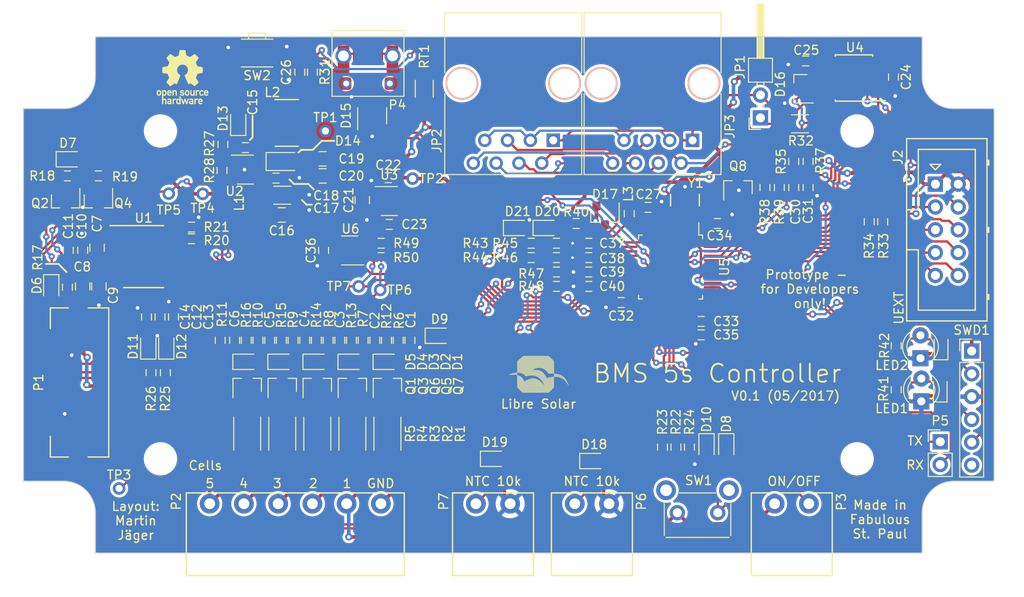
<source format=kicad_pcb>
(kicad_pcb (version 20221018) (generator pcbnew)
  (layers (0 "F.Cu" signal) (31 "B.Cu" signal) (34 "B.Paste" user) (35 "F.Paste" user) (36 "B.SilkS" user "B.Silkscreen") (37 "F.SilkS" user "F.Silkscreen") (38 "B.Mask" user) (39 "F.Mask" user) (44 "Edge.Cuts" user))
  (net 0 "")
  (net 1 "+5V")
  (net 2 "/BQ76920/VC0")
  (net 3 "/BQ76920/VC2")
  (net 4 "/BQ76920/VC3")
  (net 5 "/BQ76920/VC4")
  (net 6 "/BQ76920/VC5")
  (net 7 "Net-(C7-Pad1)")
  (net 8 "Net-(C8-Pad1)")
  (net 9 "/BQ76920/REGSRC")
  (net 10 "/REGOUT")
  (net 11 "/BQ76920/SRP")
  (net 12 "/BQ76920/SRN")
  (net 13 "Net-(C15-Pad1)")
  (net 14 "Net-(C15-Pad2)")
  (net 15 "/Analog Frontend/BAT+")
  (net 16 "Net-(C17-Pad1)")
  (net 17 "+3V3")
  (net 18 "Net-(C23-Pad1)")
  (net 19 "Net-(C26-Pad2)")
  (net 20 "Net-(C27-Pad1)")
  (net 21 "/MCU/BOOT0")
  (net 22 "/MCU/~{RESET}")
  (net 23 "/Analog Frontend/V_BAT")
  (net 24 "/Analog Frontend/V_LOAD")
  (net 25 "Net-(D1-Pad1)")
  (net 26 "/BQ76920/CELLS_0")
  (net 27 "Net-(D2-Pad1)")
  (net 28 "/BQ76920/CELLS_1")
  (net 29 "Net-(D3-Pad1)")
  (net 30 "/BQ76920/CELLS_2")
  (net 31 "Net-(D4-Pad1)")
  (net 32 "/BQ76920/CELLS_3")
  (net 33 "Net-(D5-Pad1)")
  (net 34 "/BQ76920/CELLS_4")
  (net 35 "/BQ76920/CELLS_5")
  (net 36 "Net-(D7-Pad2)")
  (net 37 "Net-(D8-Pad1)")
  (net 38 "Net-(D8-Pad2)")
  (net 39 "Net-(D15-Pad4)")
  (net 40 "Net-(D15-Pad6)")
  (net 41 "/Communication/CAN_H")
  (net 42 "/Communication/CAN_L")
  (net 43 "/MCU/V_REF")
  (net 44 "/Communication/UEXT_TX")
  (net 45 "/Communication/UEXT_RX")
  (net 46 "/MCU/I2C1_SCL")
  (net 47 "/MCU/I2C1_SDA")
  (net 48 "/MCU/SPI1_MISO")
  (net 49 "/MCU/SPI1_MOSI")
  (net 50 "/MCU/SPI1_SCK")
  (net 51 "/MCU/SSEL")
  (net 52 "Net-(JP1-Pad1)")
  (net 53 "/Communication/CAN_GND")
  (net 54 "/Communication/CAN_SHLD")
  (net 55 "/Communication/CAN_V+")
  (net 56 "Net-(LED1-Pad2)")
  (net 57 "Net-(LED2-Pad2)")
  (net 58 "/BQ76920/CHG_EN")
  (net 59 "/Analog Frontend/LOAD+")
  (net 60 "/BQ76920/DSG_EN")
  (net 61 "/PCHG_EN")
  (net 62 "/BQ76920/R_SENSE-")
  (net 63 "/BQ76920/R_SENSE+")
  (net 64 "Net-(P4-Pad4)")
  (net 65 "/MCU/USART1_TX")
  (net 66 "/MCU/USART1_RX")
  (net 67 "/MCU/ALERT_IN")
  (net 68 "Net-(R20-Pad2)")
  (net 69 "Net-(R27-Pad2)")
  (net 70 "/Communication/USB_DM")
  (net 71 "/Communication/USB_DP")
  (net 72 "/MCU/LED1")
  (net 73 "/MCU/LED2")
  (net 74 "/MCU/SWCLK")
  (net 75 "/MCU/SWDIO")
  (net 76 "/Communication/CAN_TX")
  (net 77 "/Communication/CAN_RX")
  (net 78 "/Communication/CAN_STB")
  (net 79 "/MCU/OSC_IN")
  (net 80 "/MCU/OSC_OUT")
  (net 81 "Net-(Q1-Pad3)")
  (net 82 "Net-(Q3-Pad3)")
  (net 83 "Net-(Q5-Pad3)")
  (net 84 "Net-(Q6-Pad3)")
  (net 85 "Net-(Q7-Pad3)")
  (net 86 "GND")
  (net 87 "/BQ76920/VC1")
  (net 88 "/BQ76920/BTN_PWR")
  (net 89 "/Analog Frontend/TEMP_1")
  (net 90 "/Analog Frontend/TEMP_2")
  (net 91 "Net-(D15-Pad5)")
  (net 92 "Net-(U1-Pad11)")
  (net 93 "Net-(U5-Pad2)")
  (net 94 "Net-(U5-Pad18)")
  (net 95 "Net-(U5-Pad19)")
  (net 96 "Net-(U5-Pad3)")
  (net 97 "Net-(U5-Pad4)")
  (net 98 "/TS1")
  (net 99 "Net-(P1-Pad12)")
  (net 100 "Net-(P1-Pad11)")
  (net 101 "/MCU/I2C2_SDA")
  (net 102 "/MCU/I2C2_SCL")
  (net 103 "Net-(Q4-Pad3)")
  (net 104 "Net-(Q8-Pad3)")
  (net 105 "Net-(Q8-Pad1)")
  (net 106 "/Communication/RJ45_P5")
  (net 107 "/Communication/RJ45_P4")
  (net 108 "Net-(SWD1-Pad6)")
  (footprint "LibreSolar:LIBRESOLAR_LOGO" (layer "F.Cu") (at 147.5 99.6)
    (fp_text reference "LOGO2" hide)
    (fp_text value "LIBRE_SOLAR" hide)
  )
  (footprint "LibreSolar:D_SOD-323" (layer "F.Cu") (at 144.95 107)
    (fp_text reference "D19")
    (fp_text value "3.3V")
  )
  (footprint "LibreSolar:D_SOD-323" (layer "F.Cu") (at 156 107.25)
    (fp_text reference "D18")
    (fp_text value "3.3V")
  )
  (footprint "LibreSolar:TestPoint_0.8mm_hole" (layer "F.Cu") (at 126.1 70.5)
    (fp_text reference "TP1")
    (fp_text value "5V")
  )
  (footprint "LibreSolar:TestPoint_0.8mm_hole" (layer "F.Cu") (at 112.45 77.5)
    (fp_text reference "TP4")
    (fp_text value "Bat+")
  )
  (footprint "LibreSolar:TestPoint_0.8mm_hole" (layer "F.Cu") (at 103.15 110.3)
    (fp_text reference "TP3")
    (fp_text value "Load+")
  )
  (footprint "LibreSolar:TestPoint_0.8mm_hole" (layer "F.Cu") (at 108.675 77.475)
    (fp_text reference "TP5")
    (fp_text value "Regout")
  )
  (footprint "LibreSolar:TestPoint_0.8mm_hole" (layer "F.Cu") (at 132.2 88.2)
    (fp_text reference "TP6")
    (fp_text value "SDA")
  )
  (footprint "LibreSolar:TestPoint_0.8mm_hole" (layer "F.Cu") (at 129.8 87.8)
    (fp_text reference "TP7")
    (fp_text value "SCL")
  )
  (footprint "LibreSolar:TestPoint_0.8mm_hole" (layer "F.Cu") (at 135.8 75.8)
    (fp_text reference "TP2")
    (fp_text value "3.3V")
  )
  (footprint "LibreSolar:R_2010_5025" (layer "F.Cu") (at 117.4 104.2 -90)
    (fp_text reference "R5")
    (fp_text value "33")
  )
  (footprint "LibreSolar:R_2010_5025" (layer "F.Cu") (at 121.3 104.2 -90)
    (fp_text reference "R4")
    (fp_text value "33")
  )
  (footprint "LibreSolar:R_2010_5025" (layer "F.Cu") (at 125.2 104.2 -90)
    (fp_text reference "R3")
    (fp_text value "33")
  )
  (footprint "LibreSolar:R_2010_5025" (layer "F.Cu") (at 129.1 104.2 -90)
    (fp_text reference "R2")
    (fp_text value "33")
  )
  (footprint "LibreSolar:R_2010_5025" (layer "F.Cu") (at 133 104.2 -90)
    (fp_text reference "R1")
    (fp_text value "33")
  )
  (footprint "LibreSolar:R_1206_3216" (layer "F.Cu") (at 178.9 69.7)
    (fp_text reference "R32")
    (fp_text value "120")
  )
  (footprint "LibreSolar:R_0603_1608" (layer "F.Cu") (at 100.85 75.5 180)
    (fp_text reference "R19")
    (fp_text value "100k")
  )
  (footprint "LibreSolar:R_0603_1608" (layer "F.Cu") (at 122.5 93.8 -90)
    (fp_text reference "R9")
    (fp_text value "1k")
  )
  (footprint "LibreSolar:R_0603_1608" (layer "F.Cu") (at 97.4 87.9 -90)
    (fp_text reference "R17")
    (fp_text value "100")
  )
  (footprint "LibreSolar:R_0603_1608" (layer "F.Cu") (at 114.7 72 -90)
    (fp_text reference "R27")
    (fp_text value "52.3k")
  )
  (footprint "LibreSolar:R_0603_1608" (layer "F.Cu") (at 106.7 97.4 90)
    (fp_text reference "R26")
    (fp_text value "1k")
  )
  (footprint "LibreSolar:R_0603_1608" (layer "F.Cu") (at 108.3 97.4 -90)
    (fp_text reference "R25")
    (fp_text value "1k")
  )
  (footprint "LibreSolar:R_0603_1608" (layer "F.Cu") (at 166.6 105.7 -90)
    (fp_text reference "R24")
    (fp_text value "100k")
  )
  (footprint "LibreSolar:R_0603_1608" (layer "F.Cu") (at 163.6 105.7 90)
    (fp_text reference "R23")
    (fp_text value "5.6K")
  )
  (footprint "LibreSolar:R_0603_1608" (layer "F.Cu") (at 165.1 105.7 90)
    (fp_text reference "R22")
    (fp_text value "10k")
  )
  (footprint "LibreSolar:R_0603_1608" (layer "F.Cu") (at 111.2 81.2)
    (fp_text reference "R21")
    (fp_text value "1M")
  )
  (footprint "LibreSolar:R_0603_1608" (layer "F.Cu") (at 111.2 82.5 180)
    (fp_text reference "R20")
    (fp_text value "1k")
  )
  (footprint "LibreSolar:R_0603_1608" (layer "F.Cu") (at 189.6 94.4 -90)
    (fp_text reference "R42")
    (fp_text value "330")
  )
  (footprint "LibreSolar:R_0603_1608" (layer "F.Cu") (at 130.3 93.8 -90)
    (fp_text reference "R7")
    (fp_text value "1k")
  )
  (footprint "LibreSolar:R_0603_1608" (layer "F.Cu") (at 117.3 93.8 90)
    (fp_text reference "R16")
    (fp_text value "10k")
  )
  (footprint "LibreSolar:R_0603_1608" (layer "F.Cu") (at 121.2 93.8 90)
    (fp_text reference "R15")
    (fp_text value "10k")
  )
  (footprint "LibreSolar:R_0603_1608" (layer "F.Cu") (at 126.4 93.8 -90)
    (fp_text reference "R8")
    (fp_text value "1k")
  )
  (footprint "LibreSolar:R_0603_1608" (layer "F.Cu") (at 125.1 93.8 90)
    (fp_text reference "R14")
    (fp_text value "10k")
  )
  (footprint "LibreSolar:R_0603_1608" (layer "F.Cu") (at 129 93.8 90)
    (fp_text reference "R13")
    (fp_text value "10k")
  )
  (footprint "LibreSolar:R_0603_1608" (layer "F.Cu") (at 132.9 93.8 90)
    (fp_text reference "R12")
    (fp_text value "10k")
  )
  (footprint "LibreSolar:R_0603_1608" (layer "F.Cu") (at 114.4 93.8 -90)
    (fp_text reference "R11")
    (fp_text value "1k")
  )
  (footprint "LibreSolar:R_0603_1608" (layer "F.Cu") (at 118.6 93.8 -90)
    (fp_text reference "R10")
    (fp_text value "1k")
  )
  (footprint "LibreSolar:R_0603_1608" (layer "F.Cu") (at 179.8 73.9 90)
    (fp_text reference "R37")
    (fp_text value "1M")
  )
  (footprint "LibreSolar:R_0603_1608" (layer "F.Cu") (at 189.6 99.3 -90)
    (fp_text reference "R41")
    (fp_text value "330")
  )
  (footprint "LibreSolar:R_0603_1608" (layer "F.Cu") (at 134.2 93.8 -90)
    (fp_text reference "R6")
    (fp_text value "1k")
  )
  (footprint "LibreSolar:R_0603_1608" (layer "F.Cu") (at 132.3 84.6)
    (fp_text reference "R50")
    (fp_text value "2.2k")
  )
  (footprint "LibreSolar:R_0603_1608" (layer "F.Cu") (at 132.3 83)
    (fp_text reference "R49")
    (fp_text value "2.2k")
  )
  (footprint "LibreSolar:R_0603_1608" (layer "F.Cu") (at 151.8 86.2)
    (fp_text reference "R47")
    (fp_text value "10k")
  )
  (footprint "LibreSolar:R_0603_1608" (layer "F.Cu") (at 154 80.8 180)
    (fp_text reference "R40")
    (fp_text value "10k")
  )
  (footprint "LibreSolar:R_0603_1608" (layer "F.Cu") (at 97.4 75.5 180)
    (fp_text reference "R18")
    (fp_text value "100k")
  )
  (footprint "LibreSolar:R_0603_1608" (layer "F.Cu") (at 176.6 76.8 -90)
    (fp_text reference "R39")
    (fp_text value "52.3k")
  )
  (footprint "LibreSolar:R_0603_1608" (layer "F.Cu") (at 114.6 74.9 90)
    (fp_text reference "R28")
    (fp_text value "10k")
  )
  (footprint "LibreSolar:R_0603_1608" (layer "F.Cu") (at 124.65 63.95 -90)
    (fp_text reference "R31")
    (fp_text value "100k")
  )
  (footprint "LibreSolar:R_0603_1608" (layer "F.Cu") (at 188.1 80.6 90)
    (fp_text reference "R33")
    (fp_text value "2.2k")
  )
  (footprint "LibreSolar:R_0603_1608" (layer "F.Cu") (at 186.6 80.6 90)
    (fp_text reference "R34")
    (fp_text value "2.2k")
  )
  (footprint "LibreSolar:R_0603_1608" (layer "F.Cu") (at 178.2 73.9 90)
    (fp_text reference "R35")
    (fp_text value "1M")
  )
  (footprint "LibreSolar:R_0603_1608" (layer "F.Cu") (at 175 76.8 90)
    (fp_text reference "R38")
    (fp_text value "2.2k")
  )
  (footprint "LibreSolar:C_1206_3216" (layer "F.Cu") (at 121.3 77.65)
    (fp_text reference "C17")
    (fp_text value "4.7u")
  )
  (footprint "LibreSolar:C_0805_2012" (layer "F.Cu") (at 125.8 73.6 180)
    (fp_text reference "C19")
    (fp_text value "10u")
  )
  (footprint "LibreSolar:C_0805_2012" (layer "F.Cu") (at 125.8 75.5 180)
    (fp_text reference "C20")
    (fp_text value "10u")
  )
  (footprint "LibreSolar:C_0603_1608" (layer "F.Cu") (at 127.7 93.8 90)
    (fp_text reference "C3")
    (fp_text value "100n")
  )
  (footprint "LibreSolar:C_0603_1608" (layer "F.Cu") (at 155.4 86.2 180)
    (fp_text reference "C39")
    (fp_text value "100n")
  )
  (footprint "LibreSolar:C_0603_1608" (layer "F.Cu") (at 167.9 91.7 180)
    (fp_text reference "C33")
    (fp_text value "100n")
  )
  (footprint "LibreSolar:C_0603_1608" (layer "F.Cu") (at 135.5 93.8 90)
    (fp_text reference "C1")
    (fp_text value "100n")
  )
  (footprint "LibreSolar:C_0603_1608" (layer "F.Cu") (at 119.9 93.8 90)
    (fp_text reference "C5")
    (fp_text value "100n")
  )
  (footprint "LibreSolar:C_0603_1608" (layer "F.Cu") (at 123.8 93.8 90)
    (fp_text reference "C4")
    (fp_text value "100n")
  )
  (footprint "LibreSolar:C_0603_1608" (layer "F.Cu") (at 131.6 93.8 90)
    (fp_text reference "C2")
    (fp_text value "100n")
  )
  (footprint "LibreSolar:C_0603_1608" (layer "F.Cu") (at 159 89.6 180)
    (fp_text reference "C32")
    (fp_text value "100n")
  )
  (footprint "LibreSolar:C_0603_1608" (layer "F.Cu") (at 155.4 87.8 180)
    (fp_text reference "C40")
    (fp_text value "100n")
  )
  (footprint "LibreSolar:C_0603_1608" (layer "F.Cu") (at 125.9 83.8 -90)
    (fp_text reference "C36")
    (fp_text value "100n")
  )
  (footprint "LibreSolar:C_0603_1608" (layer "F.Cu") (at 167.9 93.2 180)
    (fp_text reference "C35")
    (fp_text value "4.7u")
  )
  (footprint "LibreSolar:C_0603_1608" (layer "F.Cu") (at 169.7 80.8)
    (fp_text reference "C34")
    (fp_text value "100n")
  )
  (footprint "LibreSolar:C_0603_1608" (layer "F.Cu") (at 178.2 76.8 -90)
    (fp_text reference "C30")
    (fp_text value "4.7u")
  )
  (footprint "LibreSolar:C_0603_1608" (layer "F.Cu") (at 120.6 75.75)
    (fp_text reference "C18")
    (fp_text value "100n")
  )
  (footprint "LibreSolar:C_0603_1608" (layer "F.Cu") (at 97.5 83.8 90)
    (fp_text reference "C11")
    (fp_text value "100n")
  )
  (footprint "LibreSolar:C_0603_1608" (layer "F.Cu") (at 116 93.8 90)
    (fp_text reference "C6")
    (fp_text value "100n")
  )
  (footprint "LibreSolar:C_0603_1608" (layer "F.Cu") (at 179.8 76.8 -90)
    (fp_text reference "C31")
    (fp_text value "100n")
  )
  (footprint "LibreSolar:C_0603_1608" (layer "F.Cu") (at 162 79)
    (fp_text reference "C27")
    (fp_text value "100n")
  )
  (footprint "LibreSolar:C_0603_1608" (layer "F.Cu") (at 123.25 63.95 90)
    (fp_text reference "C26")
    (fp_text value "100n")
  )
  (footprint "LibreSolar:C_0603_1608" (layer "F.Cu") (at 179.525 62.7 180)
    (fp_text reference "C25")
    (fp_text value "100n")
  )
  (footprint "LibreSolar:C_0603_1608" (layer "F.Cu") (at 189.3 64.5 -90)
    (fp_text reference "C24")
    (fp_text value "100n")
  )
  (footprint "LibreSolar:C_0603_1608" (layer "F.Cu") (at 133.2 80.9 180)
    (fp_text reference "C23")
    (fp_text value "100p")
  )
  (footprint "LibreSolar:C_0603_1608" (layer "F.Cu") (at 133.1 75.7 180)
    (fp_text reference "C22")
    (fp_text value "4.7u")
  )
  (footprint "LibreSolar:C_0603_1608" (layer "F.Cu") (at 107.7 91.2 90)
    (fp_text reference "C12")
    (fp_text value "100n")
  )
  (footprint "LibreSolar:C_0603_1608" (layer "F.Cu") (at 109.2 91.2 90)
    (fp_text reference "C13")
    (fp_text value "100n")
  )
  (footprint "LibreSolar:C_0603_1608" (layer "F.Cu") (at 106.2 91.2 90)
    (fp_text reference "C14")
    (fp_text value "100n")
  )
  (footprint "LibreSolar:L_WE-TPC-4818" (layer "F.Cu") (at 121.8 69.6)
    (fp_text reference "L2")
    (fp_text value "22uH")
  )
  (footprint "LibreSolar:SW_SPST_EVQP7A" (layer "F.Cu") (at 118.5 61.82 180)
    (fp_text reference "SW2")
    (fp_text value "SW_PUSH")
  )
  (footprint "LibreSolar:Box_Header_2x05x2.54mm_Straight" (layer "F.Cu") (at 193.96 76.42 -90)
    (fp_text reference "J2")
    (fp_text value "UEXT")
  )
  (footprint "LibreSolar:SOT-23" (layer "F.Cu") (at 117.4 98.8 90)
    (fp_text reference "Q1")
    (fp_text value "DMN2004K")
  )
  (footprint "LibreSolar:SOT-23" (layer "F.Cu") (at 178.975 65.8 180)
    (fp_text reference "D16")
    (fp_text value "NUP2105L")
  )
  (footprint "LibreSolar:SOT-23" (layer "F.Cu") (at 157.2 79.9 -90)
    (fp_text reference "D17")
    (fp_text value "LM4040CYM3-2.5")
  )
  (footprint "LibreSolar:SOT-23" (layer "F.Cu") (at 97.2 78.3 -90)
    (fp_text reference "Q2")
    (fp_text value "BSS84")
  )
  (footprint "LibreSolar:SOT-23" (layer "F.Cu") (at 121.3 98.8 90)
    (fp_text reference "Q3")
    (fp_text value "DMN2004K")
  )
  (footprint "LibreSolar:SOT-23" (layer "F.Cu") (at 125.2 98.8 90)
    (fp_text reference "Q5")
    (fp_text value "DMN2004K")
  )
  (footprint "LibreSolar:SOT-23" (layer "F.Cu") (at 129.1 98.8 90)
    (fp_text reference "Q6")
    (fp_text value "DMN2004K")
  )
  (footprint "LibreSolar:SOT-23" (layer "F.Cu") (at 133 98.8 90)
    (fp_text reference "Q7")
    (fp_text value "DMN2004K")
  )
  (footprint "LibreSolar:SOT-23" (layer "F.Cu") (at 100.85 78.3 -90)
    (fp_text reference "Q4")
    (fp_text value "BSS138")
  )
  (footprint "LibreSolar:R_0603_1608" (layer "F.Cu") (at 159.9 79.7 90)
    (fp_text reference "L3")
    (fp_text value "L")
  )
  (footprint "LibreSolar:RJ45_8P8C" (layer "F.Cu") (at 147 69 180)
    (fp_text reference "JP2")
    (fp_text value "RJ45_NS")
  )
  (footprint "LibreSolar:RJ45_8P8C" (layer "F.Cu") (at 162.5 69 180)
    (fp_text reference "JP3")
    (fp_text value "RJ45_NS")
  )
  (footprint "LibreSolar:D_SOD-323" (layer "F.Cu") (at 95.6 88.1 -90)
    (fp_text reference "D6")
    (fp_text value "1N4148WS-7-F")
  )
  (footprint "LibreSolar:D_SOD-323" (layer "F.Cu") (at 138.8 93.3)
    (fp_text reference "D9")
    (fp_text value "3.3V")
  )
  (footprint "LibreSolar:D_SOD-323" (layer "F.Cu") (at 116.4 69.4 90)
    (fp_text reference "D13")
    (fp_text value "1N4148WS-7-F")
  )
  (footprint "LibreSolar:D_SOD-323" (layer "F.Cu") (at 133 96.2)
    (fp_text reference "D1")
    (fp_text value "5.6V")
  )
  (footprint "LibreSolar:D_SOD-323" (layer "F.Cu") (at 129.1 96.2)
    (fp_text reference "D2")
    (fp_text value "5.6V")
  )
  (footprint "LibreSolar:D_SOD-323" (layer "F.Cu") (at 125.2 96.2)
    (fp_text reference "D3")
    (fp_text value "5.6V")
  )
  (footprint "LibreSolar:D_SOD-323" (layer "F.Cu") (at 121.3 96.2)
    (fp_text reference "D4")
    (fp_text value "5.6V")
  )
  (footprint "LibreSolar:D_SOD-323" (layer "F.Cu") (at 97.75 73.65)
    (fp_text reference "D7")
    (fp_text value "5.6V")
  )
  (footprint "LibreSolar:D_SOD-323" (layer "F.Cu") (at 106.4 94.3 90)
    (fp_text reference "D12")
    (fp_text value "3.3V")
  )
  (footprint "LibreSolar:D_SOD-323" (layer "F.Cu") (at 108.4 94.3 90)
    (fp_text reference "D11")
    (fp_text value "3.3V")
  )
  (footprint "LibreSolar:D_SOD-323" (layer "F.Cu") (at 168.5 105.8 -90)
    (fp_text reference "D10")
    (fp_text value "3.3V")
  )
  (footprint "LibreSolar:D_SOD-323" (layer "F.Cu") (at 170.7 105.8 -90)
    (fp_text reference "D8")
    (fp_text value "1N4148WS-7-F")
  )
  (footprint "LibreSolar:D_SOD-323" (layer "F.Cu") (at 117.4 96.2)
    (fp_text reference "D5")
    (fp_text value "5.6V")
  )
  (footprint "LibreSolar:R_0603_1608" (layer "F.Cu") (at 149 84.6)
    (fp_text reference "R44")
    (fp_text value "100k")
  )
  (footprint "LibreSolar:R_0603_1608" (layer "F.Cu") (at 149 83)
    (fp_text reference "R43")
    (fp_text value "100k")
  )
  (footprint "LibreSolar:R_0603_1608" (layer "F.Cu") (at 151.8 83)
    (fp_text reference "R45")
    (fp_text value "10k")
  )
  (footprint "LibreSolar:R_0603_1608" (layer "F.Cu") (at 151.8 84.6)
    (fp_text reference "R46")
    (fp_text value "10k")
  )
  (footprint "LibreSolar:R_0603_1608" (layer "F.Cu") (at 151.8 87.8)
    (fp_text reference "R48")
    (fp_text value "10k")
  )
  (footprint "LibreSolar:C_0603_1608" (layer "F.Cu") (at 155.4 83 180)
    (fp_text reference "C37")
    (fp_text value "100n")
  )
  (footprint "LibreSolar:C_0603_1608" (layer "F.Cu") (at 155.4 84.6 180)
    (fp_text reference "C38")
    (fp_text value "100n")
  )
  (footprint "LibreSolar:SW_Tactile_SKHH_Angled" (layer "F.Cu") (at 165.25 113)
    (fp_text reference "SW1")
    (fp_text value "SW_PUSH")
  )
  (footprint "LibreSolar:D_SOD-323" (layer "F.Cu") (at 150.8 81.3)
    (fp_text reference "D20")
    (fp_text value "3.3V")
  )
  (footprint "LibreSolar:D_SOD-323" (layer "F.Cu") (at 147.5 81.3)
    (fp_text reference "D21")
    (fp_text value "3.3V")
  )
  (footprint "LibreSolar:C_0805_2012" (layer "F.Cu") (at 99.1 87.8 -90)
    (fp_text reference "C8")
    (fp_text value "10u")
  )
  (footprint "LibreSolar:C_0603_1608" (layer "F.Cu") (at 99.1 83.775 90)
    (fp_text reference "C10")
    (fp_text value "4.7u")
  )
  (footprint "LibreSolar:SOT-23" (layer "F.Cu") (at 172 76.8 90)
    (fp_text reference "Q8")
    (fp_text value "BSS138")
  )
  (footprint "LibreSolar:R_1206_3216" (layer "F.Cu") (at 137.1 65.8 90)
    (fp_text reference "RT1")
    (fp_text value "200mA")
  )
  (footprint "LibreSolar:Phoenix_Contact_MC_1,5_2-G-3,81" (layer "F.Cu") (at 155.75 112)
    (fp_text reference "P6")
    (fp_text value "CONN_01X02")
  )
  (footprint "LibreSolar:Phoenix_Contact_MC_1,5_2-G-3,81" (layer "F.Cu") (at 144.75 112)
    (fp_text reference "P7")
    (fp_text value "CONN_01X02")
  )
  (footprint "LibreSolar:Fiducial_0.7mm" (layer "F.Cu") (at 101.2 69.3)
    (fp_text reference "REF**" hide)
    (fp_text value "Fiducial_0.7mm")
  )
  (footprint "LibreSolar:Fiducial_0.7mm" (layer "F.Cu") (at 178.3 106.1)
    (fp_text reference "REF**" hide)
    (fp_text value "Fiducial_0.7mm")
  )
  (footprint "LibreSolar:USB_Micro-B_10103594-0001LF" (layer "F.Cu") (at 130.84 63.52 180)
    (fp_text reference "P4")
    (fp_text value "USB_Micro-B")
  )
  (footprint "LibreSolar:Phoenix_Contact_MC_1,5_6-G-3,81" (layer "F.Cu") (at 122.75 112)
    (fp_text reference "P2")
    (fp_text value "CONN_01X06")
  )
  (footprint "LibreSolar:Wuerth_WR-FPC_686112148922" (layer "F.Cu") (at 98.5 98.5 90)
    (fp_text reference "P1")
    (fp_text value "Conn_Switch-N-Sense")
  )
  (footprint "LibreSolar:Phoenix_Contact_MC_1,5_2-G-3,81" (layer "F.Cu") (at 177.980001 111.9975)
    (fp_text reference "P3")
    (fp_text value "ON/OFF")
  )
  (footprint "MountingHole:MountingHole_3.2mm_M3" (layer "F.Cu") (at 107.75 70.5)
    (fp_text reference "REF**" hide)
    (fp_text value "MountingHole_3.2mm_M3")
  )
  (footprint "MountingHole:MountingHole_3.2mm_M3" (layer "F.Cu") (at 107.75 107)
    (fp_text reference "REF**" hide)
    (fp_text value "MountingHole_3.2mm_M3")
  )
  (footprint "MountingHole:MountingHole_3.2mm_M3" (layer "F.Cu") (at 185.25 107)
    (fp_text reference "REF**" hide)
    (fp_text value "MountingHole_3.2mm_M3")
  )
  (footprint "MountingHole:MountingHole_3.2mm_M3" (layer "F.Cu") (at 185.25 70.5)
    (fp_text reference "REF**" hide)
    (fp_text value "MountingHole_3.2mm_M3")
  )
  (footprint "LibreSolar:SOIC-8_3.9x4.9mm_Pitch1.27mm" (layer "F.Cu") (at 184.9 64.6 180)
    (fp_text reference "U4")
    (fp_text value "TJA1042T/3")
  )
  (footprint "LibreSolar:Resonator_Murata_CSTCE_G" (layer "F.Cu") (at 166.1 78.2 180)
    (fp_text reference "Y1")
    (fp_text value "8kHz")
  )
  (footprint "LibreSolar:C_0805_2012" (layer "F.Cu") (at 100.9 87.8 -90)
    (fp_text reference "C9")
    (fp_text value "1u")
  )
  (footprint "LibreSolar:C_0805_2012" (layer "F.Cu") (at 100.7 83.5 90)
    (fp_text reference "C7")
    (fp_text value "1u")
  )
  (footprint "LibreSolar:C_0805_2012" (layer "F.Cu") (at 121.25 79.85)
    (fp_text reference "C16")
    (fp_text value "1u")
  )
  (footprint "LibreSolar:C_0805_2012" (layer "F.Cu") (at 130.2 78.2 -90)
    (fp_text reference "C21")
    (fp_text value "1u")
  )
  (footprint "Package_SO:TSSOP-20_4.4x6.5mm_P0.65mm" (layer "F.Cu") (at 105.880493 84.487609)
    (fp_text reference "U1")
    (fp_text value "BQ76920")
  )
  (footprint "Package_QFP:LQFP-48_7x7mm_P0.5mm" (layer "F.Cu") (at 164.5 85.65 -90)
    (fp_text reference "U5")
    (fp_text value "STM32F072CB")
  )
  (footprint "LibreSolar:SOT-23-6" (layer "F.Cu") (at 117.2 74.8)
    (fp_text reference "U2")
    (fp_text value "MCP16331-CH")
  )
  (footprint "LibreSolar:SOT-23-6" (layer "F.Cu") (at 131.3 68.8 90)
    (fp_text reference "D15")
    (fp_text value "USBLC6-2SC6")
  )
  (footprint "LibreSolar:SOT-23-5" (layer "F.Cu") (at 133.2 78.3)
    (fp_text reference "U3")
    (fp_text value "AP2210-3.3")
  )
  (footprint "LibreSolar:SOT-23-5" (layer "F.Cu") (at 128.8 83.8 180)
    (fp_text reference "U6")
    (fp_text value "24AA01")
  )
  (footprint "LED_THT:LED_D3.0mm" (layer "F.Cu") (at 192.4 100.6 90)
    (fp_text reference "LED1")
    (fp_text value "LED")
  )
  (footprint "LED_THT:LED_D3.0mm" (layer "F.Cu") (at 192.3 95.8 90)
    (fp_text reference "LED2")
    (fp_text value "LED")
  )
  (footprint "LED_SMD:LED_0603_1608Metric" (layer "F.Cu") (at 194.5 99.2 90)
    (fp_text reference "LED3" hide)
    (fp_text value "LED")
  )
  (footprint "LED_SMD:LED_0603_1608Metric" (layer "F.Cu") (at 194.6 94.5 90)
    (fp_text reference "LED4" hide)
    (fp_text value "LED")
  )
  (footprint "Diode_SMD:D_PowerDI-123" (layer "F.Cu") (at 121.7 73.9)
    (fp_text reference "D14")
    (fp_text value "SS16FP")
  )
  (footprint "Connector_PinHeader_2.54mm:PinHeader_2x01_P2.54mm_Horizontal" (layer "F.Cu") (at 174.5 69.04 90)
    (fp_text reference "JP1")
    (fp_text value "Jumper_NC_Small")
  )
  (footprint "Connector_PinHeader_2.54mm:PinHeader_1x06_P2.54mm_Vertical" (layer "F.Cu") (at 198 95)
    (fp_text reference "SWD1")
    (fp_text value "ST_Nucleo_SWD")
  )
  (footprint "Connector_PinHeader_2.54mm:PinHeader_1x02_P2.54mm_Vertical" (layer "F.Cu") (at 194.5 105.1)
    (fp_text reference "P5")
    (fp_text value "CONN_01X02")
  )
  (footprint "LibreSolar:C_0603_1608" (layer "F.Cu") (at 117.2 72.35)
    (fp_text reference "C15")
    (fp_text value "100n")
  )
  (footprint "Symbol:OSHW-Logo_5.7x6mm_SilkScreen" (layer "F.Cu") (at 110.2 64.5)
    (fp_text reference "LOGO1" hide)
    (fp_text value "OPEN_HARDWARE" hide)
  )
  (footprint "Inductor_SMD:L_0805_2012Metric" (layer "F.Cu") (at 118.15 78.55 90)
    (fp_text reference "L1")
    (fp_text value "4.7uH")
  )
  (gr_line (start 117.7 71.5) (end 117.7 71.5) (stroke (width 0.2)) (layer "F.SilkS"))
  (gr_line (start 96.4 85.3) (end 97.3 86.2) (stroke (width 0.2)) (layer "F.SilkS"))
  (gr_line (start 124.6 78.7) (end 124 78.7) (stroke (width 0.2)) (layer "F.SilkS"))
  (gr_line (start 122.6 76.4) (end 122.1 75.9) (stroke (width 0.2)) (layer "F.SilkS"))
  (gr_line (start 124.2 76.4) (end 122.6 76.4) (stroke (width 0.2)) (layer "F.SilkS"))
  (gr_line (start 124.7 72.6) (end 123.4 72.6) (stroke (width 0.2)) (layer "F.SilkS"))
  (gr_line (start 95 85.3) (end 96.4 85.3) (stroke (width 0.2)) (layer "F.SilkS"))
  (gr_line (start 123.4 72.6) (end 123.1 72.9) (stroke (width 0.2)) (layer "F.SilkS"))
  (gr_line (start 125.7 71.6) (end 124.7 72.6) (stroke (width 0.2)) (layer "F.SilkS"))
  (gr_line (start 118 68.8) (end 118 71.2) (stroke (width 0.2)) (layer "F.SilkS"))
  (gr_line (start 124.8 77) (end 124.2 76.4) (stroke (width 0.2)) (layer "F.SilkS"))
  (gr_line (start 118 71.2) (end 117.7 71.5) (stroke (width 0.2)) (layer "F.SilkS"))
  (gr_line (start 127.1 71.6) (end 125.7 71.6) (stroke (width 0.2)) (layer "F.SilkS"))
  (gr_line (start 124 78.7) (end 123.5 78.2) (stroke (width 0.2)) (layer "F.SilkS"))
  (gr_line (start 92.5 68) (end 97 68) (stroke (width 0.1)) (layer "Edge.Cuts"))
  (gr_line (start 192.5 60) (end 100.5 60) (stroke (width 0.1)) (layer "Edge.Cuts"))
  (gr_line (start 200.5 109.5) (end 200.5 68) (stroke (width 0.1)) (layer "Edge.Cuts"))
  (gr_arc (start 196 68) (mid 193.525126 66.974874) (end 192.5 64.5) (stroke (width 0.1)) (layer "Edge.Cuts"))
  (gr_arc (start 100.5 64.5) (mid 99.474874 66.974874) (end 97 68) (stroke (width 0.1)) (layer "Edge.Cuts"))
  (gr_line (start 92.5 109.5) (end 97 109.5) (stroke (width 0.1)) (layer "Edge.Cuts"))
  (gr_arc (start 192.5 113) (mid 193.525126 110.525126) (end 196 109.5) (stroke (width 0.1)) (layer "Edge.Cuts"))
  (gr_arc (start 97 109.5) (mid 99.474874 110.525126) (end 100.5 113) (stroke (width 0.1)) (layer "Edge.Cuts"))
  (gr_line (start 200.5 68) (end 196 68) (stroke (width 0.1)) (layer "Edge.Cuts"))
  (gr_line (start 100.5 60) (end 100.5 64.5) (stroke (width 0.1)) (layer "Edge.Cuts"))
  (gr_line (start 100.5 117.5) (end 192.5 117.5) (stroke (width 0.1)) (layer "Edge.Cuts"))
  (gr_line (start 192.5 117.5) (end 192.5 113) (stroke (width 0.1)) (layer "Edge.Cuts"))
  (gr_line (start 92.5 68) (end 92.5 109.5) (stroke (width 0.1)) (layer "Edge.Cuts"))
  (gr_line (start 100.5 117.5) (end 100.5 113) (stroke (width 0.1)) (layer "Edge.Cuts"))
  (gr_line (start 192.5 60) (end 192.5 64.5) (stroke (width 0.1)) (layer "Edge.Cuts"))
  (gr_line (start 200.5 109.5) (end 196 109.5) (stroke (width 0.1)) (layer "Edge.Cuts"))
  (gr_text "NTC 10k" (at 155.75 109.5) (layer "F.SilkS") (effects (font (size 1 1))))
  (gr_text "ON/OFF" (at 178.25 109.5) (layer "F.SilkS") (effects (font (size 1 1))))
  (gr_text "Cells" (at 112.75 107.75) (layer "F.SilkS") (effects (font (size 1 1))))
  (gr_text "GND" (at 132.25 109.75) (layer "F.SilkS") (effects (font (size 1 1))))
  (gr_text "1" (at 128.5 109.75) (layer "F.SilkS") (effects (font (size 1 1))))
  (gr_text "5" (at 113.25 109.75) (layer "F.SilkS") (effects (font (size 1 1))))
  (gr_text "4" (at 117 109.75) (layer "F.SilkS") (effects (font (size 1 1))))
  (gr_text "3" (at 120.75 109.75) (layer "F.SilkS") (effects (font (size 1 1))))
  (gr_text "2" (at 124.75 109.75) (layer "F.SilkS") (effects (font (size 1 1))))
  (gr_text "RX" (at 191.7 107.7) (layer "F.SilkS") (effects (font (size 1 1))))
  (gr_text "TX" (at 191.7 105) (layer "F.SilkS") (effects (font (size 1 1))))
  (gr_text "UEXT" (at 189.9 90.2 90) (layer "F.SilkS") (effects (font (size 1 1))))
  (gr_text "Made in\nFabulous\nSt. Paul" (at 187.8 113.75) (layer "F.SilkS") (effects (font (size 1 1))))
  (gr_text "Prototype - \nfor Developers\nonly!" (at 180 88.1) (layer "F.SilkS") (effects (font (size 1 1))))
  (gr_text "NTC 10k" (at 144.75 109.5) (layer "F.SilkS") (effects (font (size 1 1))))
  (gr_text "Layout:\nMartin\nJäger" (at 105 113.9) (layer "F.SilkS") (effects (font (size 1 1))))
  (gr_text "BMS 5s Controller" (at 169.7 97.5) (layer "F.SilkS") (effects (font (size 2 2) (thickness 0.2))))
  (gr_text "V0.1 (05/2017)" (at 177.3 100) (layer "F.SilkS") (effects (font (size 1 1))))
  (segment (start 139.399994 75.8) (end 139.4 75.800006) (width 0.4) (layer "B.Cu") (net 0))
  (segment (start 188.549992 61.84999) (end 149.75001 61.84999) (width 0.4) (layer "F.Cu") (net 1))
  (segment (start 134.9 73.6) (end 135.300001 73.199999) (width 0.4) (layer "F.Cu") (net 1))
  (segment (start 137.1 67.3) (end 137.1 69.97468) (width 0.4) (layer "F.Cu") (net 1))
  (segment (start 114.7 70.05) (end 116.4 68.35) (width 0.25) (layer "F.Cu") (net 1))
  (segment (start 189.2 63.8) (end 187.765 63.8) (width 0.4) (layer "F.Cu") (net 1))
  (segment (start 117.7 65.8) (end 125.3 65.8) (width 0.25) (layer "F.Cu") (net 1))
  (segment (start 126.8 75.5) (end 128.7 77.4) (width 0.4) (layer "F.Cu") (net 1))
  (segment (start 114.7 71.2) (end 114.7 70.05) (width 0.25) (layer "F.Cu") (net 1))
  (segment (start 189.3 62.599998) (end 188.549992 61.84999) (width 0.4) (layer "F.Cu") (net 1))
  (segment (start 132.1 77.35) (end 132.88 77.35) (width 0.25) (layer "F.Cu") (net 1))
  (segment (start 149.75001 61.84999) (end 141.51266 70.08734) (width 0.4) (layer "F.Cu") (net 1))
  (segment (start 130.2 77.4) (end 132.05 77.4) (width 0.4) (layer "F.Cu") (net 1))
  (segment (start 133.1 77.57) (end 133.1 79.03) (width 0.25) (layer "F.Cu") (net 1))
  (segment (start 187.765 63.8) (end 187.6 63.965) (width 0.4) (layer "F.Cu") (net 1))
  (segment (start 189.3 63.7) (end 189.3 62.599998) (width 0.4) (layer "F.Cu") (net 1))
  (segment (start 141.51266 70.08734) (end 137.778345 70.08734) (width 0.4) (layer "F.Cu") (net 1))
  (segment (start 135.300001 73.199999) (end 135.7 72.8) (width 0.4) (layer "F.Cu") (net 1))
  (segment (start 128.7 77.4) (end 130.2 77.4) (width 0.4) (layer "F.Cu") (net 1))
  (segment (start 132.88 77.35) (end 133.1 77.57) (width 0.25) (layer "F.Cu") (net 1))
  (segment (start 133.1 79.03) (end 132.88 79.25) (width 0.25) (layer "F.Cu") (net 1))
  (segment (start 132.05 77.4) (end 132.1 77.35) (width 0.4) (layer "F.Cu") (net 1))
  (segment (start 116.4 67.1) (end 117.7 65.8) (width 0.25) (layer "F.Cu") (net 1))
  (segment (start 137.778345 70.08734) (end 137.21266 70.08734) (width 0.4) (layer "F.Cu") (net 1))
  (segment (start 125.3 65.8) (end 126.1 66.6) (width 0.25) (layer "F.Cu") (net 1))
  (segment (start 126.799999 71.199999) (end 126.1 70.5) (width 0.4) (layer "F.Cu") (net 1))
  (segment (start 137.1 69.97468) (end 137.21266 70.08734) (width 0.4) (layer "F.Cu") (net 1))
  (segment (start 126.1 66.6) (end 126.1 70.5) (width 0.25) (layer "F.Cu") (net 1))
  (segment (start 126.8 73.6) (end 134.9 73.6) (width 0.4) (layer "F.Cu") (net 1))
  (segment (start 132.88 79.25) (end 132.1 79.25) (width 0.25) (layer "F.Cu") (net 1))
  (segment (start 116.4 68.35) (end 116.4 67.1) (width 0.25) (layer "F.Cu") (net 1))
  (via (at 135.7 72.8) (size 0.8) (drill 0.4) (layers "F.Cu" "B.Cu") (net 1))
  (via (at 137.21266 70.08734) (size 0.8) (drill 0.4) (layers "F.Cu" "B.Cu") (net 1))
  (segment (start 136.812661 70.487339) (end 137.21266 70.08734) (width 0.4) (layer "B.Cu") (net 1))
  (segment (start 135.7 72.8) (end 135.7 71.6) (width 0.4) (layer "B.Cu") (net 1))
  (segment (start 135.7 71.6) (end 136.812661 70.487339) (width 0.4) (layer "B.Cu") (net 1))
  (segment (start 132.9 93) (end 134.2 93) (width 0.25) (layer "F.Cu") (net 2))
  (segment (start 134.25 92.95) (end 134.2 93) (width 0.25) (layer "F.Cu") (net 2))
  (segment (start 117.052137 90.924957) (end 109.639789 83.512609) (width 0.25) (layer "F.Cu") (net 2))
  (segment (start 132.9 93) (end 130.824957 90.924957) (width 0.25) (layer "F.Cu") (net 2))
  (segment (start 135.8 93.3) (end 135.5 93) (width 0.25) (layer "F.Cu") (net 2))
  (segment (start 109.639789 83.512609) (end 108.830493 83.512609) (width 0.25) (layer "F.Cu") (net 2))
  (segment (start 130.824957 90.924957) (end 117.052137 90.924957) (width 0.25) (layer "F.Cu") (net 2))
  (segment (start 135.5 93) (end 134.2 93) (width 0.25) (layer "F.Cu") (net 2))
  (segment (start 137.75 93.3) (end 135.8 93.3) (width 0.25) (layer "F.Cu") (net 2))
  (segment (start 125.1 93) (end 126.4 93) (width 0.25) (layer "F.Cu") (net 3))
  (segment (start 126.4 93.3) (end 127.7 94.6) (width 0.25) (layer "F.Cu") (net 3))
  (segment (start 108.830493 84.812609) (end 108.930492 84.912608) (width 0.25) (layer "F.Cu") (net 3))
  (segment (start 116.679337 91.824979) (end 109.666967 84.812609) (width 0.25) (layer "F.Cu") (net 3))
  (segment (start 123.8 93) (end 122.624979 91.824979) (width 0.25) (layer "F.Cu") (net 3))
  (segment (start 126.4 93) (end 126.4 93.3) (width 0.25) (layer "F.Cu") (net 3))
  (segment (start 122.624979 91.824979) (end 116.679337 91.824979) (width 0.25) (layer "F.Cu") (net 3))
  (segment (start 109.666967 84.812609) (end 108.830493 84.812609) (width 0.25) (layer "F.Cu") (net 3))
  (segment (start 123.8 93) (end 125.1 93) (width 0.25) (layer "F.Cu") (net 3))
  (segment (start 121.2 93) (end 122.5 93) (width 0.25) (layer "F.Cu") (net 4))
  (segment (start 122.5 93.3) (end 123.8 94.6) (width 0.25) (layer "F.Cu") (net 4))
  (segment (start 122.5 93) (end 122.5 93.3) (width 0.25) (layer "F.Cu") (net 4))
  (segment (start 119.17499 92.27499) (end 116.492938 92.27499) (width 0.25) (layer "F.Cu") (net 4))
  (segment (start 109.680557 85.462609) (end 108.830493 85.462609) (width 0.25) (layer "F.Cu") (net 4))
  (segment (start 116.492938 92.27499) (end 109.680557 85.462609) (width 0.25) (layer "F.Cu") (net 4))
  (segment (start 108.830493 85.462609) (end 108.930492 85.562608) (width 0.25) (layer "F.Cu") (net 4))
  (segment (start 119.9 93) (end 119.17499 92.27499) (width 0.25) (layer "F.Cu") (net 4))
  (segment (start 119.9 93) (end 121.2 93) (width 0.25) (layer "F.Cu") (net 4))
  (segment (start 116 93) (end 115.792884 93) (width 0.25) (layer "F.Cu") (net 5))
  (segment (start 118.6 93) (end 118.6 93.3) (width 0.25) (layer "F.Cu") (net 5))
  (segment (start 116 93) (end 116 92.418464) (width 0.25) (layer "F.Cu") (net 5))
  (segment (start 109.694145 86.112609) (end 108.830493 86.112609) (width 0.25) (layer "F.Cu") (net 5))
  (segment (start 116 93) (end 117.3 93) (width 0.25) (layer "F.Cu") (net 5))
  (segment (start 118.6 93.3) (end 119.9 94.6) (width 0.25) (layer "F.Cu") (net 5))
  (segment (start 116 92.418464) (end 109.694145 86.112609) (width 0.25) (layer "F.Cu") (net 5))
  (segment (start 117.3 93) (end 118.6 93) (width 0.25) (layer "F.Cu") (net 5))
  (segment (start 114.4 93) (end 116 94.6) (width 0.25) (layer "F.Cu") (net 6))
  (segment (start 114.4 93) (end 114.4 91.454875) (width 0.25) (layer "F.Cu") (net 6))
  (segment (start 109.707735 86.762609) (end 108.830493 86.762609) (width 0.25) (layer "F.Cu") (net 6))
  (segment (start 114.4 91.454875) (end 109.707735 86.762609) (width 0.25) (layer "F.Cu") (net 6))
  (segment (start 100.992884 84.5) (end 100.7 84.5) (width 0.25) (layer "F.Cu") (net 7))
  (segment (start 102.930493 85.462609) (end 101.955493 85.462609) (width 0.25) (layer "F.Cu") (net 7))
  (segment (start 101.955493 85.462609) (end 100.992884 84.5) (width 0.25) (layer "F.Cu") (net 7))
  (segment (start 99.537609 87.887609) (end 101.955493 87.887609) (width 0.25) (layer "F.Cu") (net 8))
  (segment (start 99.1 86.8) (end 99.1 87.45) (width 0.25) (layer "F.Cu") (net 8))
  (segment (start 102.430493 87.412609) (end 102.930493 87.412609) (width 0.25) (layer "F.Cu") (net 8))
  (segment (start 101.955493 87.887609) (end 102.430493 87.412609) (width 0.25) (layer "F.Cu") (net 8))
  (segment (start 99.1 87.45) (end 99.537609 87.887609) (width 0.25) (layer "F.Cu") (net 8))
  (segment (start 99.1 87) (end 99.1 86.8) (width 0.25) (layer "F.Cu") (net 8))
  (segment (start 97.4 88.7) (end 99.1 87) (width 0.25) (layer "F.Cu") (net 8))
  (segment (start 95.05 80.95) (end 95.05 81.780026) (width 0.25) (layer "F.Cu") (net 9))
  (segment (start 97.2 79.35) (end 96.65 79.35) (width 0.25) (layer "F.Cu") (net 9))
  (segment (start 100.937391 86.762609) (end 100.9 86.8) (width 0.25) (layer "F.Cu") (net 9))
  (segment (start 102.930493 86.762609) (end 100.937391 86.762609) (width 0.25) (layer "F.Cu") (net 9))
  (segment (start 100.02499 85.92499) (end 98.07501 85.92499) (width 0.25) (layer "F.Cu") (net 9))
  (segment (start 96.65 79.35) (end 95.05 80.95) (width 0.25) (layer "F.Cu") (net 9))
  (segment (start 100.9 86.8) (end 100.02499 85.92499) (width 0.25) (layer "F.Cu") (net 9))
  (segment (start 95.65 84.475) (end 95.65 87) (width 0.25) (layer "F.Cu") (net 9))
  (segment (start 95.05 81.780026) (end 95.05 82.275) (width 0.25) (layer "F.Cu") (net 9))
  (segment (start 97.35 87.05) (end 97.4 87.1) (width 0.25) (layer "F.Cu") (net 9))
  (segment (start 98.07501 85.92499) (end 97.4 86.6) (width 0.25) (layer "F.Cu") (net 9))
  (segment (start 95.6 87.05) (end 97.35 87.05) (width 0.25) (layer "F.Cu") (net 9))
  (segment (start 95.65 87) (end 95.6 87.05) (width 0.25) (layer "F.Cu") (net 9))
  (segment (start 97.4 86.6) (end 97.4 87.1) (width 0.25) (layer "F.Cu") (net 9))
  (via (at 95.05 82.275) (size 0.7) (drill 0.3) (layers "F.Cu" "B.Cu") (net 9))
  (via (at 95.65 84.475) (size 0.7) (drill 0.3) (layers "F.Cu" "B.Cu") (net 9))
  (segment (start 95.05 83.875) (end 95.65 84.475) (width 0.25) (layer "B.Cu") (net 9))
  (segment (start 95.05 82.275) (end 95.05 83.875) (width 0.25) (layer "B.Cu") (net 9))
  (segment (start 101.254192 80.25) (end 97.025 80.25) (width 0.25) (layer "F.Cu") (net 10))
  (segment (start 102.930493 86.112609) (end 101.793369 86.112609) (width 0.25) (layer "F.Cu") (net 10))
  (segment (start 96.72499 85.0409) (end 97.0091 85.32501) (width 0.25) (layer "F.Cu") (net 10))
  (segment (start 111.024999 76.449999) (end 116.820001 76.449999) (width 0.25) (layer "F.Cu") (net 10))
  (segment (start 97.0091 85.32501) (end 98.34999 85.32501) (width 0.25) (layer "F.Cu") (net 10))
  (segment (start 97.025 80.25) (end 96.074999 81.200001) (width 0.25) (layer "F.Cu") (net 10))
  (segment (start 96.275 83.675) (end 96.72499 84.12499) (width 0.25) (layer "F.Cu") (net 10))
  (segment (start 98.34999 85.32501) (end 98.654061 85.020939) (width 0.25) (layer "F.Cu") (net 10))
  (segment (start 99.90001 85.37501) (end 99.545939 85.020939) (width 0.25) (layer "F.Cu") (net 10))
  (segment (start 116.820001 76.449999) (end 117.52 75.75) (width 0.25) (layer "F.Cu") (net 10))
  (segment (start 101.05577 85.37501) (end 99.90001 85.37501) (width 0.25) (layer "F.Cu") (net 10))
  (segment (start 110.675 76.1) (end 111.024999 76.449999) (width 0.25) (layer "F.Cu") (net 10))
  (segment (start 98.654061 85.020939) (end 99.1 84.575) (width 0.25) (layer "F.Cu") (net 10))
  (segment (start 101.8 77.25) (end 101.8 79.704192) (width 0.25) (layer "F.Cu") (net 10))
  (segment (start 101.8 79.704192) (end 101.254192 80.25) (width 0.25) (layer "F.Cu") (net 10))
  (segment (start 108.45 77.25) (end 108.675 77.475) (width 0.25) (layer "F.Cu") (net 10))
  (segment (start 96.074999 81.200001) (end 95.725 81.55) (width 0.25) (layer "F.Cu") (net 10))
  (segment (start 99.545939 85.020939) (end 99.1 84.575) (width 0.25) (layer "F.Cu") (net 10))
  (segment (start 96.72499 84.12499) (end 96.72499 85.0409) (width 0.25) (layer "F.Cu") (net 10))
  (segment (start 117.52 75.75) (end 118.3 75.75) (width 0.25) (layer "F.Cu") (net 10))
  (segment (start 101.8 77.25) (end 108.45 77.25) (width 0.25) (layer "F.Cu") (net 10))
  (segment (start 101.793369 86.112609) (end 101.05577 85.37501) (width 0.25) (layer "F.Cu") (net 10))
  (via (at 96.275 83.675) (size 0.7) (drill 0.3) (layers "F.Cu" "B.Cu") (net 10))
  (via (at 95.725 81.55) (size 0.7) (drill 0.3) (layers "F.Cu" "B.Cu") (net 10))
  (via (at 110.675 76.1) (size 0.7) (drill 0.3) (layers "F.Cu" "B.Cu") (net 10))
  (segment (start 110.05 76.1) (end 110.675 76.1) (width 0.25) (layer "B.Cu") (net 10))
  (segment (start 95.725 83.125) (end 96.275 83.675) (width 0.25) (layer "B.Cu") (net 10))
  (segment (start 108.675 77.475) (end 110.05 76.1) (width 0.25) (layer "B.Cu") (net 10))
  (segment (start 95.725 81.55) (end 95.725 83.125) (width 0.25) (layer "B.Cu") (net 10))
  (segment (start 107.780492 82.93761) (end 107.780492 87.89761) (width 0.25) (layer "F.Cu") (net 11))
  (segment (start 108.830493 82.862609) (end 107.855493 82.862609) (width 0.25) (layer "F.Cu") (net 11))
  (segment (start 107.855493 82.862609) (end 107.780492 82.93761) (width 0.25) (layer "F.Cu") (net 11))
  (segment (start 108.3 95.45) (end 108.4 95.35) (width 0.25) (layer "F.Cu") (net 11))
  (segment (start 109.2 94.55) (end 109.2 92) (width 0.25) (layer "F.Cu") (net 11))
  (segment (start 107.780492 87.89761) (end 108.65788 88.774998) (width 0.25) (layer "F.Cu") (net 11))
  (segment (start 108.3 96.7) (end 108.3 95.45) (width 0.25) (layer "F.Cu") (net 11))
  (segment (start 110.225002 90.974998) (end 109.645939 91.554061) (width 0.25) (layer "F.Cu") (net 11))
  (segment (start 110.225002 89.651998) (end 110.225002 90.974998) (width 0.25) (layer "F.Cu") (net 11))
  (segment (start 109.348002 88.774998) (end 110.225002 89.651998) (width 0.25) (layer "F.Cu") (net 11))
  (segment (start 109.645939 91.554061) (end 109.2 92) (width 0.25) (layer "F.Cu") (net 11))
  (segment (start 108.4 95.35) (end 109.2 94.55) (width 0.25) (layer "F.Cu") (net 11))
  (segment (start 107.7 92) (end 109.2 92) (width 0.25) (layer "F.Cu") (net 11))
  (segment (start 108.65788 88.774998) (end 109.348002 88.774998) (width 0.25) (layer "F.Cu") (net 11))
  (segment (start 106.4 95.35) (end 105.754061 94.704061) (width 0.25) (layer "F.Cu") (net 12))
  (segment (start 106.7 96.7) (end 106.7 95.65) (width 0.25) (layer "F.Cu") (net 12))
  (segment (start 107.855493 82.212609) (end 107.330481 82.737621) (width 0.25) (layer "F.Cu") (net 12))
  (segment (start 106.2 92) (end 106.2 91.9) (width 0.25) (layer "F.Cu") (net 12))
  (segment (start 108.830493 82.212609) (end 107.855493 82.212609) (width 0.25) (layer "F.Cu") (net 12))
  (segment (start 106.2 91.9) (end 107.7 90.4) (width 0.25) (layer "F.Cu") (net 12))
  (segment (start 107.330481 82.737621) (end 107.330481 88.08401) (width 0.25) (layer "F.Cu") (net 12))
  (segment (start 107.7 89.9) (end 107.7 90.4) (width 0.25) (layer "F.Cu") (net 12))
  (segment (start 105.754061 94.704061) (end 105.754061 92.445939) (width 0.25) (layer "F.Cu") (net 12))
  (segment (start 105.754061 92.445939) (end 106.2 92) (width 0.25) (layer "F.Cu") (net 12))
  (segment (start 106.7 95.65) (end 106.4 95.35) (width 0.25) (layer "F.Cu") (net 12))
  (segment (start 107.7 88.453529) (end 107.7 89.9) (width 0.25) (layer "F.Cu") (net 12))
  (segment (start 107.330481 88.08401) (end 107.7 88.453529) (width 0.25) (layer "F.Cu") (net 12))
  (segment (start 116.4 72.35) (end 116.4 73.55) (width 0.25) (layer "F.Cu") (net 13))
  (segment (start 116.4 73.55) (end 116.1 73.85) (width 0.25) (layer "F.Cu") (net 13))
  (segment (start 116.4 70.45) (end 116.4 72.35) (width 0.25) (layer "F.Cu") (net 13))
  (segment (start 142.875034 86.424966) (end 143.900001 85.399999) (width 0.25) (layer "F.Cu") (net 15))
  (segment (start 95.1 104) (end 93.2 102.1) (width 0.4) (layer "F.Cu") (net 15))
  (segment (start 111.460051 77.5) (end 112.45 77.5) (width 0.4) (layer "F.Cu") (net 15))
  (segment (start 114.554658 77.5) (end 112.45 77.5) (width 0.4) (layer "F.Cu") (net 15))
  (segment (start 130.364832 85.57501) (end 131.214788 86.424966) (width 0.25) (layer "F.Cu") (net 15))
  (segment (start 131.214788 86.424966) (end 142.875034 86.424966) (width 0.25) (layer "F.Cu") (net 15))
  (segment (start 96.7 73.65) (end 97.35001 72.99999) (width 0.4) (layer "F.Cu") (net 15))
  (segment (start 146.3 83) (end 148.2 83) (width 0.25) (layer "F.Cu") (net 15))
  (segment (start 115.900626 77.550626) (end 117.85 79.5) (width 0.4) (layer "F.Cu") (net 15))
  (segment (start 120.25 79.85) (end 120.25 81.623004) (width 0.25) (layer "F.Cu") (net 15))
  (segment (start 145.5 83.8) (end 146.3 83) (width 0.25) (layer "F.Cu") (net 15))
  (segment (start 120.25 81.623004) (end 124.851998 86.225002) (width 0.25) (layer "F.Cu") (net 15))
  (segment (start 126.197994 85.57501) (end 130.364832 85.57501) (width 0.25) (layer "F.Cu") (net 15))
  (segment (start 114.605284 77.550626) (end 114.554658 77.5) (width 0.4) (layer "F.Cu") (net 15))
  (segment (start 96.7 73.65) (end 96.7 75.4) (width 0.4) (layer "F.Cu") (net 15))
  (segment (start 96.25 77.25) (end 96.25 75.85) (width 0.4) (layer "F.Cu") (net 15))
  (segment (start 119.9 79.5) (end 120.25 79.85) (width 0.4) (layer "F.Cu") (net 15))
  (segment (start 143.900001 85.399999) (end 144.3 85) (width 0.25) (layer "F.Cu") (net 15))
  (segment (start 93.2 75.45) (end 95 73.65) (width 0.4) (layer "F.Cu") (net 15))
  (segment (start 97.35001 72.99999) (end 105.957988 72.99999) (width 0.4) (layer "F.Cu") (net 15))
  (segment (start 105.957988 72.99999) (end 110.457998 77.5) (width 0.4) (layer "F.Cu") (net 15))
  (segment (start 124.851998 86.225002) (end 125.548002 86.225002) (width 0.25) (layer "F.Cu") (net 15))
  (segment (start 95 73.65) (end 96.7 73.65) (width 0.4) (layer "F.Cu") (net 15))
  (segment (start 95.85 104) (end 95.1 104) (width 0.4) (layer "F.Cu") (net 15))
  (segment (start 117.85 79.5) (end 118.15 79.5) (width 0.4) (layer "F.Cu") (net 15))
  (segment (start 118.15 79.5) (end 119.9 79.5) (width 0.4) (layer "F.Cu") (net 15))
  (segment (start 125.548002 86.225002) (end 126.197994 85.57501) (width 0.25) (layer "F.Cu") (net 15))
  (segment (start 110.457998 77.5) (end 111.460051 77.5) (width 0.4) (layer "F.Cu") (net 15))
  (segment (start 96.7 75.4) (end 96.6 75.5) (width 0.4) (layer "F.Cu") (net 15))
  (segment (start 96.25 75.85) (end 96.6 75.5) (width 0.4) (layer "F.Cu") (net 15))
  (segment (start 93.2 102.1) (end 93.2 75.45) (width 0.4) (layer "F.Cu") (net 15))
  (segment (start 114.605284 77.550626) (end 115.900626 77.550626) (width 0.4) (layer "F.Cu") (net 15))
  (via (at 145.5 83.8) (size 0.8) (drill 0.4) (layers "F.Cu" "B.Cu") (net 15))
  (via (at 144.3 85) (size 0.8) (drill 0.4) (layers "F.Cu" "B.Cu") (net 15))
  (segment (start 144.3 85) (end 145.5 83.8) (width 0.25) (layer "B.Cu") (net 15))
  (segment (start 118.85 74.8) (end 118.3 74.8) (width 0.4) (layer "F.Cu") (net 16))
  (segment (start 119.8 75.75) (end 118.85 74.8) (width 0.4) (layer "F.Cu") (net 16))
  (segment (start 118.15 77.6) (end 119.75 77.6) (width 0.4) (layer "F.Cu") (net 16))
  (segment (start 119.8 75.75) (end 119.8 77.65) (width 0.4) (layer "F.Cu") (net 16))
  (segment (start 119.75 77.6) (end 119.8 77.65) (width 0.4) (layer "F.Cu") (net 16))
  (segment (start 152.560078 80.2) (end 154.949998 77.81008) (width 0.4) (layer "F.Cu") (net 17))
  (segment (start 125.9 82.2) (end 125.9 83) (width 0.4) (layer "F.Cu") (net 17))
  (segment (start 178.2 73.1) (end 179.8 73.1) (width 0.25) (layer "F.Cu") (net 17))
  (segment (start 171.100001 67.699999) (end 171.5 67.3) (width 0.4) (layer "F.Cu") (net 17))
  (segment (start 144.5 84.126996) (end 145.756041 85.383037) (width 0.25) (layer "F.Cu") (net 17))
  (segment (start 151.860078 79.5) (end 152.560078 80.2) (width 0.4) (layer "F.Cu") (net 17))
  (segment (start 145.2 80.9) (end 146.6 79.5) (width 0.4) (layer "F.Cu") (net 17))
  (segment (start 126.345939 81.75001) (end 126.345939 81.754061) (width 0.4) (layer "F.Cu") (net 17))
  (segment (start 160.15 88.4) (end 160.15 89.25) (width 0.25) (layer "F.Cu") (net 17))
  (segment (start 183.1 89.7) (end 183 89.6) (width 0.25) (layer "F.Cu") (net 17))
  (segment (start 198 76.1) (end 196.9 75) (width 0.4) (layer "F.Cu") (net 17))
  (segment (start 151 87.8) (end 150.4 87.2) (width 0.25) (layer "F.Cu") (net 17))
  (segment (start 165.715998 75.899998) (end 166.92 75.899998) (width 0.4) (layer "F.Cu") (net 17))
  (segment (start 156.534418 82.225021) (end 158.174979 82.225021) (width 0.25) (layer "F.Cu") (net 17))
  (segment (start 155.765996 76.2) (end 165.415996 76.2) (width 0.4) (layer "F.Cu") (net 17))
  (segment (start 150.4 86.8) (end 151 86.2) (width 0.25) (layer "F.Cu") (net 17))
  (segment (start 152.259974 89.028758) (end 152.485551 89.028758) (width 0.25) (layer "F.Cu") (net 17))
  (segment (start 150.1863 89.475032) (end 151.8137 89.475032) (width 0.25) (layer "F.Cu") (net 17))
  (segment (start 147.375939 89.474943) (end 150.186211 89.474943) (width 0.25) (layer "F.Cu") (net 17))
  (segment (start 134.505 77.35) (end 135.5 78.345) (width 0.4) (layer "F.Cu") (net 17))
  (segment (start 168.4 81.3) (end 168.9 80.8) (width 0.25) (layer "F.Cu") (net 17))
  (segment (start 144.499994 80.9) (end 144.5 80.9) (width 0.4) (layer "F.Cu") (net 17))
  (segment (start 170.6 73.1) (end 178.2 73.1) (width 0.4) (layer "F.Cu") (net 17))
  (segment (start 139.399994 75.8) (end 144.499994 80.9) (width 0.4) (layer "F.Cu") (net 17))
  (segment (start 168.9 77.879998) (end 168.9 80.25) (width 0.4) (layer "F.Cu") (net 17))
  (segment (start 158.174979 82.225021) (end 159.454061 80.945939) (width 0.25) (layer "F.Cu") (net 17))
  (segment (start 168 90) (end 167.25 90) (width 0.25) (layer "F.Cu") (net 17))
  (segment (start 180.3 90.9) (end 171 90.9) (width 0.25) (layer "F.Cu") (net 17))
  (segment (start 144.5 80.9) (end 145.2 80.9) (width 0.4) (layer "F.Cu") (net 17))
  (segment (start 198 95) (end 198 89.7) (width 0.4) (layer "F.Cu") (net 17))
  (segment (start 170.289996 73.1) (end 169.549998 72.360002) (width 0.4) (layer "F.Cu") (net 17))
  (segment (start 169.549998 72.360002) (end 169.549998 69.250002) (width 0.4) (layer "F.Cu") (net 17))
  (segment (start 178.424999 64.600001) (end 179.879061 63.145939) (width 0.4) (layer "F.Cu") (net 17))
  (segment (start 181.534315 73.799998) (end 182.1 73.799998) (width 0.4) (layer "F.Cu") (net 17))
  (segment (start 179.879061 63.145939) (end 180.325 62.7) (width 0.4) (layer "F.Cu") (net 17))
  (segment (start 159.8 89.6) (end 158.539742 90.860258) (width 0.25) (layer "F.Cu") (net 17))
  (segment (start 135.8 75.8) (end 139.399994 75.8) (width 0.4) (layer "F.Cu") (net 17))
  (segment (start 151.8137 89.475032) (end 152.259974 89.028758) (width 0.25) (layer "F.Cu") (net 17))
  (segment (start 152.485551 89.028758) (end 153.051236 89.028758) (width 0.25) (layer "F.Cu") (net 17))
  (segment (start 127.7 82.85) (end 126.05 82.85) (width 0.4) (layer "F.Cu") (net 17))
  (segment (start 145.756041 85.383037) (end 145.756041 87.855049) (width 0.25) (layer "F.Cu") (net 17))
  (segment (start 146.6 79.5) (end 151.860078 79.5) (width 0.4) (layer "F.Cu") (net 17))
  (segment (start 192.71 76.42) (end 191.39 75.1) (width 0.4) (layer "F.Cu") (net 17))
  (segment (start 147.3 88.200008) (end 147.3 89.399004) (width 0.25) (layer "F.Cu") (net 17))
  (segment (start 144.5 80.9) (end 144.5 84.126996) (width 0.25) (layer "F.Cu") (net 17))
  (segment (start 126.345939 81.754061) (end 125.9 82.2) (width 0.4) (layer "F.Cu") (net 17))
  (segment (start 198 89.7) (end 183.1 89.7) (width 0.25) (layer "F.Cu") (net 17))
  (segment (start 169.719998 73.1) (end 170.3 73.1) (width 0.4) (layer "F.Cu") (net 17))
  (segment (start 198 89.7) (end 198 76.1) (width 0.4) (layer "F.Cu") (net 17))
  (segment (start 154.949998 77.81008) (end 154.949998 77.015998) (width 0.4) (layer "F.Cu") (net 17))
  (segment (start 154.949998 77.015998) (end 155.765996 76.2) (width 0.4) (layer "F.Cu") (net 17))
  (segment (start 171.999999 64.600001) (end 178.424999 64.600001) (width 0.4) (layer "F.Cu") (net 17))
  (segment (start 191.39 75.1) (end 184.834484 75.1) (width 0.4) (layer "F.Cu") (net 17))
  (segment (start 168.7 90.7) (end 168 90) (width 0.25) (layer "F.Cu") (net 17))
  (segment (start 195.38 75) (end 193.96 76.42) (width 0.4) (layer "F.Cu") (net 17))
  (segment (start 171.6 65) (end 171.999999 64.600001) (width 0.4) (layer "F.Cu") (net 17))
  (segment (start 180.33 62.695) (end 180.325 62.7) (width 0.4) (layer "F.Cu") (net 17))
  (segment (start 156.084376 81.774979) (end 156.534418 82.225021) (width 0.25) (layer "F.Cu") (net 17))
  (segment (start 193.96 76.42) (end 192.71 76.42) (width 0.4) (layer "F.Cu") (net 17))
  (segment (start 159.454061 80.945939) (end 159.9 80.5) (width 0.25) (layer "F.Cu") (net 17))
  (segment (start 170.6 73.1) (end 170.289996 73.1) (width 0.4) (layer "F.Cu") (net 17))
  (segment (start 191.8 79.7) (end 188.2 79.7) (width 0.25) (layer "F.Cu") (net 17))
  (segment (start 155.417456 90.551684) (end 154.851771 90.551684) (width 0.25) (layer "F.Cu") (net 17))
  (segment (start 135.5 81) (end 134.74999 81.75001) (width 0.4) (layer "F.Cu") (net 17))
  (segment (start 133.9 76.95) (end 134.3 77.35) (width 0.4) (layer "F.Cu") (net 17))
  (segment (start 168.9 80.8) (end 168.9 82.85) (width 0.25) (layer "F.Cu") (net 17))
  (segment (start 167.25 81.3) (end 168.4 81.3) (width 0.25) (layer "F.Cu") (net 17))
  (segment (start 133.1 83) (end 133.1 81.75001) (width 0.4) (layer "F.Cu") (net 17))
  (segment (start 156.965272 90.860258) (end 156.656698 90.551684) (width 0.25) (layer "F.Cu") (net 17))
  (segment (start 168.7 91.7) (end 168.7 90.7) (width 0.25) (layer "F.Cu") (net 17))
  (segment (start 133.9 75.7) (end 135.7 75.7) (width 0.4) (layer "F.Cu") (net 17))
  (segment (start 166.92 75.899998) (end 168.9 77.879998) (width 0.4) (layer "F.Cu") (net 17))
  (segment (start 188.2 79.7) (end 188.1 79.8) (width 0.25) (layer "F.Cu") (net 17))
  (segment (start 184.834484 75.1) (end 184.736842 75.197642) (width 0.4) (layer "F.Cu") (net 17))
  (segment (start 180.499998 73.799998) (end 181.534315 73.799998) (width 0.4) (layer "F.Cu") (net 17))
  (segment (start 134.3 77.35) (end 134.505 77.35) (width 0.4) (layer "F.Cu") (net 17))
  (segment (start 165.415996 76.2) (end 165.715998 75.899998) (width 0.4) (layer "F.Cu") (net 17))
  (segment (start 152.714139 80.354061) (end 152.560078 80.2) (width 0.4) (layer "F.Cu") (net 17))
  (segment (start 133.1 81.75001) (end 126.345939 81.75001) (width 0.4) (layer "F.Cu") (net 17))
  (segment (start 150.186211 89.474943) (end 150.1863 89.475032) (width 0.25) (layer "F.Cu") (net 17))
  (segment (start 153.2 80.8) (end 152.754061 80.354061) (width 0.4) (layer "F.Cu") (net 17))
  (segment (start 168.9 82.85) (end 168.85 82.9) (width 0.25) (layer "F.Cu") (net 17))
  (segment (start 168.7 93.2) (end 168.7 91.7) (width 0.25) (layer "F.Cu") (net 17))
  (segment (start 152.754061 80.354061) (end 152.714139 80.354061) (width 0.4) (layer "F.Cu") (net 17))
  (segment (start 179.8 73.1) (end 180.499998 73.799998) (width 0.4) (layer "F.Cu") (net 17))
  (segment (start 156.656698 90.551684) (end 155.417456 90.551684) (width 0.25) (layer "F.Cu") (net 17))
  (segment (start 186.6 79.8) (end 188.1 79.8) (width 0.25) (layer "F.Cu") (net 17))
  (segment (start 133.9 75.7) (end 133.9 76.95) (width 0.4) (layer "F.Cu") (net 17))
  (segment (start 146.075998 88.175006) (end 147.325002 88.175006) (width 0.25) (layer "F.Cu") (net 17))
  (segment (start 150.4 87.2) (end 148.300008 87.2) (width 0.25) (layer "F.Cu") (net 17))
  (segment (start 134.74999 81.75001) (end 133.1 81.75001) (width 0.4) (layer "F.Cu") (net 17))
  (segment (start 168.9 80.25) (end 168.9 80.8) (width 0.4) (layer "F.Cu") (net 17))
  (segment (start 145.756041 87.855049) (end 146.075998 88.175006) (width 0.25) (layer "F.Cu") (net 17))
  (segment (start 153.2 80.8) (end 154.174979 81.774979) (width 0.25) (layer "F.Cu") (net 17))
  (segment (start 160.15 89.25) (end 159.8 89.6) (width 0.25) (layer "F.Cu") (net 17))
  (segment (start 147.325002 88.175006) (end 147.3 88.200008) (width 0.25) (layer "F.Cu") (net 17))
  (segment (start 147.3 89.399004) (end 147.375939 89.474943) (width 0.25) (layer "F.Cu") (net 17))
  (segment (start 166.92 75.899998) (end 169.719998 73.1) (width 0.4) (layer "F.Cu") (net 17))
  (segment (start 154.174979 81.774979) (end 156.084376 81.774979) (width 0.25) (layer "F.Cu") (net 17))
  (segment (start 184.736842 75.197642) (end 184.171157 75.197642) (width 0.4) (layer "F.Cu") (net 17))
  (segment (start 171 90.9) (end 168.7 93.2) (width 0.25) (layer "F.Cu") (net 17))
  (segment (start 158.539742 90.860258) (end 156.965272 90.860258) (width 0.25) (layer "F.Cu") (net 17))
  (segment (start 169.549998 69.250002) (end 171.100001 67.699999) (width 0.4) (layer "F.Cu") (net 17))
  (segment (start 150.4 87.2) (end 150.4 86.8) (width 0.25) (layer "F.Cu") (net 17))
  (segment (start 126.05 82.85) (end 125.9 83) (width 0.4) (layer "F.Cu") (net 17))
  (segment (start 170.3 73.1) (end 170.6 73.1) (width 0.4) (layer "F.Cu") (net 17))
  (segment (start 133.1 83) (end 133.1 84.6) (width 0.4) (layer "F.Cu") (net 17))
  (segment (start 148.300008 87.2) (end 147.325002 88.175006) (width 0.25) (layer "F.Cu") (net 17))
  (segment (start 135.5 78.345) (end 135.5 81) (width 0.4) (layer "F.Cu") (net 17))
  (segment (start 182.675 62.695) (end 182.2 62.695) (width 0.4) (layer "F.Cu") (net 17))
  (segment (start 135.7 75.7) (end 135.8 75.8) (width 0.4) (layer "F.Cu") (net 17))
  (segment (start 182.2 62.695) (end 180.33 62.695) (width 0.4) (layer "F.Cu") (net 17))
  (segment (start 196.9 75) (end 195.38 75) (width 0.4) (layer "F.Cu") (net 17))
  (via (at 171.6 65) (size 0.8) (drill 0.4) (layers "F.Cu" "B.Cu") (net 17))
  (via (at 191.8 79.7) (size 0.8) (drill 0.4) (layers "F.Cu" "B.Cu") (net 17))
  (via (at 153.051236 89.028758) (size 0.8) (drill 0.4) (layers "F.Cu" "B.Cu") (net 17))
  (via (at 184.171157 75.197642) (size 0.8) (drill 0.4) (layers "F.Cu" "B.Cu") (net 17))
  (via (at 180.3 90.9) (size 0.8) (drill 0.4) (layers "F.Cu" "B.Cu") (net 17))
  (via (at 171.5 67.3) (size 0.8) (drill 0.4) (layers "F.Cu" "B.Cu") (net 17))
  (via (at 182.1 73.799998) (size 0.8) (drill 0.4) (layers "F.Cu" "B.Cu") (net 17))
  (via (at 154.851771 90.551684) (size 0.8) (drill 0.4) (layers "F.Cu" "B.Cu") (net 17))
  (via (at 183 89.6) (size 0.8) (drill 0.4) (layers "F.Cu" "B.Cu") (net 17))
  (segment (start 183 89.6) (end 181.7 90.9) (width 0.25) (layer "B.Cu") (net 17))
  (segment (start 154.574162 90.551684) (end 154.851771 90.551684) (width 0.25) (layer "B.Cu") (net 17))
  (segment (start 183.497644 75.197642) (end 182.499999 74.199997) (width 0.4) (layer "B.Cu") (net 17))
  (segment (start 184.171157 75.197642) (end 183.497644 75.197642) (width 0.4) (layer "B.Cu") (net 17))
  (segment (start 181.7 90.9) (end 180.3 90.9) (width 0.25) (layer "B.Cu") (net 17))
  (segment (start 193.96 76.42) (end 192.86 76.42) (width 0.25) (layer "B.Cu") (net 17))
  (segment (start 171.5 67.3) (end 171.5 65.1) (width 0.4) (layer "B.Cu") (net 17))
  (segment (start 192.86 76.42) (end 191.8 77.48) (width 0.25) (layer "B.Cu") (net 17))
  (segment (start 182.499999 74.199997) (end 182.1 73.799998) (width 0.4) (layer "B.Cu") (net 17))
  (segment (start 153.051236 89.028758) (end 154.574162 90.551684) (width 0.25) (layer "B.Cu") (net 17))
  (segment (start 171.5 65.1) (end 171.6 65) (width 0.4) (layer "B.Cu") (net 17))
  (segment (start 191.8 77.48) (end 191.8 79.7) (width 0.25) (layer "B.Cu") (net 17))
  (segment (start 134 79.55) (end 134.3 79.25) (width 0.25) (layer "F.Cu") (net 18))
  (segment (start 134 80.9) (end 134 79.55) (width 0.25) (layer "F.Cu") (net 18))
  (segment (start 123.25 63.15) (end 123.97501 62.42499) (width 0.25) (layer "F.Cu") (net 19))
  (segment (start 127.84 64.64) (end 128.42 65.22) (width 0.25) (layer "F.Cu") (net 19))
  (segment (start 129.88 61.9) (end 131.8 61.9) (width 0.25) (layer "F.Cu") (net 19))
  (segment (start 133.33 61.9) (end 133.57 62.14) (width 0.25) (layer "F.Cu") (net 19))
  (segment (start 133.84 64.64) (end 133.26 65.22) (width 0.25) (layer "F.Cu") (net 19))
  (segment (start 128.35 61.9) (end 128.11 62.14) (width 0.25) (layer "F.Cu") (net 19))
  (segment (start 133.84 63.92) (end 133.84 64.64) (width 0.25) (layer "F.Cu") (net 19))
  (segment (start 131.8 61.9) (end 133.33 61.9) (width 0.25) (layer "F.Cu") (net 19))
  (segment (start 129.88 61.9) (end 128.35 61.9) (width 0.25) (layer "F.Cu") (net 19))
  (segment (start 127.84 63.92) (end 127.84 64.64) (width 0.25) (layer "F.Cu") (net 19))
  (segment (start 126.34499 62.42499) (end 127.36929 63.44929) (width 0.25) (layer "F.Cu") (net 19))
  (segment (start 123.97501 62.42499) (end 126.34499 62.42499) (width 0.25) (layer "F.Cu") (net 19))
  (segment (start 127.36929 63.44929) (end 127.84 63.92) (width 0.25) (layer "F.Cu") (net 19))
  (segment (start 161.1 78.9) (end 161.2 79) (width 0.25) (layer "F.Cu") (net 20))
  (segment (start 162.074988 79.874988) (end 162.821401 79.874988) (width 0.25) (layer "F.Cu") (net 20))
  (segment (start 163.25 80.303587) (end 163.25 80.4) (width 0.25) (layer "F.Cu") (net 20))
  (segment (start 159.9 78.9) (end 161.1 78.9) (width 0.25) (layer "F.Cu") (net 20))
  (segment (start 161.2 79) (end 162.074988 79.874988) (width 0.25) (layer "F.Cu") (net 20))
  (segment (start 163.25 80.4) (end 163.25 81.3) (width 0.25) (layer "F.Cu") (net 20))
  (segment (start 162.821401 79.874988) (end 163.25 80.303587) (width 0.25) (layer "F.Cu") (net 20))
  (segment (start 178.2 76) (end 177.4 76.8) (width 0.25) (layer "F.Cu") (net 21))
  (segment (start 170.500998 84.9) (end 174.100998 81.3) (width 0.25) (layer "F.Cu") (net 21))
  (segment (start 175 76) (end 175 75.5) (width 0.25) (layer "F.Cu") (net 21))
  (segment (start 175 75.5) (end 175.8 74.7) (width 0.25) (layer "F.Cu") (net 21))
  (segment (start 177.4 78.505026) (end 177.4 79) (width 0.25) (layer "F.Cu") (net 21))
  (segment (start 174.100998 81.3) (end 174.205026 81.3) (width 0.25) (layer "F.Cu") (net 21))
  (segment (start 178.2 74.7) (end 178.2 76) (width 0.25) (layer "F.Cu") (net 21))
  (segment (start 177.65 74.7) (end 178.2 74.7) (width 0.25) (layer "F.Cu") (net 21))
  (segment (start 177.4 76.8) (end 177.4 78.505026) (width 0.25) (layer "F.Cu") (net 21))
  (segment (start 168.85 84.9) (end 170.500998 84.9) (width 0.25) (layer "F.Cu") (net 21))
  (segment (start 175.8 74.7) (end 177.65 74.7) (width 0.25) (layer "F.Cu") (net 21))
  (segment (start 174.205026 81.3) (end 174.7 81.3) (width 0.25) (layer "F.Cu") (net 21))
  (via (at 174.7 81.3) (size 0.7) (drill 0.3) (layers "F.Cu" "B.Cu") (net 21))
  (via (at 177.4 79) (size 0.7) (drill 0.3) (layers "F.Cu" "B.Cu") (net 21))
  (segment (start 177 79) (end 177.4 79) (width 0.25) (layer "B.Cu") (net 21))
  (segment (start 174.7 81.3) (end 177 79) (width 0.25) (layer "B.Cu") (net 21))
  (segment (start 190.024979 61.324979) (end 136.275021 61.324979) (width 0.25) (layer "F.Cu") (net 22))
  (segment (start 168.8 75.6) (end 170.42501 73.97499) (width 0.25) (layer "F.Cu") (net 22))
  (segment (start 120.3 63.315) (end 120.3 62.54) (width 0.25) (layer "F.Cu") (net 22))
  (segment (start 120.3 62.54) (end 120.892967 61.947033) (width 0.25) (layer "F.Cu") (net 22))
  (segment (start 184.399204 76.341218) (end 183.90423 76.341218) (width 0.25) (layer "F.Cu") (net 22))
  (segment (start 199.175001 75.875001) (end 199.175001 103.984999) (width 0.25) (layer "F.Cu") (net 22))
  (segment (start 119.615 64) (end 120.3 63.315) (width 0.25) (layer "F.Cu") (net 22))
  (segment (start 191.2 74.299994) (end 191.2 62.5) (width 0.25) (layer "F.Cu") (net 22))
  (segment (start 174.5091 76.72501) (end 173.5 75.71591) (width 0.25) (layer "F.Cu") (net 22))
  (segment (start 191.2 74.299994) (end 197.599994 74.299994) (width 0.25) (layer "F.Cu") (net 22))
  (segment (start 175.87499 76.72501) (end 174.5091 76.72501) (width 0.25) (layer "F.Cu") (net 22))
  (segment (start 198.849999 104.310001) (end 198 105.16) (width 0.25) (layer "F.Cu") (net 22))
  (segment (start 170.42501 73.97499) (end 173.5 73.97499) (width 0.25) (layer "F.Cu") (net 22))
  (segment (start 181.205026 75.4) (end 181.7 75.4) (width 0.25) (layer "F.Cu") (net 22))
  (segment (start 173.5 75.71591) (end 173.5 73.97499) (width 0.25) (layer "F.Cu") (net 22))
  (segment (start 176.6 76) (end 175.87499 76.72501) (width 0.25) (layer "F.Cu") (net 22))
  (segment (start 135.849999 61.750001) (end 135.5 62.1) (width 0.25) (layer "F.Cu") (net 22))
  (segment (start 136.275021 61.324979) (end 135.849999 61.750001) (width 0.25) (layer "F.Cu") (net 22))
  (segment (start 180.5 75.4) (end 181.205026 75.4) (width 0.25) (layer "F.Cu") (net 22))
  (segment (start 191.2 62.5) (end 190.024979 61.324979) (width 0.25) (layer "F.Cu") (net 22))
  (segment (start 116.7 63.315) (end 117.385 64) (width 0.25) (layer "F.Cu") (net 22))
  (segment (start 179.8 74.7) (end 180.5 75.4) (width 0.25) (layer "F.Cu") (net 22))
  (segment (start 199.175001 103.984999) (end 198.849999 104.310001) (width 0.25) (layer "F.Cu") (net 22))
  (segment (start 164.149999 77.349999) (end 163.8 77) (width 0.25) (layer "F.Cu") (net 22))
  (segment (start 179.8 74.7) (end 179.07499 73.97499) (width 0.25) (layer "F.Cu") (net 22))
  (segment (start 191.007119 75.900012) (end 190.565913 76.341218) (width 0.25) (layer "F.Cu") (net 22))
  (segment (start 190.565913 76.341218) (end 184.399204 76.341218) (width 0.25) (layer "F.Cu") (net 22))
  (segment (start 179.8 76) (end 179.8 74.7) (width 0.25) (layer "F.Cu") (net 22))
  (segment (start 179.07499 73.97499) (end 173.5 73.97499) (width 0.25) (layer "F.Cu") (net 22))
  (segment (start 197.599994 74.299994) (end 199.175001 75.875001) (width 0.25) (layer "F.Cu") (net 22))
  (segment (start 117.385 64) (end 119.615 64) (width 0.25) (layer "F.Cu") (net 22))
  (segment (start 125.252967 61.947033) (end 125.7 61.5) (width 0.25) (layer "F.Cu") (net 22))
  (segment (start 164.25 77.45) (end 164.149999 77.349999) (width 0.25) (layer "F.Cu") (net 22))
  (segment (start 164.25 81.3) (end 164.25 77.45) (width 0.25) (layer "F.Cu") (net 22))
  (segment (start 120.892967 61.947033) (end 125.252967 61.947033) (width 0.25) (layer "F.Cu") (net 22))
  (segment (start 116.7 62.54) (end 116.7 63.315) (width 0.25) (layer "F.Cu") (net 22))
  (via (at 163.8 77) (size 0.7) (drill 0.3) (layers "F.Cu" "B.Cu") (net 22))
  (via (at 135.5 62.1) (size 0.7) (drill 0.3) (layers "F.Cu" "B.Cu") (net 22))
  (via (at 168.8 75.6) (size 0.7) (drill 0.3) (layers "F.Cu" "B.Cu") (net 22))
  (via (at 191.2 74.299994) (size 0.7) (drill 0.3) (layers "F.Cu" "B.Cu") (net 22))
  (via (at 183.90423 76.341218) (size 0.7) (drill 0.3) (layers "F.Cu" "B.Cu") (net 22))
  (via (at 181.7 75.4) (size 0.7) (drill 0.3) (layers "F.Cu" "B.Cu") (net 22))
  (via (at 191.007119 75.900012) (size 0.7) (drill 0.3) (layers "F.Cu" "B.Cu") (net 22))
  (via (at 125.7 61.5) (size 0.7) (drill 0.3) (layers "F.Cu" "B.Cu") (net 22))
  (segment (start 135.150001 62.449999) (end 135.5 62.1) (width 0.25) (layer "B.Cu") (net 22))
  (segment (start 191.007119 74.492875) (end 191.2 74.299994) (width 0.25) (layer "B.Cu") (net 22))
  (segment (start 183.90423 76.341218) (end 182.641218 76.341218) (width 0.25) (layer "B.Cu") (net 22))
  (segment (start 165.2 75.6) (end 168.8 75.6) (width 0.25) (layer "B.Cu") (net 22))
  (segment (start 182.641218 76.341218) (end 182.049999 75.749999) (width 0.25) (layer "B.Cu") (net 22))
  (segment (start 182.049999 75.749999) (end 181.7 75.4) (width 0.25) (layer "B.Cu") (net 22))
  (segment (start 191.007119 75.900012) (end 191.007119 74.492875) (width 0.25) (layer "B.Cu") (net 22))
  (segment (start 127.4 63.6) (end 134 63.6) (width 0.25) (layer "B.Cu") (net 22))
  (segment (start 134 63.6) (end 135.150001 62.449999) (width 0.25) (layer "B.Cu") (net 22))
  (segment (start 163.8 77) (end 165.2 75.6) (width 0.25) (layer "B.Cu") (net 22))
  (segment (start 125.7 61.5) (end 125.7 61.9) (width 0.25) (layer "B.Cu") (net 22))
  (segment (start 125.7 61.9) (end 127.4 63.6) (width 0.25) (layer "B.Cu") (net 22))
  (segment (start 151.77501 82.22499) (end 155.102169 82.22499) (width 0.25) (layer "F.Cu") (net 23))
  (segment (start 156.6 83.4) (end 156.2 83) (width 0.25) (layer "F.Cu") (net 23))
  (segment (start 160.15 83.4) (end 156.6 83.4) (width 0.25) (layer "F.Cu") (net 23))
  (segment (start 149.75 81.3) (end 149.75 82.95) (width 0.25) (layer "F.Cu") (net 23))
  (segment (start 151 83) (end 151.77501 82.22499) (width 0.25) (layer "F.Cu") (net 23))
  (segment (start 155.43124 82.554061) (end 155.754061 82.554061) (width 0.25) (layer "F.Cu") (net 23))
  (segment (start 155.754061 82.554061) (end 156.2 83) (width 0.25) (layer "F.Cu") (net 23))
  (segment (start 149.8 83) (end 151 83) (width 0.25) (layer "F.Cu") (net 23))
  (segment (start 149.75 82.95) (end 149.8 83) (width 0.25) (layer "F.Cu") (net 23))
  (segment (start 155.102169 82.22499) (end 155.43124 82.554061) (width 0.25) (layer "F.Cu") (net 23))
  (segment (start 149.07499 82.65908) (end 149.07499 83.87499) (width 0.25) (layer "F.Cu") (net 24))
  (segment (start 149.354061 84.154061) (end 149.8 84.6) (width 0.25) (layer "F.Cu") (net 24))
  (segment (start 155.42499 83.82499) (end 151.77501 83.82499) (width 0.25) (layer "F.Cu") (net 24))
  (segment (start 146.45 81.3) (end 146.45 81.65) (width 0.25) (layer "F.Cu") (net 24))
  (segment (start 151.445939 84.154061) (end 151 84.6) (width 0.25) (layer "F.Cu") (net 24))
  (segment (start 148.6409 82.22499) (end 149.07499 82.65908) (width 0.25) (layer "F.Cu") (net 24))
  (segment (start 149.8 84.6) (end 151 84.6) (width 0.25) (layer "F.Cu") (net 24))
  (segment (start 149.07499 83.87499) (end 149.354061 84.154061) (width 0.25) (layer "F.Cu") (net 24))
  (segment (start 156.9 83.9) (end 160.15 83.9) (width 0.25) (layer "F.Cu") (net 24))
  (segment (start 147.02499 82.22499) (end 148.6409 82.22499) (width 0.25) (layer "F.Cu") (net 24))
  (segment (start 146.45 81.65) (end 147.02499 82.22499) (width 0.25) (layer "F.Cu") (net 24))
  (segment (start 151.77501 83.82499) (end 151.445939 84.154061) (width 0.25) (layer "F.Cu") (net 24))
  (segment (start 156.2 84.6) (end 156.9 83.9) (width 0.25) (layer "F.Cu") (net 24))
  (segment (start 156.2 84.6) (end 155.42499 83.82499) (width 0.25) (layer "F.Cu") (net 24))
  (segment (start 132.9 95.25) (end 131.95 96.2) (width 0.25) (layer "F.Cu") (net 25))
  (segment (start 132.9 94.6) (end 132.9 95.25) (width 0.25) (layer "F.Cu") (net 25))
  (segment (start 131.95 96.2) (end 131.95 99.75) (width 0.25) (layer "F.Cu") (net 25))
  (segment (start 131.95 99.75) (end 132.05 99.85) (width 0.25) (layer "F.Cu") (net 25))
  (segment (start 135 109.275) (end 135 100.9) (width 0.4) (layer "F.Cu") (net 26))
  (segment (start 134.05 99.75) (end 133.95 99.85) (width 0.4) (layer "F.Cu") (net 26))
  (segment (start 134.05 96.2) (end 134.05 99.75) (width 0.4) (layer "F.Cu") (net 26))
  (segment (start 135 100.9) (end 134.440501 100.340501) (width 0.4) (layer "F.Cu") (net 26))
  (segment (start 134.2 96.05) (end 134.05 96.2) (width 0.4) (layer "F.Cu") (net 26))
  (segment (start 134.2 94.6) (end 134.2 96.05) (width 0.4) (layer "F.Cu") (net 26))
  (segment (start 132.275 112) (end 135 109.275) (width 0.4) (layer "F.Cu") (net 26))
  (segment (start 134.440501 100.340501) (end 133.95 99.85) (width 0.4) (layer "F.Cu") (net 26))
  (segment (start 129 95.25) (end 128.05 96.2) (width 0.25) (layer "F.Cu") (net 27))
  (segment (start 129 94.6) (end 129 95.25) (width 0.25) (layer "F.Cu") (net 27))
  (segment (start 128.05 96.2) (end 128.05 99.75) (width 0.25) (layer "F.Cu") (net 27))
  (segment (start 128.05 99.75) (end 128.15 99.85) (width 0.25) (layer "F.Cu") (net 27))
  (segment (start 130.3 94.6) (end 130.3 96.05) (width 0.4) (layer "F.Cu") (net 28))
  (segment (start 130.15 99.75) (end 130.05 99.85) (width 0.4) (layer "F.Cu") (net 28))
  (segment (start 166.500001 114.250001) (end 166.099999 113.849999) (width 0.4) (layer "F.Cu") (net 28))
  (segment (start 162.55 115.7) (end 128.7 115.7) (width 0.4) (layer "F.Cu") (net 28))
  (segment (start 176.095 112) (end 173.844999 114.250001) (width 0.4) (layer "F.Cu") (net 28))
  (segment (start 132.32929 106.02929) (end 133 106.7) (width 0.4) (layer "F.Cu") (net 28))
  (segment (start 131.1 104.8) (end 132.32929 106.02929) (width 0.4) (layer "F.Cu") (net 28))
  (segment (start 130.05 99.85) (end 131.1 100.9) (width 0.4) (layer "F.Cu") (net 28))
  (segment (start 133 107.465) (end 128.465 112) (width 0.4) (layer "F.Cu") (net 28))
  (segment (start 131.1 100.9) (end 131.1 104.8) (width 0.4) (layer "F.Cu") (net 28))
  (segment (start 130.15 96.2) (end 130.15 99.75) (width 0.4) (layer "F.Cu") (net 28))
  (segment (start 133 106.7) (end 133 107.465) (width 0.4) (layer "F.Cu") (net 28))
  (segment (start 173.844999 114.250001) (end 166.500001 114.250001) (width 0.4) (layer "F.Cu") (net 28))
  (segment (start 130.3 96.05) (end 130.15 96.2) (width 0.4) (layer "F.Cu") (net 28))
  (segment (start 165.25 113) (end 162.55 115.7) (width 0.4) (layer "F.Cu") (net 28))
  (segment (start 166.099999 113.849999) (end 165.25 113) (width 0.4) (layer "F.Cu") (net 28))
  (via (at 128.7 115.7) (size 0.8) (drill 0.4) (layers "F.Cu" "B.Cu") (net 28))
  (segment (start 128.7 112.235) (end 128.465 112) (width 0.4) (layer "B.Cu") (net 28))
  (segment (start 128.7 115.7) (end 128.7 112.235) (width 0.4) (layer "B.Cu") (net 28))
  (segment (start 125.1 94.6) (end 125.1 95.25) (width 0.25) (layer "F.Cu") (net 29))
  (segment (start 124.15 96.2) (end 124.15 99.75) (width 0.25) (layer "F.Cu") (net 29))
  (segment (start 125.1 95.25) (end 124.15 96.2) (width 0.25) (layer "F.Cu") (net 29))
  (segment (start 124.15 99.75) (end 124.25 99.85) (width 0.25) (layer "F.Cu") (net 29))
  (segment (start 129.1 106.7) (end 129.1 107.555) (width 0.4) (layer "F.Cu") (net 30))
  (segment (start 126.4 94.6) (end 126.4 96.05) (width 0.4) (layer "F.Cu") (net 30))
  (segment (start 126.4 96.05) (end 126.25 96.2) (width 0.4) (layer "F.Cu") (net 30))
  (segment (start 126.25 96.2) (end 126.25 99.75) (width 0.4) (layer "F.Cu") (net 30))
  (segment (start 126.25 99.75) (end 126.15 99.85) (width 0.4) (layer "F.Cu") (net 30))
  (segment (start 127.2 100.9) (end 127.2 104.8) (width 0.4) (layer "F.Cu") (net 30))
  (segment (start 129.1 107.555) (end 124.655 112) (width 0.4) (layer "F.Cu") (net 30))
  (segment (start 126.15 99.85) (end 127.2 100.9) (width 0.4) (layer "F.Cu") (net 30))
  (segment (start 127.2 104.8) (end 128.42929 106.02929) (width 0.4) (layer "F.Cu") (net 30))
  (segment (start 128.42929 106.02929) (end 129.1 106.7) (width 0.4) (layer "F.Cu") (net 30))
  (segment (start 120.25 96.2) (end 120.25 99.75) (width 0.25) (layer "F.Cu") (net 31))
  (segment (start 121.2 95.25) (end 120.25 96.2) (width 0.25) (layer "F.Cu") (net 31))
  (segment (start 120.25 99.75) (end 120.35 99.85) (width 0.25) (layer "F.Cu") (net 31))
  (segment (start 121.2 94.6) (end 121.2 95.25) (width 0.25) (layer "F.Cu") (net 31))
  (segment (start 125.2 106.7) (end 125.2 107.645) (width 0.4) (layer "F.Cu") (net 32))
  (segment (start 123.3 100.9) (end 123.3 104.8) (width 0.4) (layer "F.Cu") (net 32))
  (segment (start 122.35 99.75) (end 122.25 99.85) (width 0.4) (layer "F.Cu") (net 32))
  (segment (start 122.35 96.2) (end 122.35 99.75) (width 0.4) (layer "F.Cu") (net 32))
  (segment (start 125.2 107.645) (end 120.845 112) (width 0.4) (layer "F.Cu") (net 32))
  (segment (start 122.5 94.6) (end 122.5 96.05) (width 0.4) (layer "F.Cu") (net 32))
  (segment (start 122.25 99.85) (end 123.3 100.9) (width 0.4) (layer "F.Cu") (net 32))
  (segment (start 123.3 104.8) (end 124.52929 106.02929) (width 0.4) (layer "F.Cu") (net 32))
  (segment (start 124.52929 106.02929) (end 125.2 106.7) (width 0.4) (layer "F.Cu") (net 32))
  (segment (start 122.5 96.05) (end 122.35 96.2) (width 0.4) (layer "F.Cu") (net 32))
  (segment (start 116.35 96.2) (end 116.35 99.75) (width 0.25) (layer "F.Cu") (net 33))
  (segment (start 117.3 94.6) (end 117.3 95.25) (width 0.25) (layer "F.Cu") (net 33))
  (segment (start 116.35 99.75) (end 116.45 99.85) (width 0.25) (layer "F.Cu") (net 33))
  (segment (start 117.3 95.25) (end 116.35 96.2) (width 0.25) (layer "F.Cu") (net 33))
  (segment (start 118.45 99.75) (end 118.35 99.85) (width 0.4) (layer "F.Cu") (net 34))
  (segment (start 118.840501 100.340501) (end 118.35 99.85) (width 0.4) (layer "F.Cu") (net 34))
  (segment (start 121.3 106.7) (end 119.4 104.8) (width 0.4) (layer "F.Cu") (net 34))
  (segment (start 121.3 106.7) (end 121.3 107.735) (width 0.4) (layer "F.Cu") (net 34))
  (segment (start 118.45 96.2) (end 118.45 99.75) (width 0.4) (layer "F.Cu") (net 34))
  (segment (start 118.6 94.6) (end 118.6 96.05) (width 0.4) (layer "F.Cu") (net 34))
  (segment (start 118.6 96.05) (end 118.45 96.2) (width 0.4) (layer "F.Cu") (net 34))
  (segment (start 121.3 107.735) (end 117.035 112) (width 0.4) (layer "F.Cu") (net 34))
  (segment (start 119.4 100.9) (end 118.840501 100.340501) (width 0.4) (layer "F.Cu") (net 34))
  (segment (start 119.4 104.8) (end 119.4 100.9) (width 0.4) (layer "F.Cu") (net 34))
  (segment (start 99.200001 95.300001) (end 99.6 95.7) (width 0.4) (layer "F.Cu") (net 35))
  (segment (start 111.025 105.925) (end 104 98.9) (width 0.4) (layer "F.Cu") (net 35))
  (segment (start 95.6 89.15) (end 95.6 91.3) (width 0.4) (layer "F.Cu") (net 35))
  (segment (start 117.4 106.7) (end 117.4 107.825) (width 0.4) (layer "F.Cu") (net 35))
  (segment (start 99.7 98.9) (end 99.55 98.75) (width 0.4) (layer "F.Cu") (net 35))
  (segment (start 114.4 103) (end 114.4 95.1) (width 0.4) (layer "F.Cu") (net 35))
  (segment (start 99.200001 94.900001) (end 99.200001 95.300001) (width 0.4) (layer "F.Cu") (net 35))
  (segment (start 113.225 105.925) (end 111.025 105.925) (width 0.4) (layer "F.Cu") (net 35))
  (segment (start 114.4 95.1) (end 114.4 94.6) (width 0.4) (layer "F.Cu") (net 35))
  (segment (start 117.4 107.825) (end 113.225 112) (width 0.4) (layer "F.Cu") (net 35))
  (segment (start 95.6 91.3) (end 99.200001 94.900001) (width 0.4) (layer "F.Cu") (net 35))
  (segment (start 117.4 106.7) (end 117.4 106) (width 0.4) (layer "F.Cu") (net 35))
  (segment (start 113.225 112) (end 113.225 105.925) (width 0.4) (layer "F.Cu") (net 35))
  (segment (start 104 98.9) (end 99.7 98.9) (width 0.4) (layer "F.Cu") (net 35))
  (segment (start 117.4 106) (end 114.4 103) (width 0.4) (layer "F.Cu") (net 35))
  (via (at 99.6 95.7) (size 0.8) (drill 0.4) (layers "F.Cu" "B.Cu") (net 35))
  (via (at 99.55 98.75) (size 0.8) (drill 0.4) (layers "F.Cu" "B.Cu") (net 35))
  (segment (start 99.55 98.75) (end 99.55 95.75) (width 0.4) (layer "B.Cu") (net 35))
  (segment (start 99.55 95.75) (end 99.6 95.7) (width 0.4) (layer "B.Cu") (net 35))
  (segment (start 98.15 75.55) (end 98.2 75.5) (width 0.25) (layer "F.Cu") (net 36))
  (segment (start 98.15 77.25) (end 98.15 75.55) (width 0.25) (layer "F.Cu") (net 36))
  (segment (start 98.95 74.9) (end 98.8 74.9) (width 0.25) (layer "F.Cu") (net 36))
  (segment (start 98.8 73.65) (end 98.8 74.9) (width 0.25) (layer "F.Cu") (net 36))
  (segment (start 98.8 74.9) (end 98.2 75.5) (width 0.25) (layer "F.Cu") (net 36))
  (segment (start 99.55 75.5) (end 98.95 74.9) (width 0.25) (layer "F.Cu") (net 36))
  (segment (start 100.05 75.5) (end 99.55 75.5) (width 0.25) (layer "F.Cu") (net 36))
  (segment (start 164.32501 105.77499) (end 169.67501 105.77499) (width 0.25) (layer "F.Cu") (net 37))
  (segment (start 169.67501 105.77499) (end 170.37929 105.07071) (width 0.25) (layer "F.Cu") (net 37))
  (segment (start 163.6 106.5) (end 164.32501 105.77499) (width 0.25) (layer "F.Cu") (net 37))
  (segment (start 170.37929 105.07071) (end 170.7 104.75) (width 0.25) (layer "F.Cu") (net 37))
  (segment (start 168.95 108.6) (end 170.7 106.85) (width 0.25) (layer "F.Cu") (net 38))
  (segment (start 173.309002 110.3) (end 171.459001 112.150001) (width 0.25) (layer "F.Cu") (net 38))
  (segment (start 165.1 107.5) (end 166.2 108.6) (width 0.25) (layer "F.Cu") (net 38))
  (segment (start 178.205 110.3) (end 173.309002 110.3) (width 0.25) (layer "F.Cu") (net 38))
  (segment (start 165.1 106.5) (end 165.1 107.5) (width 0.25) (layer "F.Cu") (net 38))
  (segment (start 171.459001 112.150001) (end 170.599999 112.150001) (width 0.25) (layer "F.Cu") (net 38))
  (segment (start 179.905 112) (end 178.205 110.3) (width 0.25) (layer "F.Cu") (net 38))
  (segment (start 166.2 108.6) (end 168.95 108.6) (width 0.25) (layer "F.Cu") (net 38))
  (segment (start 168.95 110.997919) (end 168.95 108.6) (width 0.25) (layer "F.Cu") (net 38))
  (segment (start 169.75 113) (end 169.75 111.797919) (width 0.25) (layer "F.Cu") (net 38))
  (segment (start 170.599999 112.150001) (end 169.75 113) (width 0.25) (layer "F.Cu") (net 38))
  (segment (start 169.75 111.797919) (end 168.95 110.997919) (width 0.25) (layer "F.Cu") (net 38))
  (segment (start 131.49 66.095) (end 132.25 66.855) (width 0.25) (layer "F.Cu") (net 39))
  (segment (start 131.49 65.02) (end 131.49 66.095) (width 0.25) (layer "F.Cu") (net 39))
  (segment (start 132.25 66.92) (end 132.25 67.7) (width 0.25) (layer "F.Cu") (net 39))
  (segment (start 132.25 66.855) (end 132.25 66.92) (width 0.25) (layer "F.Cu") (net 39))
  (segment (start 130.84 66.719998) (end 130.35 67.209998) (width 0.25) (layer "F.Cu") (net 40))
  (segment (start 130.35 67.209998) (end 130.35 67.7) (width 0.25) (layer "F.Cu") (net 40))
  (segment (start 130.84 65.02) (end 130.84 66.719998) (width 0.25) (layer "F.Cu") (net 40))
  (segment (start 174.5 66.5) (end 170.985 66.5) (width 0.25) (layer "F.Cu") (net 41))
  (segment (start 180.21 66.75) (end 180.025 66.75) (width 0.25) (layer "F.Cu") (net 41))
  (segment (start 152.445 71.54) (end 153.520001 70.464999) (width 0.25) (layer "F.Cu") (net 41))
  (segment (start 182.2 65.235) (end 181.725 65.235) (width 0.25) (layer "F.Cu") (net 41))
  (segment (start 167.46 71.64) (end 167.245 71.64) (width 0.25) (layer "F.Cu") (net 41))
  (segment (start 170.985 66.5) (end 166.945 70.54) (width 0.25) (layer "F.Cu") (net 41))
  (segment (start 180.025 66.75) (end 178.649998 68.125002) (width 0.25) (layer "F.Cu") (net 41))
  (segment (start 153.520001 70.464999) (end 164.869999 70.464999) (width 0.25) (layer "F.Cu") (net 41))
  (segment (start 181.725 65.235) (end 180.21 66.75) (width 0.25) (layer "F.Cu") (net 41))
  (segment (start 166.945 70.54) (end 166.945 71.54) (width 0.25) (layer "F.Cu") (net 41))
  (segment (start 151.445 71.54) (end 152.445 71.54) (width 0.25) (layer "F.Cu") (net 41))
  (segment (start 176.125002 68.125002) (end 175.349999 67.349999) (width 0.25) (layer "F.Cu") (net 41))
  (segment (start 175.349999 67.349999) (end 174.5 66.5) (width 0.25) (layer "F.Cu") (net 41))
  (segment (start 178.649998 68.125002) (end 176.125002 68.125002) (width 0.25) (layer "F.Cu") (net 41))
  (segment (start 165.945 71.54) (end 166.945 71.54) (width 0.25) (layer "F.Cu") (net 41))
  (segment (start 164.869999 70.464999) (end 165.945 71.54) (width 0.25) (layer "F.Cu") (net 41))
  (segment (start 158.557587 73) (end 152.706413 73) (width 0.25) (layer "F.Cu") (net 42))
  (segment (start 180.025 64.85) (end 179.19999 65.67501) (width 0.25) (layer "F.Cu") (net 42))
  (segment (start 152.706413 73) (end 152.641401 73.065012) (width 0.25) (layer "F.Cu") (net 42))
  (segment (start 179.19999 65.67501) (end 179.19999 66.30001) (width 0.25) (layer "F.Cu") (net 42))
  (segment (start 152.641401 73.065012) (end 151.189988 73.065012) (width 0.25) (layer "F.Cu") (net 42))
  (segment (start 180.91 63.965) (end 180.025 64.85) (width 0.25) (layer "F.Cu") (net 42))
  (segment (start 158.807598 73.250011) (end 158.557587 73) (width 0.25) (layer "F.Cu") (net 42))
  (segment (start 151.189988 73.065012) (end 150.924999 73.330001) (width 0.25) (layer "F.Cu") (net 42))
  (segment (start 159.8864 73.250011) (end 158.807598 73.250011) (width 0.25) (layer "F.Cu") (net 42))
  (segment (start 179.1 69.6) (end 180.3 69.6) (width 0.25) (layer "F.Cu") (net 42))
  (segment (start 179.1 70.5) (end 177.6 72) (width 0.25) (layer "F.Cu") (net 42))
  (segment (start 179.19999 66.30001) (end 178.3 67.2) (width 0.25) (layer "F.Cu") (net 42))
  (segment (start 177.6 72) (end 170.6 72) (width 0.25) (layer "F.Cu") (net 42))
  (segment (start 179.1 69.6) (end 179.1 70.5) (width 0.25) (layer "F.Cu") (net 42))
  (segment (start 164.599999 73.004999) (end 160.131412 73.004999) (width 0.25) (layer "F.Cu") (net 42))
  (segment (start 182.2 63.965) (end 180.91 63.965) (width 0.25) (layer "F.Cu") (net 42))
  (segment (start 160.131412 73.004999) (end 159.8864 73.250011) (width 0.25) (layer "F.Cu") (net 42))
  (segment (start 165.675 74.08) (end 164.599999 73.004999) (width 0.25) (layer "F.Cu") (net 42))
  (segment (start 180.3 69.6) (end 180.4 69.7) (width 0.25) (layer "F.Cu") (net 42))
  (segment (start 150.924999 73.330001) (end 150.175 74.08) (width 0.25) (layer "F.Cu") (net 42))
  (via (at 179.1 69.6) (size 0.7) (drill 0.3) (layers "F.Cu" "B.Cu") (net 42))
  (via (at 178.3 67.2) (size 0.7) (drill 0.3) (layers "F.Cu" "B.Cu") (net 42))
  (via (at 170.6 72) (size 0.7) (drill 0.3) (layers "F.Cu" "B.Cu") (net 42))
  (segment (start 179.1 68) (end 179.1 69.6) (width 0.25) (layer "B.Cu") (net 42))
  (segment (start 170.6 72) (end 168.52 74.08) (width 0.25) (layer "B.Cu") (net 42))
  (segment (start 168.52 74.08) (end 165.675 74.08) (width 0.25) (layer "B.Cu") (net 42))
  (segment (start 178.3 67.2) (end 179.1 68) (width 0.25) (layer "B.Cu") (net 42))
  (segment (start 162.75 80.439998) (end 162.75 81.3) (width 0.25) (layer "F.Cu") (net 43))
  (segment (start 156.191747 81.245939) (end 156.720818 81.77501) (width 0.25) (layer "F.Cu") (net 43))
  (segment (start 154.8 80.8) (end 155.245939 81.245939) (width 0.25) (layer "F.Cu") (net 43))
  (segment (start 157.679182 81.77501) (end 158.47499 80.979202) (width 0.25) (layer "F.Cu") (net 43))
  (segment (start 158.47499 79.77499) (end 160.75908 79.77499) (width 0.25) (layer "F.Cu") (net 43))
  (segment (start 158.47499 80.979202) (end 158.47499 79.77499) (width 0.25) (layer "F.Cu") (net 43))
  (segment (start 160.75908 79.77499) (end 161.309089 80.324999) (width 0.25) (layer "F.Cu") (net 43))
  (segment (start 156.720818 81.77501) (end 157.679182 81.77501) (width 0.25) (layer "F.Cu") (net 43))
  (segment (start 161.309089 80.324999) (end 162.635001 80.324999) (width 0.25) (layer "F.Cu") (net 43))
  (segment (start 162.635001 80.324999) (end 162.75 80.439998) (width 0.25) (layer "F.Cu") (net 43))
  (segment (start 158.15 79.45) (end 158.47499 79.77499) (width 0.25) (layer "F.Cu") (net 43))
  (segment (start 155.245939 81.245939) (end 156.191747 81.245939) (width 0.25) (layer "F.Cu") (net 43))
  (segment (start 158.15 78.85) (end 158.15 79.45) (width 0.25) (layer "F.Cu") (net 43))
  (segment (start 179.420607 81.725035) (end 178.8456 82.300043) (width 0.25) (layer "F.Cu") (net 44))
  (segment (start 161.75 82.296413) (end 164.053587 84.6) (width 0.25) (layer "F.Cu") (net 44))
  (segment (start 181.983202 81.725035) (end 179.420607 81.725035) (width 0.25) (layer "F.Cu") (net 44))
  (segment (start 178.8456 82.300043) (end 175.93537 82.300043) (width 0.25) (layer "F.Cu") (net 44))
  (segment (start 161.75 81.3) (end 161.75 82.296413) (width 0.25) (layer "F.Cu") (net 44))
  (segment (start 184.748237 78.96) (end 181.983202 81.725035) (width 0.25) (layer "F.Cu") (net 44))
  (segment (start 173.735415 84.499998) (end 173.294974 84.499998) (width 0.25) (layer "F.Cu") (net 44))
  (segment (start 167.149984 84.150015) (end 167.199969 84.2) (width 0.25) (layer "F.Cu") (net 44))
  (segment (start 175.93537 82.300043) (end 173.735415 84.499998) (width 0.25) (layer "F.Cu") (net 44))
  (segment (start 164.053587 84.6) (end 166.7 84.6) (width 0.25) (layer "F.Cu") (net 44))
  (segment (start 166.7 84.6) (end 167.149984 84.150015) (width 0.25) (layer "F.Cu") (net 44))
  (segment (start 193.96 78.96) (end 184.748237 78.96) (width 0.25) (layer "F.Cu") (net 44))
  (segment (start 173.294974 84.499998) (end 172.8 84.499998) (width 0.25) (layer "F.Cu") (net 44))
  (via (at 167.199969 84.2) (size 0.7) (drill 0.3) (layers "F.Cu" "B.Cu") (net 44))
  (via (at 172.8 84.499998) (size 0.7) (drill 0.3) (layers "F.Cu" "B.Cu") (net 44))
  (segment (start 172.8 84.499998) (end 172.150003 83.850001) (width 0.25) (layer "B.Cu") (net 44))
  (segment (start 172.150003 83.850001) (end 167.549968 83.850001) (width 0.25) (layer "B.Cu") (net 44))
  (segment (start 167.549968 83.850001) (end 167.199969 84.2) (width 0.25) (layer "B.Cu") (net 44))
  (segment (start 161.6 82.9) (end 163.8 85.1) (width 0.25) (layer "F.Cu") (net 45))
  (segment (start 173.874003 83.724999) (end 172.375999 83.724999) (width 0.25) (layer "F.Cu") (net 45))
  (segment (start 195.24 77.7) (end 185.371826 77.7) (width 0.25) (layer "F.Cu") (net 45))
  (segment (start 172.149999 83.950999) (end 172.149999 84.250007) (width 0.25) (layer "F.Cu") (net 45))
  (segment (start 163.8 85.1) (end 166.705013 85.1) (width 0.25) (layer "F.Cu") (net 45))
  (segment (start 181.796802 81.275024) (end 179.234208 81.275024) (width 0.25) (layer "F.Cu") (net 45))
  (segment (start 172.149999 84.250007) (end 171.8 84.600006) (width 0.25) (layer "F.Cu") (net 45))
  (segment (start 166.705013 85.1) (end 167.199987 85.1) (width 0.25) (layer "F.Cu") (net 45))
  (segment (start 175.74897 81.850032) (end 173.874003 83.724999) (width 0.25) (layer "F.Cu") (net 45))
  (segment (start 179.234208 81.275024) (end 178.6592 81.850032) (width 0.25) (layer "F.Cu") (net 45))
  (segment (start 196.5 78.96) (end 195.24 77.7) (width 0.25) (layer "F.Cu") (net 45))
  (segment (start 185.371826 77.7) (end 181.796802 81.275024) (width 0.25) (layer "F.Cu") (net 45))
  (segment (start 160.15 82.9) (end 161.6 82.9) (width 0.25) (layer "F.Cu") (net 45))
  (segment (start 178.6592 81.850032) (end 175.74897 81.850032) (width 0.25) (layer "F.Cu") (net 45))
  (segment (start 172.375999 83.724999) (end 172.149999 83.950999) (width 0.25) (layer "F.Cu") (net 45))
  (via (at 167.199987 85.1) (size 0.7) (drill 0.3) (layers "F.Cu" "B.Cu") (net 45))
  (via (at 171.8 84.600006) (size 0.7) (drill 0.3) (layers "F.Cu" "B.Cu") (net 45))
  (segment (start 171.8 84.600006) (end 171.699994 84.5) (width 0.25) (layer "B.Cu") (net 45))
  (segment (start 167.694961 85.1) (end 167.199987 85.1) (width 0.25) (layer "B.Cu") (net 45))
  (segment (start 168.294961 84.5) (end 167.694961 85.1) (width 0.25) (layer "B.Cu") (net 45))
  (segment (start 171.699994 84.5) (end 168.294961 84.5) (width 0.25) (layer "B.Cu") (net 45))
  (segment (start 168.85 85.9) (end 170.964587 85.9) (width 0.25) (layer "F.Cu") (net 46))
  (segment (start 192.057919 82.2) (end 192.757919 81.5) (width 0.25) (layer "F.Cu") (net 46))
  (segment (start 179.793407 82.625057) (end 186.174943 82.625057) (width 0.25) (layer "F.Cu") (net 46))
  (segment (start 170.964587 85.9) (end 171.089599 86.025012) (width 0.25) (layer "F.Cu") (net 46))
  (segment (start 186.6 81.4) (end 186.6 82.2) (width 0.25) (layer "F.Cu") (net 46))
  (segment (start 174.510401 86.025012) (end 177.335348 83.200065) (width 0.25) (layer "F.Cu") (net 46))
  (segment (start 171.089599 86.025012) (end 174.510401 86.025012) (width 0.25) (layer "F.Cu") (net 46))
  (segment (start 186.6 82.2) (end 192.057919 82.2) (width 0.25) (layer "F.Cu") (net 46))
  (segment (start 192.757919 81.5) (end 193.96 81.5) (width 0.25) (layer "F.Cu") (net 46))
  (segment (start 186.174943 82.625057) (end 186.6 82.2) (width 0.25) (layer "F.Cu") (net 46))
  (segment (start 179.2184 83.200065) (end 179.793407 82.625057) (width 0.25) (layer "F.Cu") (net 46))
  (segment (start 177.335348 83.200065) (end 179.2184 83.200065) (width 0.25) (layer "F.Cu") (net 46))
  (segment (start 168.85 85.4) (end 171.100998 85.4) (width 0.25) (layer "F.Cu") (net 47))
  (segment (start 195.5 80.5) (end 195.650001 80.650001) (width 0.25) (layer "F.Cu") (net 47))
  (segment (start 174.324001 85.575001) (end 177.148948 82.750054) (width 0.25) (layer "F.Cu") (net 47))
  (segment (start 195.650001 80.650001) (end 196.5 81.5) (width 0.25) (layer "F.Cu") (net 47))
  (segment (start 179.032 82.750054) (end 179.607008 82.175046) (width 0.25) (layer "F.Cu") (net 47))
  (segment (start 194.524001 80.324999) (end 194.699002 80.5) (width 0.25) (layer "F.Cu") (net 47))
  (segment (start 188.1 81.4) (end 188.1 80.52501) (width 0.25) (layer "F.Cu") (net 47))
  (segment (start 188.1 80.52501) (end 188.5909 80.52501) (width 0.25) (layer "F.Cu") (net 47))
  (segment (start 187.11591 80.5) (end 187.58409 80.5) (width 0.25) (layer "F.Cu") (net 47))
  (segment (start 187.58409 80.5) (end 187.6091 80.52501) (width 0.25) (layer "F.Cu") (net 47))
  (segment (start 188.5909 80.52501) (end 188.61591 80.5) (width 0.25) (layer "F.Cu") (net 47))
  (segment (start 193.220998 80.5) (end 193.395999 80.324999) (width 0.25) (layer "F.Cu") (net 47))
  (segment (start 183.844648 80.5) (end 186.08409 80.5) (width 0.25) (layer "F.Cu") (net 47))
  (segment (start 193.395999 80.324999) (end 194.524001 80.324999) (width 0.25) (layer "F.Cu") (net 47))
  (segment (start 187.6091 80.52501) (end 188.1 80.52501) (width 0.25) (layer "F.Cu") (net 47))
  (segment (start 177.148948 82.750054) (end 179.032 82.750054) (width 0.25) (layer "F.Cu") (net 47))
  (segment (start 171.275999 85.575001) (end 174.324001 85.575001) (width 0.25) (layer "F.Cu") (net 47))
  (segment (start 187.0909 80.52501) (end 187.11591 80.5) (width 0.25) (layer "F.Cu") (net 47))
  (segment (start 186.1091 80.52501) (end 187.0909 80.52501) (width 0.25) (layer "F.Cu") (net 47))
  (segment (start 188.61591 80.5) (end 193.220998 80.5) (width 0.25) (layer "F.Cu") (net 47))
  (segment (start 182.169602 82.175046) (end 183.844648 80.5) (width 0.25) (layer "F.Cu") (net 47))
  (segment (start 171.100998 85.4) (end 171.275999 85.575001) (width 0.25) (layer "F.Cu") (net 47))
  (segment (start 186.08409 80.5) (end 186.1091 80.52501) (width 0.25) (layer "F.Cu") (net 47))
  (segment (start 179.607008 82.175046) (end 182.169602 82.175046) (width 0.25) (layer "F.Cu") (net 47))
  (segment (start 194.699002 80.5) (end 195.5 80.5) (width 0.25) (layer "F.Cu") (net 47))
  (segment (start 169.75 86.9) (end 169.775034 86.925034) (width 0.25) (layer "F.Cu") (net 48))
  (segment (start 174.883201 86.925034) (end 177.708148 84.100087) (width 0.25) (layer "F.Cu") (net 48))
  (segment (start 179.5912 84.100087) (end 180.166207 83.525079) (width 0.25) (layer "F.Cu") (net 48))
  (segment (start 168.85 86.9) (end 169.75 86.9) (width 0.25) (layer "F.Cu") (net 48))
  (segment (start 177.708148 84.100087) (end 179.5912 84.100087) (width 0.25) (layer "F.Cu") (net 48))
  (segment (start 180.166207 83.525079) (end 192.242998 83.525079) (width 0.25) (layer "F.Cu") (net 48))
  (segment (start 192.757919 84.04) (end 193.96 84.04) (width 0.25) (layer "F.Cu") (net 48))
  (segment (start 192.242998 83.525079) (end 192.757919 84.04) (width 0.25) (layer "F.Cu") (net 48))
  (segment (start 169.775034 86.925034) (end 174.883201 86.925034) (width 0.25) (layer "F.Cu") (net 48))
  (segment (start 195.259967 82.799967) (end 195.650001 83.190001) (width 0.25) (layer "F.Cu") (net 49))
  (segment (start 195.650001 83.190001) (end 196.5 84.04) (width 0.25) (layer "F.Cu") (net 49))
  (segment (start 174.696801 86.475023) (end 177.521748 83.650076) (width 0.25) (layer "F.Cu") (net 49))
  (segment (start 170.828176 86.4) (end 170.903199 86.475023) (width 0.25) (layer "F.Cu") (net 49))
  (segment (start 168.85 86.4) (end 170.828176 86.4) (width 0.25) (layer "F.Cu") (net 49))
  (segment (start 177.521748 83.650076) (end 179.4048 83.650076) (width 0.25) (layer "F.Cu") (net 49))
  (segment (start 192.089199 82.799967) (end 195.259967 82.799967) (width 0.25) (layer "F.Cu") (net 49))
  (segment (start 179.979808 83.075068) (end 191.814098 83.075068) (width 0.25) (layer "F.Cu") (net 49))
  (segment (start 179.4048 83.650076) (end 179.979808 83.075068) (width 0.25) (layer "F.Cu") (net 49))
  (segment (start 191.814098 83.075068) (end 192.089199 82.799967) (width 0.25) (layer "F.Cu") (net 49))
  (segment (start 170.903199 86.475023) (end 174.696801 86.475023) (width 0.25) (layer "F.Cu") (net 49))
  (segment (start 170.90618 88.275046) (end 171.554184 88.275046) (width 0.25) (layer "F.Cu") (net 50))
  (segment (start 168.85 87.4) (end 170.031134 87.4) (width 0.25) (layer "F.Cu") (net 50))
  (segment (start 171.554184 88.275046) (end 171.729185 88.100045) (width 0.25) (layer "F.Cu") (net 50))
  (segment (start 191.805101 84.425101) (end 193.110001 85.730001) (width 0.25) (layer "F.Cu") (net 50))
  (segment (start 179.964 85.000109) (end 180.539007 84.425101) (width 0.25) (layer "F.Cu") (net 50))
  (segment (start 180.539007 84.425101) (end 191.805101 84.425101) (width 0.25) (layer "F.Cu") (net 50))
  (segment (start 170.031134 87.4) (end 170.90618 88.275046) (width 0.25) (layer "F.Cu") (net 50))
  (segment (start 193.110001 85.730001) (end 193.96 86.58) (width 0.25) (layer "F.Cu") (net 50))
  (segment (start 178.080948 85.000109) (end 179.964 85.000109) (width 0.25) (layer "F.Cu") (net 50))
  (segment (start 171.729185 88.100045) (end 174.981012 88.100045) (width 0.25) (layer "F.Cu") (net 50))
  (segment (start 174.981012 88.100045) (end 178.080948 85.000109) (width 0.25) (layer "F.Cu") (net 50))
  (segment (start 167.874999 86.725005) (end 167.849999 86.750005) (width 0.25) (layer "F.Cu") (net 51))
  (segment (start 179.7776 84.550098) (end 177.894548 84.550098) (width 0.25) (layer "F.Cu") (net 51))
  (segment (start 167.849999 86.750005) (end 167.5 87.100004) (width 0.25) (layer "F.Cu") (net 51))
  (segment (start 174.844602 87.600044) (end 171.725156 87.600044) (width 0.25) (layer "F.Cu") (net 51))
  (segment (start 162.25 81.3) (end 162.25 82.160002) (width 0.25) (layer "F.Cu") (net 51))
  (segment (start 171.725156 87.600044) (end 171.230182 87.600044) (width 0.25) (layer "F.Cu") (net 51))
  (segment (start 162.25 82.160002) (end 163.040009 82.950011) (width 0.25) (layer "F.Cu") (net 51))
  (segment (start 177.894548 84.550098) (end 174.844602 87.600044) (width 0.25) (layer "F.Cu") (net 51))
  (segment (start 180.352608 83.97509) (end 179.7776 84.550098) (width 0.25) (layer "F.Cu") (net 51))
  (segment (start 163.040009 82.950011) (end 167.149025 82.950011) (width 0.25) (layer "F.Cu") (net 51))
  (segment (start 167.149025 82.950011) (end 167.874999 83.675984) (width 0.25) (layer "F.Cu") (net 51))
  (segment (start 193.2664 85.249989) (end 191.991501 83.97509) (width 0.25) (layer "F.Cu") (net 51))
  (segment (start 196.5 86.58) (end 195.169989 85.249989) (width 0.25) (layer "F.Cu") (net 51))
  (segment (start 195.169989 85.249989) (end 193.2664 85.249989) (width 0.25) (layer "F.Cu") (net 51))
  (segment (start 167.874999 83.675984) (end 167.874999 86.725005) (width 0.25) (layer "F.Cu") (net 51))
  (segment (start 191.991501 83.97509) (end 180.352608 83.97509) (width 0.25) (layer "F.Cu") (net 51))
  (via (at 167.5 87.100004) (size 0.7) (drill 0.3) (layers "F.Cu" "B.Cu") (net 51))
  (via (at 171.230182 87.600044) (size 0.7) (drill 0.3) (layers "F.Cu" "B.Cu") (net 51))
  (segment (start 167.500004 87.100004) (end 167.5 87.100004) (width 0.25) (layer "B.Cu") (net 51))
  (segment (start 171.230182 87.600044) (end 171.230138 87.6) (width 0.25) (layer "B.Cu") (net 51))
  (segment (start 171.230138 87.6) (end 168 87.6) (width 0.25) (layer "B.Cu") (net 51))
  (segment (start 168 87.6) (end 167.500004 87.100004) (width 0.25) (layer "B.Cu") (net 51))
  (segment (start 175.16 69.7) (end 174.5 69.04) (width 0.25) (layer "F.Cu") (net 52))
  (segment (start 177.4 69.7) (end 175.16 69.7) (width 0.25) (layer "F.Cu") (net 52))
  (segment (start 160.074999 70.790001) (end 159.325 71.54) (width 0.25) (layer "B.Cu") (net 53))
  (segment (start 163.329999 70.464999) (end 160.400001 70.464999) (width 0.25) (layer "B.Cu") (net 53))
  (segment (start 148.905 71.54) (end 147.829999 70.464999) (width 0.25) (layer "B.Cu") (net 53))
  (segment (start 164.405 71.54) (end 163.329999 70.464999) (width 0.25) (layer "B.Cu") (net 53))
  (segment (start 144.574999 70.790001) (end 143.825 71.54) (width 0.25) (layer "B.Cu") (net 53))
  (segment (start 144.900001 70.464999) (end 144.574999 70.790001) (width 0.25) (layer "B.Cu") (net 53))
  (segment (start 158.249999 70.464999) (end 149.980001 70.464999) (width 0.25) (layer "B.Cu") (net 53))
  (segment (start 149.980001 70.464999) (end 149.654999 70.790001) (width 0.25) (layer "B.Cu") (net 53))
  (segment (start 160.400001 70.464999) (end 160.074999 70.790001) (width 0.25) (layer "B.Cu") (net 53))
  (segment (start 159.325 71.54) (end 158.249999 70.464999) (width 0.25) (layer "B.Cu") (net 53))
  (segment (start 149.654999 70.790001) (end 148.905 71.54) (width 0.25) (layer "B.Cu") (net 53))
  (segment (start 147.829999 70.464999) (end 144.900001 70.464999) (width 0.25) (layer "B.Cu") (net 53))
  (segment (start 157.538999 75.155001) (end 158.571001 75.155001) (width 0.25) (layer "F.Cu") (net 54))
  (segment (start 159.646002 74.08) (end 160.595 74.08) (width 0.25) (layer "F.Cu") (net 54))
  (segment (start 156.483998 74.1) (end 157.538999 75.155001) (width 0.25) (layer "F.Cu") (net 54))
  (segment (start 152.000002 74.1) (end 156.483998 74.1) (width 0.25) (layer "F.Cu") (net 54))
  (segment (start 158.571001 75.155001) (end 159.646002 74.08) (width 0.25) (layer "F.Cu") (net 54))
  (via (at 152.000002 74.1) (size 0.7) (drill 0.3) (layers "F.Cu" "B.Cu") (net 54))
  (segment (start 146.270001 75.255001) (end 145.095 74.08) (width 0.25) (layer "B.Cu") (net 54))
  (segment (start 152.000002 74.594974) (end 151.339975 75.255001) (width 0.25) (layer "B.Cu") (net 54))
  (segment (start 151.339975 75.255001) (end 146.270001 75.255001) (width 0.25) (layer "B.Cu") (net 54))
  (segment (start 152.000002 74.1) (end 152.000002 74.594974) (width 0.25) (layer "B.Cu") (net 54))
  (segment (start 143.735 72.9) (end 142.555 74.08) (width 0.25) (layer "B.Cu") (net 55))
  (segment (start 158.1 73.925) (end 157.075 72.9) (width 0.25) (layer "B.Cu") (net 55))
  (segment (start 158.1 74.035) (end 158.1 73.925) (width 0.25) (layer "B.Cu") (net 55))
  (segment (start 158.055 74.08) (end 158.1 74.035) (width 0.25) (layer "B.Cu") (net 55))
  (segment (start 157.075 72.9) (end 143.735 72.9) (width 0.25) (layer "B.Cu") (net 55))
  (segment (start 191.96 98.5) (end 192.4 98.06) (width 0.25) (layer "F.Cu") (net 56))
  (segment (start 194.5 98.4) (end 192.74 98.4) (width 0.25) (layer "F.Cu") (net 56))
  (segment (start 192.74 98.4) (end 192.4 98.06) (width 0.25) (layer "F.Cu") (net 56))
  (segment (start 189.6 98.5) (end 191.96 98.5) (width 0.25) (layer "F.Cu") (net 56))
  (segment (start 189.6 93.6) (end 191.96 93.6) (width 0.25) (layer "F.Cu") (net 57))
  (segment (start 192.76 93.6) (end 193.1 93.26) (width 0.25) (layer "F.Cu") (net 57))
  (segment (start 194.6 93.7) (end 192.74 93.7) (width 0.25) (layer "F.Cu") (net 57))
  (segment (start 191.96 93.6) (end 192.3 93.26) (width 0.25) (layer "F.Cu") (net 57))
  (segment (start 192.74 93.7) (end 192.3 93.26) (width 0.25) (layer "F.Cu") (net 57))
  (segment (start 93.849989 99.749989) (end 93.849989 90.759404) (width 0.25) (layer "F.Cu") (net 58))
  (segment (start 93.849989 87.440598) (end 93.849989 84.474015) (width 0.25) (layer "F.Cu") (net 58))
  (segment (start 103.905493 82.212609) (end 102.930493 82.212609) (width 0.25) (layer "F.Cu") (net 58))
  (segment (start 95.1 101) (end 93.849989 99.749989) (width 0.25) (layer "F.Cu") (net 58))
  (segment (start 93.824987 90.734402) (end 93.824987 87.4656) (width 0.25) (layer "F.Cu") (net 58))
  (segment (start 95.85 101) (end 95.1 101) (width 0.25) (layer "F.Cu") (net 58))
  (segment (start 93.849989 90.759404) (end 93.824987 90.734402) (width 0.25) (layer "F.Cu") (net 58))
  (segment (start 103.980494 81.077608) (end 103.980494 82.137608) (width 0.25) (layer "F.Cu") (net 58))
  (segment (start 103.627873 80.724987) (end 103.980494 81.077608) (width 0.25) (layer "F.Cu") (net 58))
  (segment (start 103.980494 82.137608) (end 103.905493 82.212609) (width 0.25) (layer "F.Cu") (net 58))
  (segment (start 93.849989 84.474015) (end 97.599017 80.724987) (width 0.25) (layer "F.Cu") (net 58))
  (segment (start 93.824987 87.4656) (end 93.849989 87.440598) (width 0.25) (layer "F.Cu") (net 58))
  (segment (start 97.599017 80.724987) (end 103.627873 80.724987) (width 0.25) (layer "F.Cu") (net 58))
  (segment (start 143.449989 91.250011) (end 143.882167 90.817833) (width 0.25) (layer "F.Cu") (net 59))
  (segment (start 103.3 110.3) (end 104.725 108.875) (width 0.25) (layer "F.Cu") (net 59))
  (segment (start 110.682598 114.750011) (end 133.786399 114.750011) (width 0.25) (layer "F.Cu") (net 59))
  (segment (start 95.85 103) (end 98.932587 103) (width 0.25) (layer "F.Cu") (net 59))
  (segment (start 146.78105 87.149995) (end 146.431051 87.499994) (width 0.25) (layer "F.Cu") (net 59))
  (segment (start 143.449989 105.086421) (end 143.449989 91.250011) (width 0.25) (layer "F.Cu") (net 59))
  (segment (start 104.807587 108.875) (end 110.682598 114.750011) (width 0.25) (layer "F.Cu") (net 59))
  (segment (start 143.882167 90.817833) (end 144.232166 90.467834) (width 0.25) (layer "F.Cu") (net 59))
  (segment (start 98.932587 103) (end 104.807587 108.875) (width 0.25) (layer "F.Cu") (net 59))
  (segment (start 148.2 84.6) (end 148.2 85.731045) (width 0.25) (layer "F.Cu") (net 59))
  (segment (start 133.786399 114.750011) (end 143.449989 105.086421) (width 0.25) (layer "F.Cu") (net 59))
  (segment (start 104.725 108.875) (end 104.807587 108.875) (width 0.25) (layer "F.Cu") (net 59))
  (segment (start 148.2 85.731045) (end 146.78105 87.149995) (width 0.25) (layer "F.Cu") (net 59))
  (segment (start 103.15 110.3) (end 103.3 110.3) (width 0.25) (layer "F.Cu") (net 59))
  (via (at 146.431051 87.499994) (size 0.7) (drill 0.3) (layers "F.Cu" "B.Cu") (net 59))
  (via (at 144.232166 90.467834) (size 0.7) (drill 0.3) (layers "F.Cu" "B.Cu") (net 59))
  (segment (start 146.081052 87.849993) (end 146.431051 87.499994) (width 0.25) (layer "B.Cu") (net 59))
  (segment (start 144.232166 90.467834) (end 144.232166 89.698879) (width 0.25) (layer "B.Cu") (net 59))
  (segment (start 144.232166 89.698879) (end 146.081052 87.849993) (width 0.25) (layer "B.Cu") (net 59))
  (segment (start 94.274998 87.652) (end 94.3 87.626998) (width 0.25) (layer "F.Cu") (net 60))
  (segment (start 97.785417 81.174998) (end 100.148002 81.174998) (width 0.25) (layer "F.Cu") (net 60))
  (segment (start 95.1 100) (end 94.3 99.2) (width 0.25) (layer "F.Cu") (net 60))
  (segment (start 94.3 90.573004) (end 94.274998 90.548002) (width 0.25) (layer "F.Cu") (net 60))
  (segment (start 101.955493 81.562609) (end 102.930493 81.562609) (width 0.25) (layer "F.Cu") (net 60))
  (segment (start 100.148002 81.174998) (end 100.535613 81.562609) (width 0.25) (layer "F.Cu") (net 60))
  (segment (start 95.85 100) (end 95.1 100) (width 0.25) (layer "F.Cu") (net 60))
  (segment (start 94.3 87.626998) (end 94.3 84.660415) (width 0.25) (layer "F.Cu") (net 60))
  (segment (start 94.274998 90.548002) (end 94.274998 87.652) (width 0.25) (layer "F.Cu") (net 60))
  (segment (start 94.3 99.2) (end 94.3 90.573004) (width 0.25) (layer "F.Cu") (net 60))
  (segment (start 94.3 84.660415) (end 97.785417 81.174998) (width 0.25) (layer "F.Cu") (net 60))
  (segment (start 100.535613 81.562609) (end 101.955493 81.562609) (width 0.25) (layer "F.Cu") (net 60))
  (segment (start 143.072696 90.127304) (end 143.422695 89.777305) (width 0.25) (layer "F.Cu") (net 61))
  (segment (start 142.7 103.684002) (end 142.7 90.5) (width 0.25) (layer "F.Cu") (net 61))
  (segment (start 147.189539 89.924954) (end 145.08104 87.816455) (width 0.25) (layer "F.Cu") (net 61))
  (segment (start 142.7 90.5) (end 143.072696 90.127304) (width 0.25) (layer "F.Cu") (net 61))
  (segment (start 160.15 86.4) (end 158.81591 86.4) (width 0.25) (layer "F.Cu") (net 61))
  (segment (start 156.6409 88.57501) (end 154.530304 88.57501) (width 0.25) (layer "F.Cu") (net 61))
  (segment (start 152.000189 89.924954) (end 152.0001 89.925043) (width 0.25) (layer "F.Cu") (net 61))
  (segment (start 95.85 99) (end 96.6 99) (width 0.25) (layer "F.Cu") (net 61))
  (segment (start 104.924999 107.324999) (end 104.924999 108.356001) (width 0.25) (layer "F.Cu") (net 61))
  (segment (start 152.0001 89.925043) (end 149.9999 89.925043) (width 0.25) (layer "F.Cu") (net 61))
  (segment (start 149.9999 89.925043) (end 149.999811 89.924954) (width 0.25) (layer "F.Cu") (net 61))
  (segment (start 104.924999 108.356001) (end 110.868998 114.3) (width 0.25) (layer "F.Cu") (net 61))
  (segment (start 96.6 99) (end 104.924999 107.324999) (width 0.25) (layer "F.Cu") (net 61))
  (segment (start 145.08104 87.816455) (end 145.08104 87.498257) (width 0.25) (layer "F.Cu") (net 61))
  (segment (start 153.18036 89.924954) (end 152.000189 89.924954) (width 0.25) (layer "F.Cu") (net 61))
  (segment (start 154.530304 88.57501) (end 153.18036 89.924954) (width 0.25) (layer "F.Cu") (net 61))
  (segment (start 132.084002 114.3) (end 142.7 103.684002) (width 0.25) (layer "F.Cu") (net 61))
  (segment (start 149.999811 89.924954) (end 147.189539 89.924954) (width 0.25) (layer "F.Cu") (net 61))
  (segment (start 110.868998 114.3) (end 132.084002 114.3) (width 0.25) (layer "F.Cu") (net 61))
  (segment (start 158.81591 86.4) (end 156.6409 88.57501) (width 0.25) (layer "F.Cu") (net 61))
  (via (at 145.08104 87.498257) (size 0.7) (drill 0.3) (layers "F.Cu" "B.Cu") (net 61))
  (via (at 143.422695 89.777305) (size 0.7) (drill 0.3) (layers "F.Cu" "B.Cu") (net 61))
  (segment (start 143.422695 89.156602) (end 144.731041 87.848256) (width 0.25) (layer "B.Cu") (net 61))
  (segment (start 143.422695 89.777305) (end 143.422695 89.156602) (width 0.25) (layer "B.Cu") (net 61))
  (segment (start 144.731041 87.848256) (end 145.08104 87.498257) (width 0.25) (layer "B.Cu") (net 61))
  (segment (start 105.87071 97.37071) (end 106.254061 97.754061) (width 0.25) (layer "F.Cu") (net 62))
  (segment (start 95.85 97) (end 96.22071 97.37071) (width 0.25) (layer "F.Cu") (net 62))
  (segment (start 96.22071 97.37071) (end 105.87071 97.37071) (width 0.25) (layer "F.Cu") (net 62))
  (segment (start 106.254061 97.754061) (end 106.7 98.2) (width 0.25) (layer "F.Cu") (net 62))
  (segment (start 106.5 98) (end 106.7 98.2) (width 0.25) (layer "F.Cu") (net 62))
  (segment (start 107.57499 98.92501) (end 107.854061 98.645939) (width 0.25) (layer "F.Cu") (net 63))
  (segment (start 105 98) (end 105.92501 98.92501) (width 0.25) (layer "F.Cu") (net 63))
  (segment (start 95.85 98) (end 105 98) (width 0.25) (layer "F.Cu") (net 63))
  (segment (start 105.92501 98.92501) (end 107.57499 98.92501) (width 0.25) (layer "F.Cu") (net 63))
  (segment (start 107.854061 98.645939) (end 108.3 98.2) (width 0.25) (layer "F.Cu") (net 63))
  (segment (start 130.19 66.419998) (end 130.19 66.095) (width 0.25) (layer "F.Cu") (net 64))
  (segment (start 130.19 66.095) (end 130.19 65.02) (width 0.25) (layer "F.Cu") (net 64))
  (segment (start 129.699999 66.909999) (end 130.19 66.419998) (width 0.25) (layer "F.Cu") (net 64))
  (segment (start 124.65 63.15) (end 125.42501 63.92501) (width 0.25) (layer "F.Cu") (net 64))
  (segment (start 125.42501 64.750624) (end 128.099388 67.425002) (width 0.25) (layer "F.Cu") (net 64))
  (segment (start 129.699999 67.073005) (end 129.699999 66.909999) (width 0.25) (layer "F.Cu") (net 64))
  (segment (start 128.099388 67.425002) (end 129.348002 67.425002) (width 0.25) (layer "F.Cu") (net 64))
  (segment (start 129.348002 67.425002) (end 129.699999 67.073005) (width 0.25) (layer "F.Cu") (net 64))
  (segment (start 125.42501 63.92501) (end 125.42501 64.750624) (width 0.25) (layer "F.Cu") (net 64))
  (segment (start 164.37501 97.07501) (end 164.37501 94.589598) (width 0.25) (layer "F.Cu") (net 65))
  (segment (start 184.638602 102.275012) (end 169.575012 102.275012) (width 0.25) (layer "F.Cu") (net 65))
  (segment (start 169.575012 102.275012) (end 164.37501 97.07501) (width 0.25) (layer "F.Cu") (net 65))
  (segment (start 164.37501 94.589598) (end 164.25 94.464588) (width 0.25) (layer "F.Cu") (net 65))
  (segment (start 187.46359 105.1) (end 184.638602 102.275012) (width 0.25) (layer "F.Cu") (net 65))
  (segment (start 164.25 94.464588) (end 164.25 90.9) (width 0.25) (layer "F.Cu") (net 65))
  (segment (start 194.5 105.1) (end 187.46359 105.1) (width 0.25) (layer "F.Cu") (net 65))
  (segment (start 164.25 90.9) (end 164.25 90) (width 0.25) (layer "F.Cu") (net 65))
  (segment (start 164.825013 96.624015) (end 164.825013 91.889598) (width 0.25) (layer "F.Cu") (net 66))
  (segment (start 170.125001 101.825001) (end 165.475001 97.175001) (width 0.25) (layer "F.Cu") (net 66))
  (segment (start 165.375999 97.175001) (end 164.825013 96.624015) (width 0.25) (layer "F.Cu") (net 66))
  (segment (start 193.510003 101.825001) (end 170.125001 101.825001) (width 0.25) (layer "F.Cu") (net 66))
  (segment (start 164.75 90.9) (end 164.75 90) (width 0.25) (layer "F.Cu") (net 66))
  (segment (start 165.475001 97.175001) (end 165.375999 97.175001) (width 0.25) (layer "F.Cu") (net 66))
  (segment (start 164.75 91.814585) (end 164.75 90.9) (width 0.25) (layer "F.Cu") (net 66))
  (segment (start 195.675001 103.989999) (end 193.510003 101.825001) (width 0.25) (layer "F.Cu") (net 66))
  (segment (start 194.5 107.64) (end 195.675001 106.464999) (width 0.25) (layer "F.Cu") (net 66))
  (segment (start 195.675001 106.464999) (end 195.675001 103.989999) (width 0.25) (layer "F.Cu") (net 66))
  (segment (start 164.825013 91.889598) (end 164.75 91.814585) (width 0.25) (layer "F.Cu") (net 66))
  (segment (start 154.50207 91.274987) (end 154.503769 91.276686) (width 0.25) (layer "F.Cu") (net 67))
  (segment (start 156.778872 91.310269) (end 159.643345 91.310269) (width 0.25) (layer "F.Cu") (net 67))
  (segment (start 118.13641 89.4) (end 138.645644 89.4) (width 0.25) (layer "F.Cu") (net 67))
  (segment (start 140.0456 88.000044) (end 143.355396 88.000044) (width 0.25) (layer "F.Cu") (net 67))
  (segment (start 146.630339 91.274987) (end 149.440611 91.274987) (width 0.25) (layer "F.Cu") (net 67))
  (segment (start 155.201472 91.274987) (end 156.74359 91.274987) (width 0.25) (layer "F.Cu") (net 67))
  (segment (start 155.199773 91.276686) (end 155.201472 91.274987) (width 0.25) (layer "F.Cu") (net 67))
  (segment (start 143.355396 88.000044) (end 146.630339 91.274987) (width 0.25) (layer "F.Cu") (net 67))
  (segment (start 161.375 90) (end 161.75 90) (width 0.25) (layer "F.Cu") (net 67))
  (segment (start 149.440611 91.274987) (end 149.4407 91.275076) (width 0.25) (layer "F.Cu") (net 67))
  (segment (start 160.953614 90) (end 161.375 90) (width 0.25) (layer "F.Cu") (net 67))
  (segment (start 154.503769 91.276686) (end 155.199773 91.276686) (width 0.25) (layer "F.Cu") (net 67))
  (segment (start 149.4407 91.275076) (end 152.5593 91.275076) (width 0.25) (layer "F.Cu") (net 67))
  (segment (start 112 82.5) (end 112 83.26359) (width 0.25) (layer "F.Cu") (net 67))
  (segment (start 152.559389 91.274987) (end 154.50207 91.274987) (width 0.25) (layer "F.Cu") (net 67))
  (segment (start 156.74359 91.274987) (end 156.778872 91.310269) (width 0.25) (layer "F.Cu") (net 67))
  (segment (start 112 83.26359) (end 118.13641 89.4) (width 0.25) (layer "F.Cu") (net 67))
  (segment (start 138.645644 89.4) (end 140.0456 88.000044) (width 0.25) (layer "F.Cu") (net 67))
  (segment (start 159.643345 91.310269) (end 160.953614 90) (width 0.25) (layer "F.Cu") (net 67))
  (segment (start 152.5593 91.275076) (end 152.559389 91.274987) (width 0.25) (layer "F.Cu") (net 67))
  (segment (start 108.830493 81.562609) (end 110.037391 81.562609) (width 0.25) (layer "F.Cu") (net 68))
  (segment (start 110.4 82.5) (end 110.4 81.2) (width 0.25) (layer "F.Cu") (net 68))
  (segment (start 110.037391 81.562609) (end 110.4 81.2) (width 0.25) (layer "F.Cu") (net 68))
  (segment (start 108.830493 81.562609) (end 109.237391 81.562609) (width 0.25) (layer "F.Cu") (net 68))
  (segment (start 114.154061 75.254061) (end 114.6 75.7) (width 0.25) (layer "F.Cu") (net 69))
  (segment (start 116.1 75.75) (end 114.65 75.75) (width 0.25) (layer "F.Cu") (net 69))
  (segment (start 114.15 72.8) (end 113.82499 73.12501) (width 0.25) (layer "F.Cu") (net 69))
  (segment (start 113.82499 74.92499) (end 114.154061 75.254061) (width 0.25) (layer "F.Cu") (net 69))
  (segment (start 113.82499 73.12501) (end 113.82499 74.92499) (width 0.25) (layer "F.Cu") (net 69))
  (segment (start 114.7 72.8) (end 114.15 72.8) (width 0.25) (layer "F.Cu") (net 69))
  (segment (start 114.65 75.75) (end 114.6 75.7) (width 0.25) (layer "F.Cu") (net 69))
  (segment (start 143.3 77.5) (end 136.5 70.7) (width 0.25) (layer "F.Cu") (net 70))
  (segment (start 132.825 69.9) (end 132.25 69.9) (width 0.25) (layer "F.Cu") (net 70))
  (segment (start 165.25 90) (end 165.25 88.75) (width 0.25) (layer "F.Cu") (net 70))
  (segment (start 165.25 88.75) (end 161.5 85) (width 0.25) (layer "F.Cu") (net 70))
  (segment (start 151.2 77.5) (end 143.3 77.5) (width 0.25) (layer "F.Cu") (net 70))
  (segment (start 152.5 78.8) (end 151.2 77.5) (width 0.25) (layer "F.Cu") (net 70))
  (segment (start 136.5 70.7) (end 133.625 70.7) (width 0.25) (layer "F.Cu") (net 70))
  (segment (start 133.625 70.7) (end 132.825 69.9) (width 0.25) (layer "F.Cu") (net 70))
  (via (at 161.5 85) (size 0.7) (drill 0.3) (layers "F.Cu" "B.Cu") (net 70))
  (via (at 152.5 78.8) (size 0.7) (drill 0.3) (layers "F.Cu" "B.Cu") (net 70))
  (segment (start 156.858549 80.186107) (end 155.472442 78.8) (width 0.25) (layer "B.Cu") (net 70))
  (segment (start 161.5 85) (end 156.858549 80.358549) (width 0.25) (layer "B.Cu") (net 70))
  (segment (start 155.472442 78.8) (end 152.994974 78.8) (width 0.25) (layer "B.Cu") (net 70))
  (segment (start 156.858549 80.358549) (end 156.858549 80.186107) (width 0.25) (layer "B.Cu") (net 70))
  (segment (start 152.994974 78.8) (end 152.5 78.8) (width 0.25) (layer "B.Cu") (net 70))
  (segment (start 133.2 71.3) (end 136.4 71.3) (width 0.25) (layer "F.Cu") (net 71))
  (segment (start 130.9 72.1) (end 132.4 72.1) (width 0.25) (layer "F.Cu") (net 71))
  (segment (start 136.4 71.3) (end 143.275 78.175) (width 0.25) (layer "F.Cu") (net 71))
  (segment (start 130.35 71.55) (end 130.9 72.1) (width 0.25) (layer "F.Cu") (net 71))
  (segment (start 165.75 88.15) (end 161.5 83.9) (width 0.25) (layer "F.Cu") (net 71))
  (segment (start 165.75 90) (end 165.75 88.15) (width 0.25) (layer "F.Cu") (net 71))
  (segment (start 132.4 72.1) (end 133.2 71.3) (width 0.25) (layer "F.Cu") (net 71))
  (segment (start 143.275 78.175) (end 150.8 78.175) (width 0.25) (layer "F.Cu") (net 71))
  (segment (start 130.35 69.9) (end 130.35 71.55) (width 0.25) (layer "F.Cu") (net 71))
  (via (at 150.8 78.175) (size 0.7) (drill 0.3) (layers "F.Cu" "B.Cu") (net 71))
  (via (at 161.5 83.9) (size 0.7) (drill 0.3) (layers "F.Cu" "B.Cu") (net 71))
  (segment (start 155.675001 78.075001) (end 150.899999 78.075001) (width 0.25) (layer "B.Cu") (net 71))
  (segment (start 161.5 83.9) (end 155.675001 78.075001) (width 0.25) (layer "B.Cu") (net 71))
  (segment (start 150.899999 78.075001) (end 150.8 78.175) (width 0.25) (layer "B.Cu") (net 71))
  (segment (start 162.75 90) (end 162.75 91.44054) (width 0.25) (layer "F.Cu") (net 72))
  (segment (start 165.7 96.5) (end 169.3 100.1) (width 0.25) (layer "F.Cu") (net 72))
  (segment (start 170.584386 99.654061) (end 189.154061 99.654061) (width 0.25) (layer "F.Cu") (net 72))
  (segment (start 162.75 91.44054) (end 162.299977 91.890563) (width 0.25) (layer "F.Cu") (net 72))
  (segment (start 170.138447 100.1) (end 170.584386 99.654061) (width 0.25) (layer "F.Cu") (net 72))
  (segment (start 162.299977 93.136388) (end 162.574987 93.411398) (width 0.25) (layer "F.Cu") (net 72))
  (segment (start 169.3 100.1) (end 170.138447 100.1) (width 0.25) (layer "F.Cu") (net 72))
  (segment (start 162.574987 93.411398) (end 162.574987 95.974987) (width 0.25) (layer "F.Cu") (net 72))
  (segment (start 162.574987 95.974987) (end 162.9 96.3) (width 0.25) (layer "F.Cu") (net 72))
  (segment (start 189.154061 99.654061) (end 189.6 100.1) (width 0.25) (layer "F.Cu") (net 72))
  (segment (start 162.299977 91.890563) (end 162.299977 93.136388) (width 0.25) (layer "F.Cu") (net 72))
  (via (at 162.9 96.3) (size 0.7) (drill 0.3) (layers "F.Cu" "B.Cu") (net 72))
  (via (at 165.7 96.5) (size 0.7) (drill 0.3) (layers "F.Cu" "B.Cu") (net 72))
  (segment (start 165.5 96.3) (end 165.7 96.5) (width 0.25) (layer "B.Cu") (net 72))
  (segment (start 162.9 96.3) (end 165.5 96.3) (width 0.25) (layer "B.Cu") (net 72))
  (segment (start 163.25 95.099997) (end 163.249997 95.1) (width 0.25) (layer "F.Cu") (net 73))
  (segment (start 165.874857 95.2) (end 189.05 95.2) (width 0.25) (layer "F.Cu") (net 73))
  (segment (start 163.25 90) (end 163.25 95.099997) (width 0.25) (layer "F.Cu") (net 73))
  (segment (start 189.05 95.2) (end 189.6 95.2) (width 0.25) (layer "F.Cu") (net 73))
  (via (at 165.874857 95.2) (size 0.7) (drill 0.3) (layers "F.Cu" "B.Cu") (net 73))
  (via (at 163.249997 95.1) (size 0.7) (drill 0.3) (layers "F.Cu" "B.Cu") (net 73))
  (segment (start 165.874857 95.2) (end 163.349997 95.2) (width 0.25) (layer "B.Cu") (net 73))
  (segment (start 163.349997 95.2) (end 163.249997 95.1) (width 0.25) (layer "B.Cu") (net 73))
  (segment (start 170.53338 89.175068) (end 169.758312 88.4) (width 0.25) (layer "F.Cu") (net 74))
  (segment (start 172.101985 89.000067) (end 171.926984 89.175068) (width 0.25) (layer "F.Cu") (net 74))
  (segment (start 171.926984 89.175068) (end 170.53338 89.175068) (width 0.25) (layer "F.Cu") (net 74))
  (segment (start 183.621398 91.584988) (end 181.036477 89.000067) (width 0.25) (layer "F.Cu") (net 74))
  (segment (start 169.758312 88.4) (end 169.75 88.4) (width 0.25) (layer "F.Cu") (net 74))
  (segment (start 169.75 88.4) (end 168.85 88.4) (width 0.25) (layer "F.Cu") (net 74))
  (segment (start 181.036477 89.000067) (end 172.101985 89.000067) (width 0.25) (layer "F.Cu") (net 74))
  (segment (start 194.506401 91.584988) (end 183.621398 91.584988) (width 0.25) (layer "F.Cu") (net 74))
  (segment (start 196.250011 93.328598) (end 194.506401 91.584988) (width 0.25) (layer "F.Cu") (net 74))
  (segment (start 198 97.54) (end 196.250011 95.790011) (width 0.25) (layer "F.Cu") (net 74))
  (segment (start 196.250011 95.790011) (end 196.250011 93.328598) (width 0.25) (layer "F.Cu") (net 74))
  (segment (start 172.113384 89.625079) (end 172.288385 89.450078) (width 0.25) (layer "F.Cu") (net 75))
  (segment (start 172.288385 89.450078) (end 180.850077 89.450078) (width 0.25) (layer "F.Cu") (net 75))
  (segment (start 169.746901 89.024999) (end 170.34698 89.625079) (width 0.25) (layer "F.Cu") (net 75))
  (segment (start 195.8 100.42) (end 197.150001 101.770001) (width 0.25) (layer "F.Cu") (net 75))
  (segment (start 170.34698 89.625079) (end 172.113384 89.625079) (width 0.25) (layer "F.Cu") (net 75))
  (segment (start 195.8 93.514998) (end 195.8 100.42) (width 0.25) (layer "F.Cu") (net 75))
  (segment (start 166.25 90) (end 166.25 89.1) (width 0.25) (layer "F.Cu") (net 75))
  (segment (start 180.850077 89.450078) (end 183.434998 92.034999) (width 0.25) (layer "F.Cu") (net 75))
  (segment (start 166.325001 89.024999) (end 169.746901 89.024999) (width 0.25) (layer "F.Cu") (net 75))
  (segment (start 194.320001 92.034999) (end 195.8 93.514998) (width 0.25) (layer "F.Cu") (net 75))
  (segment (start 166.25 89.1) (end 166.325001 89.024999) (width 0.25) (layer "F.Cu") (net 75))
  (segment (start 197.150001 101.770001) (end 198 102.62) (width 0.25) (layer "F.Cu") (net 75))
  (segment (start 183.434998 92.034999) (end 194.320001 92.034999) (width 0.25) (layer "F.Cu") (net 75))
  (segment (start 169.75 83.9) (end 174.175013 79.474987) (width 0.25) (layer "F.Cu") (net 76))
  (segment (start 187.6 68.099002) (end 187.6 67.055) (width 0.25) (layer "F.Cu") (net 76))
  (segment (start 184.284416 73.325001) (end 186.606001 73.325001) (width 0.25) (layer "F.Cu") (net 76))
  (segment (start 182.825013 75.910402) (end 182.825013 74.784404) (width 0.25) (layer "F.Cu") (net 76))
  (segment (start 182.825013 74.784404) (end 184.284416 73.325001) (width 0.25) (layer "F.Cu") (net 76))
  (segment (start 176.075985 79.474987) (end 177.175999 80.575001) (width 0.25) (layer "F.Cu") (net 76))
  (segment (start 177.175999 80.575001) (end 178.024001 80.575001) (width 0.25) (layer "F.Cu") (net 76))
  (segment (start 168.85 83.9) (end 169.75 83.9) (width 0.25) (layer "F.Cu") (net 76))
  (segment (start 188.224999 68.724001) (end 187.6 68.099002) (width 0.25) (layer "F.Cu") (net 76))
  (segment (start 187.6 67.055) (end 187.6 66.505) (width 0.25) (layer "F.Cu") (net 76))
  (segment (start 182.625013 76.110402) (end 182.825013 75.910402) (width 0.25) (layer "F.Cu") (net 76))
  (segment (start 174.175013 79.474987) (end 176.075985 79.474987) (width 0.25) (layer "F.Cu") (net 76))
  (segment (start 186.606001 73.325001) (end 188.224999 71.706003) (width 0.25) (layer "F.Cu") (net 76))
  (segment (start 181.899002 79.900002) (end 182.625013 79.173991) (width 0.25) (layer "F.Cu") (net 76))
  (segment (start 188.224999 71.706003) (end 188.224999 68.724001) (width 0.25) (layer "F.Cu") (net 76))
  (segment (start 178.024001 80.575001) (end 178.699 79.900002) (width 0.25) (layer "F.Cu") (net 76))
  (segment (start 182.625013 79.173991) (end 182.625013 76.110402) (width 0.25) (layer "F.Cu") (net 76))
  (segment (start 178.699 79.900002) (end 181.899002 79.900002) (width 0.25) (layer "F.Cu") (net 76))
  (segment (start 178.4728 81.400021) (end 179.522808 80.350013) (width 0.25) (layer "F.Cu") (net 77))
  (segment (start 186.4 66.705026) (end 186.4 67.2) (width 0.25) (layer "F.Cu") (net 77))
  (segment (start 187.6 62.695) (end 187.125 62.695) (width 0.25) (layer "F.Cu") (net 77))
  (segment (start 184.470815 73.775012) (end 186.792401 73.775012) (width 0.25) (layer "F.Cu") (net 77))
  (segment (start 168.85 84.4) (end 170.100996 84.4) (width 0.25) (layer "F.Cu") (net 77))
  (segment (start 183.275024 76.096802) (end 183.275024 74.970803) (width 0.25) (layer "F.Cu") (net 77))
  (segment (start 183.075024 76.296802) (end 183.275024 76.096802) (width 0.25) (layer "F.Cu") (net 77))
  (segment (start 174.575998 79.924998) (end 175.324002 79.924998) (width 0.25) (layer "F.Cu") (net 77))
  (segment (start 183.275024 74.970803) (end 184.470815 73.775012) (width 0.25) (layer "F.Cu") (net 77))
  (segment (start 183.075024 79.360391) (end 183.075024 76.296802) (width 0.25) (layer "F.Cu") (net 77))
  (segment (start 187.125 62.695) (end 186.4 63.42) (width 0.25) (layer "F.Cu") (net 77))
  (segment (start 186.792401 73.775012) (end 188.749999 71.817414) (width 0.25) (layer "F.Cu") (net 77))
  (segment (start 176.799025 81.400021) (end 178.4728 81.400021) (width 0.25) (layer "F.Cu") (net 77))
  (segment (start 186.4 63.42) (end 186.4 66.705026) (width 0.25) (layer "F.Cu") (net 77))
  (segment (start 170.100996 84.4) (end 174.575998 79.924998) (width 0.25) (layer "F.Cu") (net 77))
  (segment (start 182.085402 80.350013) (end 183.075024 79.360391) (width 0.25) (layer "F.Cu") (net 77))
  (segment (start 175.324002 79.924998) (end 176.799025 81.400021) (width 0.25) (layer "F.Cu") (net 77))
  (segment (start 188.749999 68.249999) (end 188.4 67.9) (width 0.25) (layer "F.Cu") (net 77))
  (segment (start 179.522808 80.350013) (end 182.085402 80.350013) (width 0.25) (layer "F.Cu") (net 77))
  (segment (start 188.749999 71.817414) (end 188.749999 68.249999) (width 0.25) (layer "F.Cu") (net 77))
  (via (at 188.4 67.9) (size 0.7) (drill 0.3) (layers "F.Cu" "B.Cu") (net 77))
  (via (at 186.4 67.2) (size 0.7) (drill 0.3) (layers "F.Cu" "B.Cu") (net 77))
  (segment (start 187.7 67.2) (end 188.050001 67.550001) (width 0.25) (layer "B.Cu") (net 77))
  (segment (start 188.050001 67.550001) (end 188.4 67.9) (width 0.25) (layer "B.Cu") (net 77))
  (segment (start 186.4 67.2) (end 187.7 67.2) (width 0.25) (layer "B.Cu") (net 77))
  (segment (start 170.71978 88.725057) (end 171.740584 88.725057) (width 0.25) (layer "F.Cu") (net 78))
  (segment (start 176.905195 88.550056) (end 179.430133 86.025118) (width 0.25) (layer "F.Cu") (net 78))
  (segment (start 182.825002 74.148004) (end 182.375002 74.598004) (width 0.25) (layer "F.Cu") (net 78))
  (segment (start 179.430133 86.025118) (end 179.780132 85.675119) (width 0.25) (layer "F.Cu") (net 78))
  (segment (start 171.915585 88.550056) (end 176.905195 88.550056) (width 0.25) (layer "F.Cu") (net 78))
  (segment (start 182.825002 73.351998) (end 182.825002 74.148004) (width 0.25) (layer "F.Cu") (net 78))
  (segment (start 182.375002 75.724002) (end 181.75 76.349004) (width 0.25) (layer "F.Cu") (net 78))
  (segment (start 182.2 66.505) (end 182.2 72.726996) (width 0.25) (layer "F.Cu") (net 78))
  (segment (start 168.85 87.9) (end 169.894723 87.9) (width 0.25) (layer "F.Cu") (net 78))
  (segment (start 181.75 78.530026) (end 181.75 79.025) (width 0.25) (layer "F.Cu") (net 78))
  (segment (start 171.740584 88.725057) (end 171.915585 88.550056) (width 0.25) (layer "F.Cu") (net 78))
  (segment (start 182.2 72.726996) (end 182.825002 73.351998) (width 0.25) (layer "F.Cu") (net 78))
  (segment (start 181.75 76.349004) (end 181.75 78.530026) (width 0.25) (layer "F.Cu") (net 78))
  (segment (start 182.375002 74.598004) (end 182.375002 75.724002) (width 0.25) (layer "F.Cu") (net 78))
  (segment (start 169.894723 87.9) (end 170.71978 88.725057) (width 0.25) (layer "F.Cu") (net 78))
  (via (at 181.75 79.025) (size 0.7) (drill 0.3) (layers "F.Cu" "B.Cu") (net 78))
  (via (at 179.780132 85.675119) (size 0.7) (drill 0.3) (layers "F.Cu" "B.Cu") (net 78))
  (segment (start 181.75 83.22566) (end 179.780132 85.195528) (width 0.25) (layer "B.Cu") (net 78))
  (segment (start 181.75 79.025) (end 181.75 83.22566) (width 0.25) (layer "B.Cu") (net 78))
  (segment (start 179.780132 85.195528) (end 179.780132 85.675119) (width 0.25) (layer "B.Cu") (net 78))
  (segment (start 165.975001 80.324999) (end 165.325001 80.324999) (width 0.25) (layer "F.Cu") (net 79))
  (segment (start 165.25 80.4) (end 165.25 81.3) (width 0.25) (layer "F.Cu") (net 79))
  (segment (start 167.3 78.2) (end 167.3 79) (width 0.25) (layer "F.Cu") (net 79))
  (segment (start 165.325001 80.324999) (end 165.25 80.4) (width 0.25) (layer "F.Cu") (net 79))
  (segment (start 167.3 79) (end 165.975001 80.324999) (width 0.25) (layer "F.Cu") (net 79))
  (segment (start 164.75 79.6) (end 164.75 80.4) (width 0.25) (layer "F.Cu") (net 80))
  (segment (start 164.9 79.45) (end 164.75 79.6) (width 0.25) (layer "F.Cu") (net 80))
  (segment (start 164.75 80.4) (end 164.75 81.3) (width 0.25) (layer "F.Cu") (net 80))
  (segment (start 164.9 78.2) (end 164.9 79.45) (width 0.25) (layer "F.Cu") (net 80))
  (segment (start 117.4 97.75) (end 117.4 101.7) (width 0.4) (layer "F.Cu") (net 81))
  (segment (start 121.3 97.75) (end 121.3 101.7) (width 0.4) (layer "F.Cu") (net 82))
  (segment (start 125.2 97.75) (end 125.2 101.7) (width 0.4) (layer "F.Cu") (net 83))
  (segment (start 129.1 101) (end 129.1 97.75) (width 0.25) (layer "F.Cu") (net 84))
  (segment (start 129.1 101.7) (end 129.1 101) (width 0.25) (layer "F.Cu") (net 84))
  (segment (start 133 97.75) (end 133 101.7) (width 0.4) (layer "F.Cu") (net 85))
  (segment (start 177.2 66.834315) (end 177.2 67.4) (width 0.4) (layer "F.Cu") (net 86))
  (segment (start 129.54 65.02) (end 129.54 66.16) (width 0.4) (layer "F.Cu") (net 86))
  (segment (start 100.225 82.975) (end 100.7 82.5) (width 0.4) (layer "F.Cu") (net 86))
  (segment (start 166.6 106.5) (end 166.6 107) (width 0.4) (layer "F.Cu") (net 86))
  (segment (start 152.6 83) (end 153.6 83) (width 0.25) (layer "F.Cu") (net 86))
  (segment (start 169.602178 83.4) (end 168.85 83.4) (width 0.25) (layer "F.Cu") (net 86))
  (segment (start 156.25 80.405665) (end 156.134736 80.520929) (width 0.4) (layer "F.Cu") (net 86))
  (segment (start 107.45 93.25) (end 107.4 93.3) (width 0.25) (layer "F.Cu") (net 86))
  (segment (start 130.2 79.5) (end 130.2 79) (width 0.4) (layer "F.Cu") (net 86))
  (segment (start 125.9 84.6) (end 125.2 85.3) (width 0.4) (layer "F.Cu") (net 86))
  (segment (start 100.1 81.9) (end 99.8 81.9) (width 0.4) (layer "F.Cu") (net 86))
  (segment (start 172.95 77.85) (end 172.85 77.85) (width 0.25) (layer "F.Cu") (net 86))
  (segment (start 97.4 95) (end 97.865693 95.465693) (width 0.4) (layer "F.Cu") (net 86))
  (segment (start 95.85 102) (end 97.1 102) (width 0.4) (layer "F.Cu") (net 86))
  (segment (start 115.4 61.1) (end 115.3 61.2) (width 0.4) (layer "F.Cu") (net 86))
  (segment (start 99.8 81.9) (end 99 81.9) (width 0.4) (layer "F.Cu") (net 86))
  (segment (start 168.5 106.85) (end 167.95 106.85) (width 0.4) (layer "F.Cu") (net 86))
  (segment (start 116.7 61.1) (end 115.4 61.1) (width 0.4) (layer "F.Cu") (net 86))
  (segment (start 130.2 79) (end 130.9 78.3) (width 0.4) (layer "F.Cu") (net 86))
  (segment (start 169.974957 81.325043) (end 169.974957 83.027222) (width 0.25) (layer "F.Cu") (net 86))
  (segment (start 178 62.7) (end 177.6 63.1) (width 0.4) (layer "F.Cu") (net 86))
  (segment (start 123.25 64.75) (end 122.05 64.75) (width 0.4) (layer "F.Cu") (net 86))
  (segment (start 151.85 81.3) (end 150.95 80.4) (width 0.25) (layer "F.Cu") (net 86))
  (segment (start 193 100) (end 192.4 100.6) (width 0.4) (layer "F.Cu") (net 86))
  (segment (start 172.85 77.85) (end 172.1 77.1) (width 0.25) (layer "F.Cu") (net 86))
  (segment (start 177.925 65.8) (end 177.2 66.525) (width 0.4) (layer "F.Cu") (net 86))
  (segment (start 167.1 93.2) (end 167.1 94) (width 0.4) (layer "F.Cu") (net 86))
  (segment (start 101.062609 82.862609) (end 100.7 82.5) (width 0.4) (layer "F.Cu") (net 86))
  (segment (start 187.6 65.235) (end 188.075 65.235) (width 0.4) (layer "F.Cu") (net 86))
  (segment (start 129.54 66.16) (end 129 66.7) (width 0.4) (layer "F.Cu") (net 86))
  (segment (start 157.664744 90.135256) (end 157.313274 90.135256) (width 0.25) (layer "F.Cu") (net 86))
  (segment (start 171.35 79.95) (end 171.35 79.8) (width 0.25) (layer "F.Cu") (net 86))
  (segment (start 135.5 94.6) (end 136.6 94.6) (width 0.4) (layer "F.Cu") (net 86))
  (segment (start 135.5 94.6) (end 134.62501 93.72501) (width 0.25) (layer "F.Cu") (net 86))
  (segment (start 187.6 65.235) (end 189.235 65.235) (width 0.4) (layer "F.Cu") (net 86))
  (segment (start 179.8 77.6) (end 178.2 77.6) (width 0.25) (layer "F.Cu") (net 86))
  (segment (start 158.2 89.05) (end 158.2 89.6) (width 0.25) (layer "F.Cu") (net 86))
  (segment (start 114.6 74.1) (end 115.3 74.8) (width 0.25) (layer "F.Cu") (net 86))
  (segment (start 189.44 66.6) (end 189.5 66.6) (width 0.4) (layer "F.Cu") (net 86))
  (segment (start 99.9 78.2) (end 99.1 79) (width 0.4) (layer "F.Cu") (net 86))
  (segment (start 134.62501 93.72501) (end 132.32501 93.72501) (width 0.25) (layer "F.Cu") (net 86))
  (segment (start 148.55 80.65) (end 148.8 80.4) (width 0.25) (layer "F.Cu") (net 86))
  (segment (start 122.05 64.75) (end 122 64.8) (width 0.4) (layer "F.Cu") (net 86))
  (segment (start 99.1 88.8) (end 100.9 88.8) (width 0.4) (layer "F.Cu") (net 86))
  (segment (start 192.8 95.3) (end 192.3 95.8) (width 0.4) (layer "F.Cu") (net 86))
  (segment (start 162.8 79) (end 163.449998 78.350002) (width 0.25) (layer "F.Cu") (net 86))
  (segment (start 180.7 77.6) (end 180.8 77.7) (width 0.25) (layer "F.Cu") (net 86))
  (segment (start 154.6 84.6) (end 153.6 84.6) (width 0.25) (layer "F.Cu") (net 86))
  (segment (start 106.2 90.4) (end 105.4 90.4) (width 0.25) (layer "F.Cu") (net 86))
  (segment (start 166.75 90) (end 166.75 91.35) (width 0.25) (layer "F.Cu") (net 86))
  (segment (start 156.25 78.85) (end 156.25 80.405665) (width 0.4) (layer "F.Cu") (net 86))
  (segment (start 154.6 87.8) (end 153.7 87.8) (width 0.25) (layer "F.Cu") (net 86))
  (segment (start 148.55 81.3) (end 148.55 80.65) (width 0.25) (layer "F.Cu") (net 86))
  (segment (start 122.8 76.1) (end 123.2 75.7) (width 0.4) (layer "F.Cu") (net 86))
  (segment (start 131.9 80.4) (end 132.4 80.9) (width 0.25) (layer "F.Cu") (net 86))
  (segment (start 131.3 69.9) (end 131.3 71.1) (width 0.4) (layer "F.Cu") (net 86))
  (segment (start 116.1 74.8) (end 117.1 74.8) (width 0.4) (layer "F.Cu") (net 86))
  (segment (start 97.5 83) (end 99.075 83) (width 0.4) (layer "F.Cu") (net 86))
  (segment (start 154.6 83) (end 153.6 83) (width 0.25) (layer "F.Cu") (net 86))
  (segment (start 132.32501 93.72501) (end 132.045939 93.445939) (width 0.25) (layer "F.Cu") (net 86))
  (segment (start 107.35 93.25) (end 107.4 93.3) (width 0.25) (layer "F.Cu") (net 86))
  (segment (start 102.930493 82.862609) (end 101.062609 82.862609) (width 0.4) (layer "F.Cu") (net 86))
  (segment (start 154.6 86.2) (end 153.6 86.2) (width 0.25) (layer "F.Cu") (net 86))
  (segment (start 178.725 62.7) (end 178 62.7) (width 0.4) (layer "F.Cu") (net 86))
  (segment (start 97.1 102) (end 97.100002 101.999998) (width 0.4) (layer "F.Cu") (net 86))
  (segment (start 125.9 84.6) (end 127.55 84.6) (width 0.4) (layer "F.Cu") (net 86))
  (segment (start 124.3 77.6) (end 124.3 79.3) (width 0.4) (layer "F.Cu") (net 86))
  (segment (start 129.9 83.8) (end 128.65 83.8) (width 0.4) (layer "F.Cu") (net 86))
  (segment (start 108.4 93.25) (end 107.45 93.25) (width 0.25) (layer "F.Cu") (net 86))
  (segment (start 166.1 78.2) (end 166.1 76.7) (width 0.25) (layer "F.Cu") (net 86))
  (segment (start 109.2 90.025) (end 108.675 89.5) (width 0.4) (layer "F.Cu") (net 86))
  (segment (start 127.55 84.6) (end 127.7 84.75) (width 0.4) (layer "F.Cu") (net 86))
  (segment (start 130.9 78.3) (end 132.1 78.3) (width 0.4) (layer "F.Cu") (net 86))
  (segment (start 122.8 77.65) (end 122.8 76.1) (width 0.4) (layer "F.Cu") (net 86))
  (segment (start 166.6 107) (end 167.2 107.6) (width 0.4) (layer "F.Cu") (net 86))
  (segment (start 189.5 66.6) (end 189.5 65.5) (width 0.4) (layer "F.Cu") (net 86))
  (segment (start 170.5 80.8) (end 171.35 79.95) (width 0.25) (layer "F.Cu") (net 86))
  (segment (start 159.25 87.9) (end 158.2 88.95) (width 0.25) (layer "F.Cu") (net 86))
  (segment (start 160.15 87.9) (end 159.25 87.9) (width 0.25) (layer "F.Cu") (net 86))
  (segment (start 105.4 90.4) (end 105.2 90.2) (width 0.25) (layer "F.Cu") (net 86))
  (segment (start 139.85 93.3) (end 138.55 94.6) (width 0.4) (layer "F.Cu") (net 86))
  (segment (start 138.55 94.6) (end 136.6 94.6) (width 0.4) (layer "F.Cu") (net 86))
  (segment (start 128.65 83.8) (end 127.7 84.75) (width 0.4) (layer "F.Cu") (net 86))
  (segment (start 146 107) (end 146 111.345) (width 0.4) (layer "F.Cu") (net 86))
  (segment (start 167.1 93.2) (end 167.1 91.7) (width 0.25) (layer "F.Cu") (net 86))
  (segment (start 167.95 106.85) (end 167.2 107.6) (width 0.4) (layer "F.Cu") (net 86))
  (segment (start 158.2 89.6) (end 157.664744 90.135256) (width 0.25) (layer "F.Cu") (net 86))
  (segment (start 106.4 93.25) (end 107.35 93.25) (width 0.25) (layer "F.Cu") (net 86))
  (segment (start 158.2 88.95) (end 158.2 89.05) (width 0.25) (layer "F.Cu") (net 86))
  (segment (start 112 81.2) (end 112 80.1) (width 0.4) (layer "F.Cu") (net 86))
  (segment (start 115.3 74.8) (end 116.1 74.8) (width 0.25) (layer "F.Cu") (net 86))
  (segment (start 100.9 88.8) (end 100.9 89.9) (width 0.4) (layer "F.Cu") (net 86))
  (segment (start 157.05 111.395) (end 157.655 112) (width 0.4) (layer "F.Cu") (net 86))
  (segment (start 150.95 80.4) (end 148.8 80.4) (width 0.25) (layer "F.Cu") (net 86))
  (segment (start 100.7 82.5) (end 100.1 81.9) (width 0.4) (layer "F.Cu") (net 86))
  (segment (start 109.2 90.4) (end 109.2 90.025) (width 0.4) (layer "F.Cu") (net 86))
  (segment (start 130.7 80.4) (end 131.9 80.4) (width 0.25) (layer "F.Cu") (net 86))
  (segment (start 157.05 107.25) (end 157.05 111.395) (width 0.4) (layer "F.Cu") (net 86))
  (segment (start 99.1 82.975) (end 100.225 82.975) (width 0.4) (layer "F.Cu") (net 86))
  (segment (start 130.7 80.4) (end 130.2 79.5) (width 0.4) (layer "F.Cu") (net 86))
  (segment (start 194.6 95.3) (end 192.8 95.3) (width 0.4) (layer "F.Cu") (net 86))
  (segment (start 169.974957 83.027222) (end 169.602178 83.4) (width 0.25) (layer "F.Cu") (net 86))
  (segment (start 189.235 65.235) (end 189.3 65.3) (width 0.4) (layer "F.Cu") (net 86))
  (segment (start 179.8 77.6) (end 180.7 77.6) (width 0.25) (layer "F.Cu") (net 86))
  (segment (start 162.8 79) (end 163.75 79.95) (width 0.25) (layer "F.Cu") (net 86))
  (segment (start 123.25 64.75) (end 124.65 64.75) (width 0.4) (layer "F.Cu") (net 86))
  (segment (start 170.5 80.8) (end 169.974957 81.325043) (width 0.25) (layer "F.Cu") (net 86))
  (segment (start 177.2 66.525) (end 177.2 66.834315) (width 0.4) (layer "F.Cu") (net 86))
  (segment (start 99.9 77.25) (end 99.9 78.2) (width 0.4) (layer "F.Cu") (net 86))
  (segment (start 163.75 79.95) (end 163.75 81.3) (width 0.25) (layer "F.Cu") (net 86))
  (segment (start 152.6 84.6) (end 153.6 84.6) (width 0.25) (layer "F.Cu") (net 86))
  (segment (start 166.75 91.35) (end 167.1 91.7) (width 0.25) (layer "F.Cu") (net 86))
  (segment (start 194.5 100) (end 193 100) (width 0.4) (layer "F.Cu") (net 86))
  (segment (start 132.045939 93.445939) (end 131.6 93) (width 0.25) (layer "F.Cu") (net 86))
  (segment (start 99.075 83) (end 99.1 82.975) (width 0.4) (layer "F.Cu") (net 86))
  (segment (start 131.5 75.7) (end 131.2 76) (width 0.4) (layer "F.Cu") (net 86))
  (segment (start 95.85 95) (end 97.4 95) (width 0.4) (layer "F.Cu") (net 86))
  (segment (start 167.1 94) (end 167.3 94.2) (width 0.4) (layer "F.Cu") (net 86))
  (segment (start 189.5 65.5) (end 189.3 65.3) (width 0.4) (layer "F.Cu") (net 86))
  (segment (start 163.449998 78.350002) (end 163.5 78.350002) (width 0.25) (layer "F.Cu") (net 86))
  (segment (start 132.3 75.7) (end 131.5 75.7) (width 0.4) (layer "F.Cu") (net 86))
  (segment (start 120.3 61.1) (end 121.8 61.1) (width 0.4) (layer "F.Cu") (net 86))
  (segment (start 146 111.345) (end 146.655 112) (width 0.4) (layer "F.Cu") (net 86))
  (segment (start 125.2 85.3) (end 125.2 85.5) (width 0.4) (layer "F.Cu") (net 86))
  (via (at 157.313274 90.135256) (size 0.8) (drill 0.4) (layers "F.Cu" "B.Cu") (net 86))
  (via (at 97.865693 95.465693) (size 0.8) (drill 0.4) (layers "F.Cu" "B.Cu") (net 86))
  (via (at 99.1 79) (size 0.8) (drill 0.4) (layers "F.Cu" "B.Cu") (net 86))
  (via (at 105.2 90.2) (size 0.8) (drill 0.4) (layers "F.Cu" "B.Cu") (net 86))
  (via (at 153.7 87.8) (size 0.8) (drill 0.4) (layers "F.Cu" "B.Cu") (net 86))
  (via (at 156.134736 80.520929) (size 0.8) (drill 0.4) (layers "F.Cu" "B.Cu") (net 86))
  (via (at 99 81.9) (size 0.8) (drill 0.4) (layers "F.Cu" "B.Cu") (net 86))
  (via (at 107.4 93.3) (size 0.8) (drill 0.4) (layers "F.Cu" "B.Cu") (net 86))
  (via (at 180.8 77.7) (size 0.8) (drill 0.4) (layers "F.Cu" "B.Cu") (net 86))
  (via (at 117.1 74.8) (size 0.8) (drill 0.4) (layers "F.Cu" "B.Cu") (net 86))
  (via (at 130.7 80.4) (size 0.8) (drill 0.4) (layers "F.Cu" "B.Cu") (net 86))
  (via (at 148.8 80.4) (size 0.8) (drill 0.4) (layers "F.Cu" "B.Cu") (net 86))
  (via (at 153.7 86.2) (size 0.8) (drill 0.4) (layers "F.Cu" "B.Cu") (net 86))
  (via (at 167.2 107.6) (size 0.8) (drill 0.4) (layers "F.Cu" "B.Cu") (net 86))
  (via (at 123.2 75.7) (size 0.8) (drill 0.4) (layers "F.Cu" "B.Cu") (net 86))
  (via (at 112 80.1) (size 0.8) (drill 0.4) (layers "F.Cu" "B.Cu") (net 86))
  (via (at 153.6 84.6) (size 0.7) (drill 0.3) (layers "F.Cu" "B.Cu") (net 86))
  (via (at 189.5 66.6) (size 0.8) (drill 0.4) (layers "F.Cu" "B.Cu") (net 86))
  (via (at 122 64.8) (size 0.8) (drill 0.4) (layers "F.Cu" "B.Cu") (net 86))
  (via (at 166.1 76.7) (size 0.8) (drill 0.4) (layers "F.Cu" "B.Cu") (net 86))
  (via (at 153.6 83) (size 0.7) (drill 0.3) (layers "F.Cu" "B.Cu") (net 86))
  (via (at 125.2 85.5) (size 0.8) (drill 0.4) (layers "F.Cu" "B.Cu") (net 86))
  (via (at 131.3 71.1) (size 0.8) (drill 0.4) (layers "F.Cu" "B.Cu") (net 86))
  (via (at 177.6 63.1) (size 0.8) (drill 0.4) (layers "F.Cu" "B.Cu") (net 86))
  (via (at 171.35 79.8) (size 0.8) (drill 0.4) (layers "F.Cu" "B.Cu") (net 86))
  (via (at 163.5 78.350002) (size 0.8) (drill 0.4) (layers "F.Cu" "B.Cu") (net 86))
  (via (at 129 66.7) (size 0.8) (drill 0.4) (layers "F.Cu" "B.Cu") (net 86))
  (via (at 121.8 61.1) (size 0.8) (drill 0.4) (layers "F.Cu" "B.Cu") (net 86))
  (via (at 100.9 89.9) (size 0.8) (drill 0.4) (layers "F.Cu" "B.Cu") (net 86))
  (via (at 124.3 77.6) (size 0.8) (drill 0.4) (layers "F.Cu" "B.Cu") (net 86))
  (via (at 131.2 76) (size 0.8) (drill 0.4) (layers "F.Cu" "B.Cu") (net 86))
  (via (at 97.100002 101.999998) (size 0.8) (drill 0.4) (layers "F.Cu" "B.Cu") (net 86))
  (via (at 172.1 77.1) (size 0.8) (drill 0.4) (layers "F.Cu" "B.Cu") (net 86))
  (via (at 167.3 94.2) (size 0.8) (drill 0.4) (layers "F.Cu" "B.Cu") (net 86))
  (via (at 115.3 61.2) (size 0.8) (drill 0.4) (layers "F.Cu" "B.Cu") (net 86))
  (via (at 177.2 67.4) (size 0.8) (drill 0.4) (layers "F.Cu" "B.Cu") (net 86))
  (via (at 124.3 79.3) (size 0.8) (drill 0.4) (layers "F.Cu" "B.Cu") (net 86))
  (via (at 108.675 89.5) (size 0.8) (drill 0.4) (layers "F.Cu" "B.Cu") (net 86))
  (via (at 136.6 94.6) (size 0.8) (drill 0.4) (layers "F.Cu" "B.Cu") (net 86))
  (segment (start 123.2 76.5) (end 124.3 77.6) (width 0.4) (layer "B.Cu") (net 86))
  (segment (start 123.2 75.7) (end 123.2 76.5) (width 0.4) (layer "B.Cu") (net 86))
  (segment (start 127.7 93) (end 129 93) (width 0.25) (layer "F.Cu") (net 87))
  (segment (start 126.074968 91.374968) (end 116.865737 91.374968) (width 0.25) (layer "F.Cu") (net 87))
  (segment (start 116.865737 91.374968) (end 109.653378 84.162609) (width 0.25) (layer "F.Cu") (net 87))
  (segment (start 130.3 93) (end 130.3 93.3) (width 0.25) (layer "F.Cu") (net 87))
  (segment (start 109.653378 84.162609) (end 108.830493 84.162609) (width 0.25) (layer "F.Cu") (net 87))
  (segment (start 130.3 93.3) (end 131.6 94.6) (width 0.25) (layer "F.Cu") (net 87))
  (segment (start 129 93) (end 130.3 93) (width 0.25) (layer "F.Cu") (net 87))
  (segment (start 127.7 93) (end 126.074968 91.374968) (width 0.25) (layer "F.Cu") (net 87))
  (segment (start 163.75 95.599001) (end 163.924999 95.424002) (width 0.25) (layer "F.Cu") (net 88))
  (segment (start 163.75 94.600999) (end 163.75 90.9) (width 0.25) (layer "F.Cu") (net 88))
  (segment (start 165.1 104.9) (end 166.6 104.9) (width 0.25) (layer "F.Cu") (net 88))
  (segment (start 165.1 104.9) (end 164.654061 104.454061) (width 0.25) (layer "F.Cu") (net 88))
  (segment (start 163.75 90.9) (end 163.75 90) (width 0.25) (layer "F.Cu") (net 88))
  (segment (start 164.654061 104.454061) (end 164.654061 104.417651) (width 0.25) (layer "F.Cu") (net 88))
  (segment (start 164.654061 104.417651) (end 163.75 103.51359) (width 0.25) (layer "F.Cu") (net 88))
  (segment (start 163.75 103.51359) (end 163.75 95.599001) (width 0.25) (layer "F.Cu") (net 88))
  (segment (start 163.924999 95.424002) (end 163.924999 94.775998) (width 0.25) (layer "F.Cu") (net 88))
  (segment (start 166.75 104.75) (end 166.6 104.9) (width 0.25) (layer "F.Cu") (net 88))
  (segment (start 168.5 104.75) (end 166.75 104.75) (width 0.25) (layer "F.Cu") (net 88))
  (segment (start 163.924999 94.775998) (end 163.75 94.600999) (width 0.25) (layer "F.Cu") (net 88))
  (segment (start 153.045939 85.754061) (end 152.6 86.2) (width 0.25) (layer "F.Cu") (net 89))
  (segment (start 149.049999 92.749999) (end 148.7 92.4) (width 0.25) (layer "F.Cu") (net 89))
  (segment (start 155.42499 85.42499) (end 153.37501 85.42499) (width 0.25) (layer "F.Cu") (net 89))
  (segment (start 150.334014 88.349924) (end 150.002433 88.349924) (width 0.25) (layer "F.Cu") (net 89))
  (segment (start 158 84.4) (end 160 84.4) (width 0.25) (layer "F.Cu") (net 89))
  (segment (start 154.95 107.25) (end 154.95 98.65) (width 0.25) (layer "F.Cu") (net 89))
  (segment (start 156.2 86.2) (end 158 84.4) (width 0.25) (layer "F.Cu") (net 89))
  (segment (start 154.95 110.895) (end 153.845 112) (width 0.25) (layer "F.Cu") (net 89))
  (segment (start 151.72501 87.07499) (end 151.72501 88.2909) (width 0.25) (layer "F.Cu") (net 89))
  (segment (start 150.002433 88.349924) (end 149.507459 88.349924) (width 0.25) (layer "F.Cu") (net 89))
  (segment (start 154.95 107.25) (end 154.95 110.895) (width 0.25) (layer "F.Cu") (net 89))
  (segment (start 151.4409 88.57501) (end 150.5591 88.57501) (width 0.25) (layer "F.Cu") (net 89))
  (segment (start 151.72501 88.2909) (end 151.4409 88.57501) (width 0.25) (layer "F.Cu") (net 89))
  (segment (start 153.37501 85.42499) (end 153.045939 85.754061) (width 0.25) (layer "F.Cu") (net 89))
  (segment (start 154.95 98.65) (end 149.049999 92.749999) (width 0.25) (layer "F.Cu") (net 89))
  (segment (start 150.5591 88.57501) (end 150.334014 88.349924) (width 0.25) (layer "F.Cu") (net 89))
  (segment (start 156.2 86.2) (end 155.42499 85.42499) (width 0.25) (layer "F.Cu") (net 89))
  (segment (start 152.6 86.2) (end 151.72501 87.07499) (width 0.25) (layer "F.Cu") (net 89))
  (via (at 148.7 92.4) (size 0.7) (drill 0.3) (layers "F.Cu" "B.Cu") (net 89))
  (via (at 149.507459 88.349924) (size 0.7) (drill 0.3) (layers "F.Cu" "B.Cu") (net 89))
  (segment (start 149.049999 92.050001) (end 148.7 92.4) (width 0.25) (layer "B.Cu") (net 89))
  (segment (start 149.507459 88.349924) (end 149.507459 91.592541) (width 0.25) (layer "B.Cu") (net 89))
  (segment (start 149.507459 91.592541) (end 149.049999 92.050001) (width 0.25) (layer "B.Cu") (net 89))
  (segment (start 148.994982 88.799933) (end 148.500008 88.799933) (width 0.25) (layer "F.Cu") (net 90))
  (segment (start 143.9 107) (end 143.9 96.299987) (width 0.25) (layer "F.Cu") (net 90))
  (segment (start 152.6 88.052321) (end 151.6273 89.025021) (width 0.25) (layer "F.Cu") (net 90))
  (segment (start 147.449988 92.749999) (end 147.799987 92.4) (width 0.25) (layer "F.Cu") (net 90))
  (segment (start 156.2 87.8) (end 155.42499 87.02499) (width 0.25) (layer "F.Cu") (net 90))
  (segment (start 159.1 84.9) (end 160.15 84.9) (width 0.25) (layer "F.Cu") (net 90))
  (segment (start 150.3727 89.025021) (end 150.372611 89.024932) (width 0.25) (layer "F.Cu") (net 90))
  (segment (start 150.372611 89.024932) (end 149.219981 89.024932) (width 0.25) (layer "F.Cu") (net 90))
  (segment (start 153.37501 87.02499) (end 153.045939 87.354061) (width 0.25) (layer "F.Cu") (net 90))
  (segment (start 143.9 96.299987) (end 147.449988 92.749999) (width 0.25) (layer "F.Cu") (net 90))
  (segment (start 143.9 110.945) (end 142.845 112) (width 0.25) (layer "F.Cu") (net 90))
  (segment (start 155.42499 87.02499) (end 153.37501 87.02499) (width 0.25) (layer "F.Cu") (net 90))
  (segment (start 152.6 87.8) (end 152.6 88.052321) (width 0.25) (layer "F.Cu") (net 90))
  (segment (start 156.2 87.8) (end 159.1 84.9) (width 0.25) (layer "F.Cu") (net 90))
  (segment (start 151.6273 89.025021) (end 150.3727 89.025021) (width 0.25) (layer "F.Cu") (net 90))
  (segment (start 153.045939 87.354061) (end 152.6 87.8) (width 0.25) (layer "F.Cu") (net 90))
  (segment (start 149.219981 89.024932) (end 148.994982 88.799933) (width 0.25) (layer "F.Cu") (net 90))
  (segment (start 143.9 107) (end 143.9 110.945) (width 0.25) (layer "F.Cu") (net 90))
  (via (at 147.799987 92.4) (size 0.7) (drill 0.3) (layers "F.Cu" "B.Cu") (net 90))
  (via (at 148.500008 88.799933) (size 0.7) (drill 0.3) (layers "F.Cu" "B.Cu") (net 90))
  (segment (start 148.6 88.899925) (end 148.6 91.105013) (width 0.25) (layer "B.Cu") (net 90))
  (segment (start 148.500008 88.799933) (end 148.6 88.899925) (width 0.25) (layer "B.Cu") (net 90))
  (segment (start 147.799987 91.905026) (end 147.799987 92.4) (width 0.25) (layer "B.Cu") (net 90))
  (segment (start 148.6 91.105013) (end 147.799987 91.905026) (width 0.25) (layer "B.Cu") (net 90))
  (segment (start 134.544999 66.855001) (end 132.900001 66.855001) (width 0.25) (layer "F.Cu") (net 91))
  (segment (start 132.900001 66.855001) (end 132.14 66.095) (width 0.25) (layer "F.Cu") (net 91))
  (segment (start 132.6 68.8) (end 132.900001 68.499999) (width 0.25) (layer "F.Cu") (net 91))
  (segment (start 132.14 66.095) (end 132.14 65.02) (width 0.25) (layer "F.Cu") (net 91))
  (segment (start 131.62 68.8) (end 132.6 68.8) (width 0.25) (layer "F.Cu") (net 91))
  (segment (start 132.900001 68.499999) (end 132.900001 66.855001) (width 0.25) (layer "F.Cu") (net 91))
  (segment (start 131.3 67.7) (end 131.3 68.48) (width 0.25) (layer "F.Cu") (net 91))
  (segment (start 137.1 64.3) (end 134.544999 66.855001) (width 0.25) (layer "F.Cu") (net 91))
  (segment (start 131.3 68.48) (end 131.62 68.8) (width 0.25) (layer "F.Cu") (net 91))
  (segment (start 140.232 88.450055) (end 138.782055 89.9) (width 0.25) (layer "F.Cu") (net 98))
  (segment (start 162.25 90) (end 162.25 90.9) (width 0.25) (layer "F.Cu") (net 98))
  (segment (start 155.387872 91.724998) (end 155.386173 91.726697) (width 0.25) (layer "F.Cu") (net 98))
  (segment (start 163.6 104.9) (end 163.6 104) (width 0.25) (layer "F.Cu") (net 98))
  (segment (start 162.25 90.9) (end 161.75 91.4) (width 0.25) (layer "F.Cu") (net 98))
  (segment (start 156.592472 91.76028) (end 156.55719 91.724998) (width 0.25) (layer "F.Cu") (net 98))
  (segment (start 99.948002 96.425002) (end 100.325002 96.048002) (width 0.25) (layer "F.Cu") (net 98))
  (segment (start 163.6 104) (end 161.75 102.15) (width 0.25) (layer "F.Cu") (net 98))
  (segment (start 149.254211 91.724998) (end 146.443939 91.724998) (width 0.25) (layer "F.Cu") (net 98))
  (segment (start 146.443939 91.724998) (end 143.168996 88.450055) (width 0.25) (layer "F.Cu") (net 98))
  (segment (start 96.6 96) (end 97.025002 96.425002) (width 0.25) (layer "F.Cu") (net 98))
  (segment (start 143.168996 88.450055) (end 140.232 88.450055) (width 0.25) (layer "F.Cu") (net 98))
  (segment (start 103.980494 84.88761) (end 103.905493 84.812609) (width 0.25) (layer "F.Cu") (net 98))
  (segment (start 110.8409 80.42499) (end 109.9591 80.42499) (width 0.25) (layer "F.Cu") (net 98))
  (segment (start 154.317369 91.726697) (end 154.31567 91.724998) (width 0.25) (layer "F.Cu") (net 98))
  (segment (start 161.75 91.4) (end 160.190025 91.4) (width 0.25) (layer "F.Cu") (net 98))
  (segment (start 157.035887 91.771302) (end 157.024865 91.76028) (width 0.25) (layer "F.Cu") (net 98))
  (segment (start 118 89.9) (end 111.12501 83.02501) (width 0.25) (layer "F.Cu") (net 98))
  (segment (start 103.905493 84.812609) (end 102.930493 84.812609) (width 0.25) (layer "F.Cu") (net 98))
  (segment (start 97.025002 96.425002) (end 99.948002 96.425002) (width 0.25) (layer "F.Cu") (net 98))
  (segment (start 152.7457 91.725087) (end 149.2543 91.725087) (width 0.25) (layer "F.Cu") (net 98))
  (segment (start 109.9591 80.42499) (end 109.584068 80.800022) (width 0.25) (layer "F.Cu") (net 98))
  (segment (start 97.945939 84.154061) (end 97.5 84.6) (width 0.25) (layer "F.Cu") (net 98))
  (segment (start 107.91808 80.800022) (end 103.905493 84.812609) (width 0.25) (layer "F.Cu") (net 98))
  (segment (start 109.584068 80.800022) (end 107.91808 80.800022) (width 0.25) (layer "F.Cu") (net 98))
  (segment (start 156.55719 91.724998) (end 155.387872 91.724998) (width 0.25) (layer "F.Cu") (net 98))
  (segment (start 111.12501 80.7091) (end 110.8409 80.42499) (width 0.25) (layer "F.Cu") (net 98))
  (segment (start 102.930493 84.812609) (end 101.955493 84.812609) (width 0.25) (layer "F.Cu") (net 98))
  (segment (start 101.40575 83.62499) (end 99.99425 83.62499) (width 0.25) (layer "F.Cu") (net 98))
  (segment (start 98.25001 83.84999) (end 97.945939 84.154061) (width 0.25) (layer "F.Cu") (net 98))
  (segment (start 149.2543 91.725087) (end 149.254211 91.724998) (width 0.25) (layer "F.Cu") (net 98))
  (segment (start 159.818723 91.771302) (end 157.035887 91.771302) (width 0.25) (layer "F.Cu") (net 98))
  (segment (start 95.85 96) (end 96.6 96) (width 0.25) (layer "F.Cu") (net 98))
  (segment (start 138.782055 89.9) (end 118 89.9) (width 0.25) (layer "F.Cu") (net 98))
  (segment (start 154.31567 91.724998) (end 152.745789 91.724998) (width 0.25) (layer "F.Cu") (net 98))
  (segment (start 161.75 102.15) (end 161.75 91.4) (width 0.25) (layer "F.Cu") (net 98))
  (segment (start 100.325002 91.846766) (end 103.980494 88.191274) (width 0.25) (layer "F.Cu") (net 98))
  (segment (start 101.72501 83.94425) (end 101.40575 83.62499) (width 0.25) (layer "F.Cu") (net 98))
  (segment (start 103.980494 88.191274) (end 103.980494 84.88761) (width 0.25) (layer "F.Cu") (net 98))
  (segment (start 101.72501 84.582126) (end 101.72501 83.94425) (width 0.25) (layer "F.Cu") (net 98))
  (segment (start 99.76925 83.84999) (end 98.25001 83.84999) (width 0.25) (layer "F.Cu") (net 98))
  (segment (start 160.190025 91.4) (end 159.818723 91.771302) (width 0.25) (layer "F.Cu") (net 98))
  (segment (start 157.024865 91.76028) (end 156.592472 91.76028) (width 0.25) (layer "F.Cu") (net 98))
  (segment (start 155.386173 91.726697) (end 154.317369 91.726697) (width 0.25) (layer "F.Cu") (net 98))
  (segment (start 152.745789 91.724998) (end 152.7457 91.725087) (width 0.25) (layer "F.Cu") (net 98))
  (segment (start 100.325002 96.048002) (end 100.325002 91.846766) (width 0.25) (layer "F.Cu") (net 98))
  (segment (start 101.955493 84.812609) (end 101.72501 84.582126) (width 0.25) (layer "F.Cu") (net 98))
  (segment (start 111.12501 83.02501) (end 111.12501 80.7091) (width 0.25) (layer "F.Cu") (net 98))
  (segment (start 99.99425 83.62499) (end 99.76925 83.84999) (width 0.25) (layer "F.Cu") (net 98))
  (segment (start 143.541796 87.550033) (end 132.849967 87.550033) (width 0.25) (layer "F.Cu") (net 101))
  (segment (start 154.903104 89.475032) (end 153.55316 90.824976) (width 0.25) (layer "F.Cu") (net 101))
  (segment (start 132.2 88.2) (end 131.500001 88.899999) (width 0.25) (layer "F.Cu") (net 101))
  (segment (start 132.3 85.105026) (end 132.3 85.6) (width 0.25) (layer "F.Cu") (net 101))
  (segment (start 159.088732 87.4) (end 157.0137 89.475032) (width 0.25) (layer "F.Cu") (net 101))
  (segment (start 131.500001 88.899999) (end 118.272819 88.899999) (width 0.25) (layer "F.Cu") (net 101))
  (segment (start 129.9 82.85) (end 131.35 82.85) (width 0.25) (layer "F.Cu") (net 101))
  (segment (start 157.0137 89.475032) (end 154.903104 89.475032) (width 0.25) (layer "F.Cu") (net 101))
  (segment (start 149.627011 90.824976) (end 146.816739 90.824976) (width 0.25) (layer "F.Cu") (net 101))
  (segment (start 113.034402 78.924987) (end 115.295522 81.186107) (width 0.25) (layer "F.Cu") (net 101))
  (segment (start 132.849967 87.550033) (end 132.2 88.2) (width 0.25) (layer "F.Cu") (net 101))
  (segment (start 115.295522 83.829993) (end 115.295522 84.324967) (width 0.25) (layer "F.Cu") (net 101))
  (segment (start 153.55316 90.824976) (end 152.372989 90.824976) (width 0.25) (layer "F.Cu") (net 101))
  (segment (start 108.520295 78.924987) (end 113.034402 78.924987) (width 0.25) (layer "F.Cu") (net 101))
  (segment (start 102.930493 83.512609) (end 103.932673 83.512609) (width 0.25) (layer "F.Cu") (net 101))
  (segment (start 132.3 83.8) (end 132.3 85.105026) (width 0.25) (layer "F.Cu") (net 101))
  (segment (start 131.35 82.85) (end 131.5 83) (width 0.25) (layer "F.Cu") (net 101))
  (segment (start 149.6271 90.825065) (end 149.627011 90.824976) (width 0.25) (layer "F.Cu") (net 101))
  (segment (start 131.5 83) (end 132.3 83.8) (width 0.25) (layer "F.Cu") (net 101))
  (segment (start 113.94551 84.57269) (end 113.94551 84.25449) (width 0.25) (layer "F.Cu") (net 101))
  (segment (start 152.3729 90.825065) (end 149.6271 90.825065) (width 0.25) (layer "F.Cu") (net 101))
  (segment (start 160.15 87.4) (end 159.088732 87.4) (width 0.25) (layer "F.Cu") (net 101))
  (segment (start 118.272819 88.899999) (end 113.94551 84.57269) (width 0.25) (layer "F.Cu") (net 101))
  (segment (start 152.372989 90.824976) (end 152.3729 90.825065) (width 0.25) (layer "F.Cu") (net 101))
  (segment (start 115.295522 81.186107) (end 115.295522 83.829993) (width 0.25) (layer "F.Cu") (net 101))
  (segment (start 103.932673 83.512609) (end 108.520295 78.924987) (width 0.25) (layer "F.Cu") (net 101))
  (segment (start 146.816739 90.824976) (end 143.541796 87.550033) (width 0.25) (layer "F.Cu") (net 101))
  (via (at 115.295522 84.324967) (size 0.7) (drill 0.3) (layers "F.Cu" "B.Cu") (net 101))
  (via (at 132.3 85.6) (size 0.7) (drill 0.3) (layers "F.Cu" "B.Cu") (net 101))
  (via (at 113.94551 84.25449) (size 0.7) (drill 0.3) (layers "F.Cu" "B.Cu") (net 101))
  (segment (start 115.225045 84.25449) (end 115.295522 84.324967) (width 0.25) (layer "B.Cu") (net 101))
  (segment (start 113.94551 84.25449) (end 115.225045 84.25449) (width 0.25) (layer "B.Cu") (net 101))
  (segment (start 132.3 86.094974) (end 132.3 85.6) (width 0.25) (layer "B.Cu") (net 101))
  (segment (start 132.2 86.194974) (end 132.2 88.2) (width 0.25) (layer "B.Cu") (net 101))
  (segment (start 132.3 86.094974) (end 132.2 86.194974) (width 0.25) (layer "B.Cu") (net 101))
  (segment (start 149.8135 90.375054) (end 149.813411 90.374965) (width 0.25) (layer "F.Cu") (net 102))
  (segment (start 131.489927 87.100022) (end 130.789949 87.8) (width 0.25) (layer "F.Cu") (net 102))
  (segment (start 112.848002 79.374998) (end 114.620512 81.147508) (width 0.25) (layer "F.Cu") (net 102))
  (segment (start 147.003139 90.374965) (end 143.728196 87.100022) (width 0.25) (layer "F.Cu") (net 102))
  (segment (start 117.80923 87.8) (end 128.810051 87.8) (width 0.25) (layer "F.Cu") (net 102))
  (segment (start 108.706694 79.374998) (end 112.848002 79.374998) (width 0.25) (layer "F.Cu") (net 102))
  (segment (start 131.5 84.6) (end 131.5 85.398123) (width 0.25) (layer "F.Cu") (net 102))
  (segment (start 158.952321 86.9) (end 156.8273 89.025021) (width 0.25) (layer "F.Cu") (net 102))
  (segment (start 149.813411 90.374965) (end 147.003139 90.374965) (width 0.25) (layer "F.Cu") (net 102))
  (segment (start 156.8273 89.025021) (end 154.716704 89.025021) (width 0.25) (layer "F.Cu") (net 102))
  (segment (start 143.728196 87.100022) (end 131.489927 87.100022) (width 0.25) (layer "F.Cu") (net 102))
  (segment (start 131.5 84.6) (end 130.05 84.6) (width 0.25) (layer "F.Cu") (net 102))
  (segment (start 102.930493 84.162609) (end 103.919083 84.162609) (width 0.25) (layer "F.Cu") (net 102))
  (segment (start 160.15 86.9) (end 158.952321 86.9) (width 0.25) (layer "F.Cu") (net 102))
  (segment (start 153.36676 90.374965) (end 152.186589 90.374965) (width 0.25) (layer "F.Cu") (net 102))
  (segment (start 131.5 85.398123) (end 131.321278 85.576845) (width 0.25) (layer "F.Cu") (net 102))
  (segment (start 152.186589 90.374965) (end 152.1865 90.375054) (width 0.25) (layer "F.Cu") (net 102))
  (segment (start 130.789949 87.8) (end 129.8 87.8) (width 0.25) (layer "F.Cu") (net 102))
  (segment (start 114.620512 84.611282) (end 117.80923 87.8) (width 0.25) (layer "F.Cu") (net 102))
  (segment (start 114.620512 81.147508) (end 114.620512 84.611282) (width 0.25) (layer "F.Cu") (net 102))
  (segment (start 130.05 84.6) (end 129.9 84.75) (width 0.25) (layer "F.Cu") (net 102))
  (segment (start 152.1865 90.375054) (end 149.8135 90.375054) (width 0.25) (layer "F.Cu") (net 102))
  (segment (start 103.919083 84.162609) (end 108.706694 79.374998) (width 0.25) (layer "F.Cu") (net 102))
  (segment (start 154.716704 89.025021) (end 153.36676 90.374965) (width 0.25) (layer "F.Cu") (net 102))
  (segment (start 128.810051 87.8) (end 129.8 87.8) (width 0.25) (layer "F.Cu") (net 102))
  (via (at 131.321278 85.576845) (size 0.7) (drill 0.3) (layers "F.Cu" "B.Cu") (net 102))
  (segment (start 131.321278 86.278722) (end 131.321278 86.071819) (width 0.25) (layer "B.Cu") (net 102))
  (segment (start 129.8 87.8) (end 131.321278 86.278722) (width 0.25) (layer "B.Cu") (net 102))
  (segment (start 131.321278 86.071819) (end 131.321278 85.576845) (width 0.25) (layer "B.Cu") (net 102))
  (segment (start 101.65 75.5) (end 100.85 76.3) (width 0.25) (layer "F.Cu") (net 103))
  (segment (start 100.85 76.3) (end 100.85 79.35) (width 0.25) (layer "F.Cu") (net 103))
  (segment (start 174.45 77.6) (end 175 77.6) (width 0.25) (layer "F.Cu") (net 104))
  (segment (start 173.57501 76.72501) (end 174.45 77.6) (width 0.25) (layer "F.Cu") (net 104))
  (segment (start 172.97501 76.72501) (end 173.57501 76.72501) (width 0.25) (layer "F.Cu") (net 104))
  (segment (start 172 75.75) (end 172.97501 76.72501) (width 0.25) (layer "F.Cu") (net 104))
  (segment (start 176.154061 78.045939) (end 176.6 77.6) (width 0.25) (layer "F.Cu") (net 105))
  (segment (start 171.05 78.45) (end 171.27501 78.67501) (width 0.25) (layer "F.Cu") (net 105))
  (segment (start 175.52499 78.67501) (end 176.154061 78.045939) (width 0.25) (layer "F.Cu") (net 105))
  (segment (start 171.05 77.85) (end 171.05 78.45) (width 0.25) (layer "F.Cu") (net 105))
  (segment (start 171.27501 78.67501) (end 175.52499 78.67501) (width 0.25) (layer "F.Cu") (net 105))
  (segment (start 147.114999 72.289999) (end 146.365 71.54) (width 0.25) (layer "F.Cu") (net 106))
  (segment (start 152.455001 72.615001) (end 147.440001 72.615001) (width 0.25) (layer "F.Cu") (net 106))
  (segment (start 159.7 72.8) (end 158.993998 72.8) (width 0.25) (layer "F.Cu") (net 106))
  (segment (start 147.440001 72.615001) (end 147.114999 72.289999) (width 0.25) (layer "F.Cu") (net 106))
  (segment (start 161.865 71.54) (end 161.115001 72.289999) (width 0.25) (layer "F.Cu") (net 106))
  (segment (start 158.993998 72.8) (end 158.743987 72.549989) (width 0.25) (layer "F.Cu") (net 106))
  (segment (start 152.520013 72.549989) (end 152.455001 72.615001) (width 0.25) (layer "F.Cu") (net 106))
  (segment (start 158.743987 72.549989) (end 152.520013 72.549989) (width 0.25) (layer "F.Cu") (net 106))
  (segment (start 160.210001 72.289999) (end 159.7 72.8) (width 0.25) (layer "F.Cu") (net 106))
  (segment (start 161.115001 72.289999) (end 160.210001 72.289999) (width 0.25) (layer "F.Cu") (net 106))
  (segment (start 149.658999 75.155001) (end 149.26001 74.756012) (width 0.25) (layer "F.Cu") (net 107))
  (segment (start 149.26001 74.756012) (end 148.8136 74.756012) (width 0.25) (layer "F.Cu") (net 107))
  (segment (start 148.137588 74.08) (end 147.635 74.08) (width 0.25) (layer "F.Cu") (net 107))
  (segment (start 157.352599 75.605012) (end 156.902589 75.155001) (width 0.25) (layer "F.Cu") (net 107))
  (segment (start 161.609988 75.605012) (end 157.352599 75.605012) (width 0.25) (layer "F.Cu") (net 107))
  (segment (start 156.902589 75.155001) (end 149.658999 75.155001) (width 0.25) (layer "F.Cu") (net 107))
  (segment (start 163.135 74.08) (end 161.609988 75.605012) (width 0.25) (layer "F.Cu") (net 107))
  (segment (start 148.8136 74.756012) (end 148.137588 74.08) (width 0.25) (layer "F.Cu") (net 107))
  (zone (net 1) (net_name "+5V") (layer "F.Cu") (connect_pads yes (clearance 0.3)) (min_thickness 0.254) (fill yes (thermal_gap 0.508) (thermal_bridge_width 0.508) (smoothing chamfer) (radius 0.5))
    (polygon (pts (xy 126 76.5) (xy 126 72.5) (xy 122.9 72.4) (xy 122.9 69.4) (xy 127.8 69.4) (xy 127.8 76.5)))
  )
  (zone (net 86) (net_name "GND") (layer "F.Cu") (connect_pads yes (clearance 0.3)) (min_thickness 0.254) (fill yes (thermal_gap 0.508) (thermal_bridge_width 0.508) (smoothing chamfer) (radius 0.5))
    (polygon (pts (xy 122.5 72.8) (xy 122.5 75.1) (xy 120.8 75.1) (xy 120.8 78.2) (xy 121.4 78.2) (xy 121.4 80.8) (xy 125.6 80.8) (xy 125.6 72.8)))
  )
  (zone (net 14) (net_name "Net-(C15-Pad2)") (layer "F.Cu") (connect_pads yes (clearance 0.3)) (min_thickness 0.254) (fill yes (thermal_gap 0.508) (thermal_bridge_width 0.508) (smoothing chamfer) (radius 0.5))
    (polygon (pts (xy 119.3 74.2) (xy 119.3 74.7) (xy 122.1 74.7) (xy 122.1 72.5) (xy 120.7 72.5) (xy 120.7 69.1) (xy 117.4 69.1) (xy 117.4 74.2)))
  )
  (zone (net 86) (net_name "GND") (layer "B.Cu") (connect_pads (clearance 0.3)) (min_thickness 0.3) (fill yes (thermal_gap 0.508) (thermal_bridge_width 0.508))
    (polygon (pts (xy 92 59.5) (xy 201 59.5) (xy 201 118) (xy 92 118)))
  )
)
</source>
